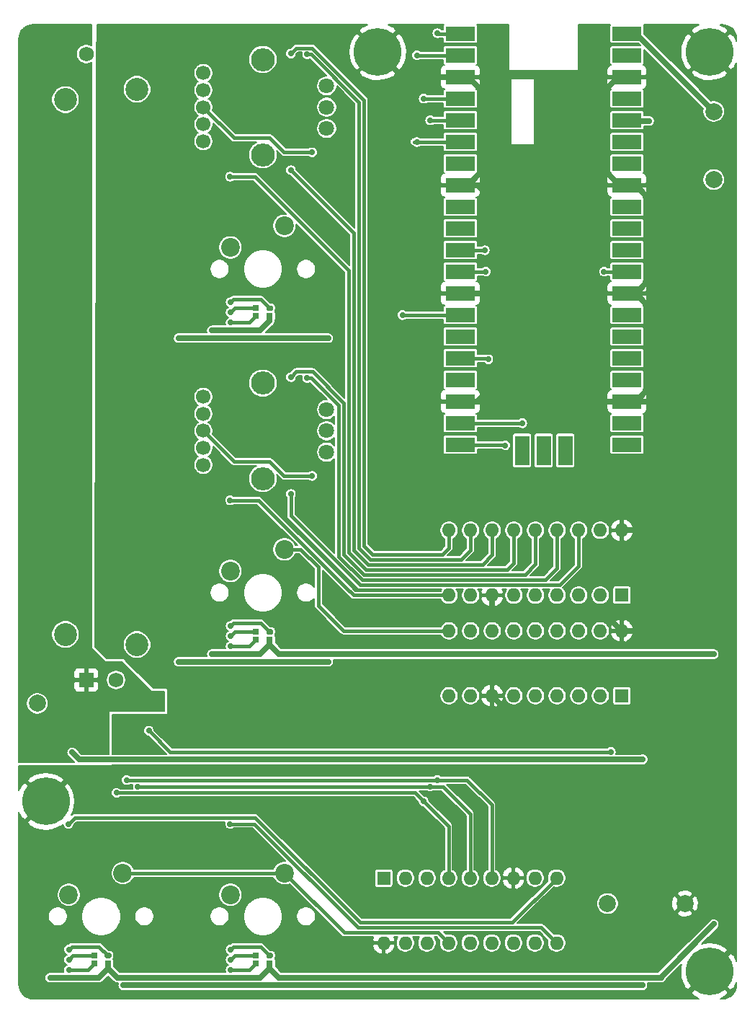
<source format=gtl>
%TF.GenerationSoftware,KiCad,Pcbnew,5.1.9-73d0e3b20d~88~ubuntu20.04.1*%
%TF.CreationDate,2021-03-17T19:49:15+01:00*%
%TF.ProjectId,TestBoard,54657374-426f-4617-9264-2e6b69636164,rev?*%
%TF.SameCoordinates,Original*%
%TF.FileFunction,Copper,L1,Top*%
%TF.FilePolarity,Positive*%
%FSLAX46Y46*%
G04 Gerber Fmt 4.6, Leading zero omitted, Abs format (unit mm)*
G04 Created by KiCad (PCBNEW 5.1.9-73d0e3b20d~88~ubuntu20.04.1) date 2021-03-17 19:49:15*
%MOMM*%
%LPD*%
G01*
G04 APERTURE LIST*
%TA.AperFunction,SMDPad,CuDef*%
%ADD10R,1.700000X3.500000*%
%TD*%
%TA.AperFunction,SMDPad,CuDef*%
%ADD11R,3.500000X1.700000*%
%TD*%
%TA.AperFunction,ComponentPad*%
%ADD12O,1.600000X1.600000*%
%TD*%
%TA.AperFunction,ComponentPad*%
%ADD13R,1.600000X1.600000*%
%TD*%
%TA.AperFunction,ComponentPad*%
%ADD14C,5.600000*%
%TD*%
%TA.AperFunction,ComponentPad*%
%ADD15C,2.000000*%
%TD*%
%TA.AperFunction,SMDPad,CuDef*%
%ADD16R,0.800000X0.650000*%
%TD*%
%TA.AperFunction,ComponentPad*%
%ADD17C,2.200000*%
%TD*%
%TA.AperFunction,WasherPad*%
%ADD18O,2.800000X2.700000*%
%TD*%
%TA.AperFunction,ComponentPad*%
%ADD19C,1.700000*%
%TD*%
%TA.AperFunction,ComponentPad*%
%ADD20C,1.800000*%
%TD*%
%TA.AperFunction,ComponentPad*%
%ADD21C,2.700000*%
%TD*%
%TA.AperFunction,ComponentPad*%
%ADD22C,1.750000*%
%TD*%
%TA.AperFunction,ComponentPad*%
%ADD23R,1.750000X1.750000*%
%TD*%
%TA.AperFunction,ViaPad*%
%ADD24C,0.700000*%
%TD*%
%TA.AperFunction,Conductor*%
%ADD25C,0.700000*%
%TD*%
%TA.AperFunction,Conductor*%
%ADD26C,0.400000*%
%TD*%
%TA.AperFunction,Conductor*%
%ADD27C,0.200000*%
%TD*%
%TA.AperFunction,Conductor*%
%ADD28C,0.100000*%
%TD*%
G04 APERTURE END LIST*
D10*
%TO.P,U6,43*%
%TO.N,N/C*%
X129540000Y-120300000D03*
%TO.P,U6,42*%
X127000000Y-120300000D03*
%TO.P,U6,41*%
X124460000Y-120300000D03*
D11*
%TO.P,U6,21*%
X136790000Y-119630000D03*
%TO.P,U6,22*%
X136790000Y-117090000D03*
%TO.P,U6,23*%
%TO.N,GND*%
X136790000Y-114550000D03*
%TO.P,U6,24*%
%TO.N,N/C*%
X136790000Y-112010000D03*
%TO.P,U6,25*%
X136790000Y-109470000D03*
%TO.P,U6,26*%
X136790000Y-106930000D03*
%TO.P,U6,27*%
X136790000Y-104390000D03*
%TO.P,U6,28*%
%TO.N,GND*%
X136790000Y-101850000D03*
%TO.P,U6,29*%
%TO.N,/~CS_ADC_C*%
X136790000Y-99310000D03*
%TO.P,U6,30*%
%TO.N,N/C*%
X136790000Y-96770000D03*
%TO.P,U6,31*%
X136790000Y-94230000D03*
%TO.P,U6,32*%
X136790000Y-91690000D03*
%TO.P,U6,33*%
%TO.N,GND*%
X136790000Y-89150000D03*
%TO.P,U6,34*%
%TO.N,N/C*%
X136790000Y-86610000D03*
%TO.P,U6,35*%
X136790000Y-84070000D03*
%TO.P,U6,36*%
%TO.N,+3V3*%
X136790000Y-81530000D03*
%TO.P,U6,37*%
%TO.N,N/C*%
X136790000Y-78990000D03*
%TO.P,U6,38*%
%TO.N,GND*%
X136790000Y-76450000D03*
%TO.P,U6,39*%
%TO.N,N/C*%
X136790000Y-73910000D03*
%TO.P,U6,40*%
%TO.N,VBUS*%
X136790000Y-71370000D03*
%TO.P,U6,20*%
%TO.N,/TOP_MOSI*%
X117210000Y-119630000D03*
%TO.P,U6,19*%
%TO.N,/TOP_SCK*%
X117210000Y-117090000D03*
%TO.P,U6,18*%
%TO.N,GND*%
X117210000Y-114550000D03*
%TO.P,U6,17*%
%TO.N,N/C*%
X117210000Y-112010000D03*
%TO.P,U6,16*%
%TO.N,/TOP_MISO*%
X117210000Y-109470000D03*
%TO.P,U6,15*%
%TO.N,N/C*%
X117210000Y-106930000D03*
%TO.P,U6,14*%
%TO.N,/TOP_C_DI*%
X117210000Y-104390000D03*
%TO.P,U6,13*%
%TO.N,GND*%
X117210000Y-101850000D03*
%TO.P,U6,12*%
%TO.N,/~CS_ROW_C*%
X117210000Y-99310000D03*
%TO.P,U6,11*%
%TO.N,/~CS_COL_C*%
X117210000Y-96770000D03*
%TO.P,U6,10*%
%TO.N,N/C*%
X117210000Y-94230000D03*
%TO.P,U6,9*%
X117210000Y-91690000D03*
%TO.P,U6,8*%
%TO.N,GND*%
X117210000Y-89150000D03*
%TO.P,U6,7*%
%TO.N,N/C*%
X117210000Y-86610000D03*
%TO.P,U6,6*%
%TO.N,/~CS_MX_C*%
X117210000Y-84070000D03*
%TO.P,U6,5*%
%TO.N,/BOT_MOSI*%
X117210000Y-81530000D03*
%TO.P,U6,4*%
%TO.N,/BOT_SCK*%
X117210000Y-78990000D03*
%TO.P,U6,3*%
%TO.N,GND*%
X117210000Y-76450000D03*
%TO.P,U6,2*%
%TO.N,/BOT_C_DI*%
X117210000Y-73910000D03*
%TO.P,U6,1*%
%TO.N,/BOT_MISO*%
X117210000Y-71370000D03*
%TD*%
D12*
%TO.P,U2,18*%
%TO.N,GND*%
X136200000Y-129680000D03*
%TO.P,U2,9*%
%TO.N,/R4*%
X115880000Y-137300000D03*
%TO.P,U2,17*%
%TO.N,N/C*%
X133660000Y-129680000D03*
%TO.P,U2,8*%
X118420000Y-137300000D03*
%TO.P,U2,16*%
%TO.N,/R3*%
X131120000Y-129680000D03*
%TO.P,U2,7*%
%TO.N,GND*%
X120960000Y-137300000D03*
%TO.P,U2,15*%
%TO.N,/QB2*%
X128580000Y-129680000D03*
%TO.P,U2,6*%
%TO.N,/TOP_MISO*%
X123500000Y-137300000D03*
%TO.P,U2,14*%
%TO.N,/QA2*%
X126040000Y-129680000D03*
%TO.P,U2,5*%
%TO.N,/TOP_MOSI*%
X126040000Y-137300000D03*
%TO.P,U2,13*%
%TO.N,/R2*%
X123500000Y-129680000D03*
%TO.P,U2,4*%
%TO.N,/TOP_SCK*%
X128580000Y-137300000D03*
%TO.P,U2,12*%
%TO.N,/R1*%
X120960000Y-129680000D03*
%TO.P,U2,3*%
%TO.N,/~CS_ROW_C*%
X131120000Y-137300000D03*
%TO.P,U2,11*%
%TO.N,/QB1*%
X118420000Y-129680000D03*
%TO.P,U2,2*%
%TO.N,N/C*%
X133660000Y-137300000D03*
%TO.P,U2,10*%
%TO.N,/QA1*%
X115880000Y-129680000D03*
D13*
%TO.P,U2,1*%
%TO.N,+3V3*%
X136200000Y-137300000D03*
%TD*%
D14*
%TO.P,REF\u002A\u002A,1*%
%TO.N,GND*%
X68500000Y-161500000D03*
%TD*%
%TO.P,REF\u002A\u002A,1*%
%TO.N,GND*%
X107500000Y-73500000D03*
%TD*%
%TO.P,REF\u002A\u002A,1*%
%TO.N,GND*%
X146500000Y-181500000D03*
%TD*%
%TO.P,REF\u002A\u002A,1*%
%TO.N,GND*%
X146500000Y-73500000D03*
%TD*%
D12*
%TO.P,U5,18*%
%TO.N,GND*%
X136200000Y-141480000D03*
%TO.P,U5,9*%
%TO.N,N/C*%
X115880000Y-149100000D03*
%TO.P,U5,17*%
X133660000Y-141480000D03*
%TO.P,U5,8*%
X118420000Y-149100000D03*
%TO.P,U5,16*%
X131120000Y-141480000D03*
%TO.P,U5,7*%
%TO.N,GND*%
X120960000Y-149100000D03*
%TO.P,U5,15*%
%TO.N,N/C*%
X128580000Y-141480000D03*
%TO.P,U5,6*%
%TO.N,/TOP_MISO*%
X123500000Y-149100000D03*
%TO.P,U5,14*%
%TO.N,N/C*%
X126040000Y-141480000D03*
%TO.P,U5,5*%
%TO.N,/TOP_MOSI*%
X126040000Y-149100000D03*
%TO.P,U5,13*%
%TO.N,N/C*%
X123500000Y-141480000D03*
%TO.P,U5,4*%
%TO.N,/TOP_SCK*%
X128580000Y-149100000D03*
%TO.P,U5,12*%
%TO.N,N/C*%
X120960000Y-141480000D03*
%TO.P,U5,3*%
%TO.N,/~CS_COL_C*%
X131120000Y-149100000D03*
%TO.P,U5,11*%
%TO.N,N/C*%
X118420000Y-141480000D03*
%TO.P,U5,2*%
X133660000Y-149100000D03*
%TO.P,U5,10*%
%TO.N,/CTOP*%
X115880000Y-141480000D03*
D13*
%TO.P,U5,1*%
%TO.N,+3V3*%
X136200000Y-149100000D03*
%TD*%
D12*
%TO.P,U3,18*%
%TO.N,GND*%
X108200000Y-178120000D03*
%TO.P,U3,9*%
%TO.N,/R5*%
X128520000Y-170500000D03*
%TO.P,U3,17*%
%TO.N,N/C*%
X110740000Y-178120000D03*
%TO.P,U3,8*%
X125980000Y-170500000D03*
%TO.P,U3,16*%
X113280000Y-178120000D03*
%TO.P,U3,7*%
%TO.N,GND*%
X123440000Y-170500000D03*
%TO.P,U3,15*%
%TO.N,/CBOT*%
X115820000Y-178120000D03*
%TO.P,U3,6*%
%TO.N,/BOT_MISO*%
X120900000Y-170500000D03*
%TO.P,U3,14*%
%TO.N,N/C*%
X118360000Y-178120000D03*
%TO.P,U3,5*%
%TO.N,/BOT_MOSI*%
X118360000Y-170500000D03*
%TO.P,U3,13*%
%TO.N,N/C*%
X120900000Y-178120000D03*
%TO.P,U3,4*%
%TO.N,/BOT_SCK*%
X115820000Y-170500000D03*
%TO.P,U3,12*%
%TO.N,N/C*%
X123440000Y-178120000D03*
%TO.P,U3,3*%
%TO.N,/~CS_MX_C*%
X113280000Y-170500000D03*
%TO.P,U3,11*%
%TO.N,N/C*%
X125980000Y-178120000D03*
%TO.P,U3,2*%
X110740000Y-170500000D03*
%TO.P,U3,10*%
%TO.N,/R6*%
X128520000Y-178120000D03*
D13*
%TO.P,U3,1*%
%TO.N,+3V3*%
X108200000Y-170500000D03*
%TD*%
D15*
%TO.P,TP5,1*%
%TO.N,GND*%
X143600000Y-173500000D03*
%TD*%
%TO.P,TP4,1*%
%TO.N,VLED*%
X147000000Y-88500000D03*
%TD*%
%TO.P,TP3,1*%
%TO.N,VDDA*%
X67500000Y-150000000D03*
%TD*%
%TO.P,TP2,1*%
%TO.N,VBUS*%
X147000000Y-80500000D03*
%TD*%
%TO.P,TP1,1*%
%TO.N,+3V3*%
X134500000Y-173500000D03*
%TD*%
D16*
%TO.P,SW6,4*%
%TO.N,Net-(SW6-Pad4)*%
X93200000Y-180500000D03*
%TO.P,SW6,3*%
%TO.N,VLED*%
X94800000Y-180500000D03*
%TO.P,SW6,2*%
%TO.N,Net-(SW6-Pad2)*%
X93200000Y-179600000D03*
%TO.P,SW6,1*%
%TO.N,Net-(SW6-Pad1)*%
%TA.AperFunction,SMDPad,CuDef*%
G36*
G01*
X94400000Y-179762500D02*
X94400000Y-179437500D01*
G75*
G02*
X94562500Y-179275000I162500J0D01*
G01*
X95037500Y-179275000D01*
G75*
G02*
X95200000Y-179437500I0J-162500D01*
G01*
X95200000Y-179762500D01*
G75*
G02*
X95037500Y-179925000I-162500J0D01*
G01*
X94562500Y-179925000D01*
G75*
G02*
X94400000Y-179762500I0J162500D01*
G01*
G37*
%TD.AperFunction*%
D17*
%TO.P,SW6,6*%
%TO.N,Net-(D10-Pad2)*%
X90190000Y-172460000D03*
%TO.P,SW6,5*%
%TO.N,/CBOT*%
X96540000Y-169920000D03*
%TD*%
D16*
%TO.P,SW5,4*%
%TO.N,Net-(SW5-Pad4)*%
X74200000Y-180500000D03*
%TO.P,SW5,3*%
%TO.N,VLED*%
X75800000Y-180500000D03*
%TO.P,SW5,2*%
%TO.N,Net-(SW5-Pad2)*%
X74200000Y-179600000D03*
%TO.P,SW5,1*%
%TO.N,Net-(SW5-Pad1)*%
%TA.AperFunction,SMDPad,CuDef*%
G36*
G01*
X75400000Y-179762500D02*
X75400000Y-179437500D01*
G75*
G02*
X75562500Y-179275000I162500J0D01*
G01*
X76037500Y-179275000D01*
G75*
G02*
X76200000Y-179437500I0J-162500D01*
G01*
X76200000Y-179762500D01*
G75*
G02*
X76037500Y-179925000I-162500J0D01*
G01*
X75562500Y-179925000D01*
G75*
G02*
X75400000Y-179762500I0J162500D01*
G01*
G37*
%TD.AperFunction*%
D17*
%TO.P,SW5,6*%
%TO.N,Net-(D9-Pad2)*%
X71190000Y-172460000D03*
%TO.P,SW5,5*%
%TO.N,/CBOT*%
X77540000Y-169920000D03*
%TD*%
D18*
%TO.P,SW4,*%
%TO.N,*%
X94000000Y-74400000D03*
D19*
%TO.P,SW4,5*%
%TO.N,VLED*%
X87000000Y-76000000D03*
%TO.P,SW4,4*%
%TO.N,Net-(SW4-Pad4)*%
X87000000Y-78000000D03*
%TO.P,SW4,3*%
%TO.N,Net-(Q2-Pad1)*%
X87000000Y-80000000D03*
%TO.P,SW4,2*%
%TO.N,Net-(SW4-Pad2)*%
X87000000Y-82000000D03*
D18*
%TO.P,SW4,*%
%TO.N,*%
X94000000Y-85600000D03*
D20*
%TO.P,SW4,B*%
%TO.N,Net-(D7-Pad2)*%
X101500000Y-77500000D03*
%TO.P,SW4,C*%
%TO.N,/CTOP*%
X101500000Y-80000000D03*
%TO.P,SW4,A*%
%TO.N,Net-(D6-Pad2)*%
X101500000Y-82500000D03*
D19*
%TO.P,SW4,1*%
%TO.N,Net-(SW4-Pad1)*%
X87000000Y-84000000D03*
%TD*%
D16*
%TO.P,SW3,4*%
%TO.N,Net-(SW3-Pad4)*%
X93200000Y-104500000D03*
%TO.P,SW3,3*%
%TO.N,VLED*%
X94800000Y-104500000D03*
%TO.P,SW3,2*%
%TO.N,Net-(SW3-Pad2)*%
X93200000Y-103600000D03*
%TO.P,SW3,1*%
%TO.N,Net-(SW3-Pad1)*%
%TA.AperFunction,SMDPad,CuDef*%
G36*
G01*
X94400000Y-103762500D02*
X94400000Y-103437500D01*
G75*
G02*
X94562500Y-103275000I162500J0D01*
G01*
X95037500Y-103275000D01*
G75*
G02*
X95200000Y-103437500I0J-162500D01*
G01*
X95200000Y-103762500D01*
G75*
G02*
X95037500Y-103925000I-162500J0D01*
G01*
X94562500Y-103925000D01*
G75*
G02*
X94400000Y-103762500I0J162500D01*
G01*
G37*
%TD.AperFunction*%
D17*
%TO.P,SW3,6*%
%TO.N,Net-(D5-Pad2)*%
X90190000Y-96460000D03*
%TO.P,SW3,5*%
%TO.N,/CTOP*%
X96540000Y-93920000D03*
%TD*%
D18*
%TO.P,SW2,*%
%TO.N,*%
X94000000Y-112400000D03*
D19*
%TO.P,SW2,5*%
%TO.N,VLED*%
X87000000Y-114000000D03*
%TO.P,SW2,4*%
%TO.N,Net-(SW2-Pad4)*%
X87000000Y-116000000D03*
%TO.P,SW2,3*%
%TO.N,Net-(Q1-Pad1)*%
X87000000Y-118000000D03*
%TO.P,SW2,2*%
%TO.N,Net-(SW2-Pad2)*%
X87000000Y-120000000D03*
D18*
%TO.P,SW2,*%
%TO.N,*%
X94000000Y-123600000D03*
D20*
%TO.P,SW2,B*%
%TO.N,Net-(D3-Pad2)*%
X101500000Y-115500000D03*
%TO.P,SW2,C*%
%TO.N,/CTOP*%
X101500000Y-118000000D03*
%TO.P,SW2,A*%
%TO.N,Net-(D2-Pad2)*%
X101500000Y-120500000D03*
D19*
%TO.P,SW2,1*%
%TO.N,Net-(SW2-Pad1)*%
X87000000Y-122000000D03*
%TD*%
D16*
%TO.P,SW1,4*%
%TO.N,Net-(SW1-Pad4)*%
X93200000Y-142500000D03*
%TO.P,SW1,3*%
%TO.N,VLED*%
X94800000Y-142500000D03*
%TO.P,SW1,2*%
%TO.N,Net-(SW1-Pad2)*%
X93200000Y-141600000D03*
%TO.P,SW1,1*%
%TO.N,Net-(SW1-Pad1)*%
%TA.AperFunction,SMDPad,CuDef*%
G36*
G01*
X94400000Y-141762500D02*
X94400000Y-141437500D01*
G75*
G02*
X94562500Y-141275000I162500J0D01*
G01*
X95037500Y-141275000D01*
G75*
G02*
X95200000Y-141437500I0J-162500D01*
G01*
X95200000Y-141762500D01*
G75*
G02*
X95037500Y-141925000I-162500J0D01*
G01*
X94562500Y-141925000D01*
G75*
G02*
X94400000Y-141762500I0J162500D01*
G01*
G37*
%TD.AperFunction*%
D17*
%TO.P,SW1,6*%
%TO.N,Net-(D1-Pad2)*%
X90190000Y-134460000D03*
%TO.P,SW1,5*%
%TO.N,/CTOP*%
X96540000Y-131920000D03*
%TD*%
D21*
%TO.P,RV1,MP*%
%TO.N,N/C*%
X79200000Y-77900000D03*
X79200000Y-143100000D03*
X70800000Y-79100000D03*
X70800000Y-141900000D03*
D22*
%TO.P,RV1,3*%
%TO.N,VDDA*%
X73250000Y-73750000D03*
%TO.P,RV1,2*%
%TO.N,/PT1*%
X76750000Y-147250000D03*
D23*
%TO.P,RV1,1*%
%TO.N,GND1*%
X73250000Y-147250000D03*
%TD*%
D24*
%TO.N,GND*%
X100200000Y-108000000D03*
X83199980Y-108000000D03*
X100200000Y-146000000D03*
X81200000Y-184000000D03*
X100200000Y-184000000D03*
X83199980Y-146000000D03*
X89300000Y-146000000D03*
X89300000Y-108000000D03*
X98900000Y-79300000D03*
X91650010Y-79250010D03*
X98900000Y-117200000D03*
X91650010Y-117150010D03*
X70300000Y-184000000D03*
X89100000Y-184000000D03*
X81900000Y-157600000D03*
X108200000Y-184000000D03*
X140362500Y-141437500D03*
X140450000Y-114550000D03*
X140362500Y-129662500D03*
X140362500Y-150462500D03*
X103800000Y-157600000D03*
%TO.N,+3V3*%
X101700000Y-107100000D03*
X84100000Y-107100000D03*
X101700000Y-145100000D03*
X84100000Y-145100000D03*
X96500000Y-107100000D03*
X96500000Y-145100000D03*
X77600000Y-183100000D03*
X96500000Y-183100000D03*
X71586397Y-155750000D03*
X84400000Y-156600000D03*
X105600000Y-183100000D03*
X138600000Y-183100000D03*
X139400000Y-81600000D03*
X138637500Y-156537500D03*
X105500000Y-156600000D03*
%TO.N,VLED*%
X88000000Y-106200000D03*
X88000000Y-144200000D03*
X69000000Y-182200000D03*
X88000000Y-182200000D03*
X102600000Y-144200000D03*
X147000000Y-144200000D03*
X147000000Y-175900000D03*
%TO.N,/R4*%
X90150001Y-126150001D03*
%TO.N,/QA2*%
X97300000Y-111700000D03*
%TO.N,/QB2*%
X99200000Y-111800000D03*
%TO.N,/R2*%
X90150001Y-88150001D03*
%TO.N,/QA1*%
X97300000Y-73700000D03*
%TO.N,/QB1*%
X99200000Y-73800000D03*
%TO.N,/R5*%
X71150001Y-164150001D03*
%TO.N,/R6*%
X90150001Y-164150001D03*
%TO.N,/R3*%
X97300000Y-125400000D03*
%TO.N,Net-(Q1-Pad1)*%
X99800000Y-123300000D03*
%TO.N,/R1*%
X97300000Y-87400000D03*
%TO.N,Net-(Q2-Pad1)*%
X99800000Y-85300000D03*
%TO.N,Net-(SW1-Pad4)*%
X90200000Y-143300000D03*
%TO.N,Net-(SW1-Pad2)*%
X90200000Y-142100000D03*
%TO.N,Net-(SW1-Pad1)*%
X90200000Y-140900000D03*
%TO.N,Net-(SW3-Pad4)*%
X90200000Y-105300000D03*
%TO.N,Net-(SW3-Pad2)*%
X90200000Y-104100000D03*
%TO.N,Net-(SW3-Pad1)*%
X90200000Y-102900000D03*
%TO.N,Net-(SW5-Pad4)*%
X71200000Y-181300000D03*
%TO.N,Net-(SW5-Pad2)*%
X71200000Y-180100000D03*
%TO.N,Net-(SW5-Pad1)*%
X71200000Y-178900000D03*
%TO.N,Net-(SW6-Pad4)*%
X90200000Y-181300000D03*
%TO.N,Net-(SW6-Pad2)*%
X90200000Y-180100000D03*
%TO.N,Net-(SW6-Pad1)*%
X90200000Y-178900000D03*
%TO.N,/TOP_MISO*%
X120500000Y-109600000D03*
%TO.N,/TOP_MOSI*%
X122500000Y-119700000D03*
%TO.N,/TOP_SCK*%
X124500000Y-117100000D03*
%TO.N,/~CS_ROW_C*%
X120200000Y-99300000D03*
%TO.N,/BOT_MISO*%
X78000000Y-159000000D03*
X114500000Y-71300000D03*
X114500019Y-158999981D03*
%TO.N,/BOT_MOSI*%
X79300000Y-159749981D03*
X113670000Y-81530000D03*
X113649981Y-159749981D03*
%TO.N,/BOT_SCK*%
X76800000Y-160500001D03*
X112900000Y-161500000D03*
X112890000Y-78990000D03*
%TO.N,/~CS_MX_C*%
X112100000Y-84100000D03*
%TO.N,/~CS_COL_C*%
X120100000Y-96800000D03*
%TO.N,/TOP_C_DI*%
X110400000Y-104400000D03*
%TO.N,/BOT_C_DI*%
X112100000Y-73900000D03*
%TO.N,/~CS_ADC_C*%
X134100000Y-99300000D03*
X134900000Y-155700000D03*
X80600000Y-153200000D03*
%TD*%
D25*
%TO.N,GND*%
X86800000Y-108000000D02*
X83199980Y-108000000D01*
X86800000Y-146000000D02*
X83199980Y-146000000D01*
X89300000Y-146000000D02*
X86800000Y-146000000D01*
X100200000Y-146000000D02*
X89300000Y-146000000D01*
X89300000Y-108000000D02*
X86800000Y-108000000D01*
X100200000Y-108000000D02*
X89300000Y-108000000D01*
X91700000Y-79300000D02*
X91650010Y-79250010D01*
X98900000Y-79300000D02*
X91700000Y-79300000D01*
X91700000Y-117200000D02*
X91650010Y-117150010D01*
X98900000Y-117200000D02*
X91700000Y-117200000D01*
X81200000Y-184000000D02*
X70300000Y-184000000D01*
X81200000Y-184000000D02*
X86800000Y-184000000D01*
X89100000Y-184000000D02*
X100200000Y-184000000D01*
X86800000Y-184000000D02*
X89100000Y-184000000D01*
X72400000Y-157600000D02*
X68500000Y-161500000D01*
X81900000Y-157600000D02*
X72400000Y-157600000D01*
X100200000Y-184000000D02*
X108200000Y-184000000D01*
X144000000Y-184000000D02*
X146500000Y-181500000D01*
X108200000Y-184000000D02*
X144000000Y-184000000D01*
X149299999Y-178700001D02*
X146500000Y-181500000D01*
X146500000Y-73500000D02*
X149299999Y-76299999D01*
X140320000Y-141480000D02*
X140362500Y-141437500D01*
X136200000Y-141480000D02*
X140320000Y-141480000D01*
X149262498Y-141437500D02*
X149299999Y-141399999D01*
X140362500Y-141437500D02*
X149262498Y-141437500D01*
X149119998Y-130680000D02*
X149299999Y-130499999D01*
X149299999Y-130499999D02*
X149299999Y-141399999D01*
X149299999Y-76299999D02*
X149299999Y-130499999D01*
X149299999Y-150299999D02*
X149299999Y-178700001D01*
X149299999Y-141399999D02*
X149299999Y-150299999D01*
X139090001Y-100600001D02*
X137840002Y-101850000D01*
X139090001Y-90399999D02*
X139090001Y-100600001D01*
X137840002Y-89150000D02*
X139090001Y-90399999D01*
X137840002Y-114550000D02*
X135890000Y-114550000D01*
X139090001Y-103099999D02*
X139090001Y-113300001D01*
X139090001Y-113300001D02*
X137840002Y-114550000D01*
X137840002Y-101850000D02*
X139090001Y-103099999D01*
X135890000Y-101850000D02*
X137840002Y-101850000D01*
X134849999Y-140129999D02*
X121929999Y-140129999D01*
X136200000Y-141480000D02*
X134849999Y-140129999D01*
X120960000Y-139160000D02*
X120960000Y-137300000D01*
X121929999Y-140129999D02*
X120960000Y-139160000D01*
X137840002Y-89150000D02*
X135890000Y-89150000D01*
X140450000Y-114550000D02*
X149424990Y-114550000D01*
X135890000Y-114550000D02*
X140450000Y-114550000D01*
X140345000Y-129680000D02*
X140362500Y-129662500D01*
X136200000Y-129680000D02*
X140345000Y-129680000D01*
X122322500Y-150462500D02*
X140362500Y-150462500D01*
X120960000Y-149100000D02*
X122322500Y-150462500D01*
X149200000Y-157600000D02*
X149424990Y-157824990D01*
X149424990Y-114550000D02*
X149424990Y-157824990D01*
X103800000Y-157600000D02*
X149200000Y-157600000D01*
X81900000Y-157600000D02*
X103800000Y-157600000D01*
X110450000Y-76450000D02*
X107500000Y-73500000D01*
X118110000Y-76450000D02*
X110450000Y-76450000D01*
X119510001Y-87749999D02*
X118110000Y-89150000D01*
X119510001Y-77850001D02*
X119510001Y-87749999D01*
X118110000Y-76450000D02*
X119510001Y-77850001D01*
X118110000Y-89150000D02*
X119250000Y-89150000D01*
X119250000Y-89150000D02*
X121300000Y-91200000D01*
X121150000Y-101850000D02*
X118110000Y-101850000D01*
X121300000Y-101700000D02*
X121150000Y-101850000D01*
X121300000Y-91200000D02*
X121300000Y-101700000D01*
X118110000Y-114550000D02*
X119150000Y-114550000D01*
X121400001Y-102100001D02*
X121150000Y-101850000D01*
X121400001Y-112299999D02*
X121400001Y-102100001D01*
X119150000Y-114550000D02*
X121400001Y-112299999D01*
X118110000Y-114550000D02*
X135890000Y-114550000D01*
X134489999Y-87749999D02*
X135890000Y-89150000D01*
X135739998Y-76450000D02*
X134489999Y-77699999D01*
X134489999Y-77699999D02*
X134489999Y-87749999D01*
X135890000Y-76450000D02*
X135739998Y-76450000D01*
%TO.N,+3V3*%
X95300000Y-107100000D02*
X84100000Y-107100000D01*
X95300000Y-145100000D02*
X84100000Y-145100000D01*
X95300000Y-183100000D02*
X84100000Y-183100000D01*
X96500000Y-107100000D02*
X101700000Y-107100000D01*
X95300000Y-107100000D02*
X96500000Y-107100000D01*
X96500000Y-145100000D02*
X101700000Y-145100000D01*
X95300000Y-145100000D02*
X96500000Y-145100000D01*
X77600000Y-183100000D02*
X82700000Y-183100000D01*
X95300000Y-183100000D02*
X96500000Y-183100000D01*
X82700000Y-183100000D02*
X84100000Y-183100000D01*
X71586397Y-155750000D02*
X72436397Y-156600000D01*
X72436397Y-156600000D02*
X84400000Y-156600000D01*
X105600000Y-183100000D02*
X134500000Y-183100000D01*
X96500000Y-183100000D02*
X105600000Y-183100000D01*
X134500000Y-183100000D02*
X138600000Y-183100000D01*
X135960000Y-81600000D02*
X135890000Y-81530000D01*
X139400000Y-81600000D02*
X135960000Y-81600000D01*
X138575000Y-156600000D02*
X138637500Y-156537500D01*
X105500000Y-156600000D02*
X138575000Y-156600000D01*
X84400000Y-156600000D02*
X105500000Y-156600000D01*
%TO.N,VLED*%
X94800000Y-104500000D02*
X94800000Y-105100000D01*
X93700000Y-106200000D02*
X88000000Y-106200000D01*
X94800000Y-105100000D02*
X93700000Y-106200000D01*
X93700000Y-144200000D02*
X88000000Y-144200000D01*
X94800000Y-143100000D02*
X93700000Y-144200000D01*
X75800000Y-180500000D02*
X75800000Y-181100000D01*
X74700000Y-182200000D02*
X69000000Y-182200000D01*
X75800000Y-181100000D02*
X74700000Y-182200000D01*
X94800000Y-180500000D02*
X94800000Y-181100000D01*
X93700000Y-182200000D02*
X88000000Y-182200000D01*
X94800000Y-181100000D02*
X93700000Y-182200000D01*
X76900000Y-182200000D02*
X75800000Y-181100000D01*
X88000000Y-182200000D02*
X76900000Y-182200000D01*
X95899990Y-144199990D02*
X94800000Y-143100000D01*
X100000000Y-144199990D02*
X95899990Y-144199990D01*
X94800000Y-143100000D02*
X94800000Y-142500000D01*
X102599990Y-144199990D02*
X102600000Y-144200000D01*
X100000000Y-144199990D02*
X102599990Y-144199990D01*
X102600000Y-144200000D02*
X147000000Y-144200000D01*
X94800000Y-181100000D02*
X95900000Y-182200000D01*
X95900000Y-182200000D02*
X140800000Y-182200000D01*
X140800000Y-182100000D02*
X147000000Y-175900000D01*
X140800000Y-182200000D02*
X140800000Y-182100000D01*
D26*
%TO.N,/R4*%
X93498543Y-126150001D02*
X90150001Y-126150001D01*
X104648542Y-137300000D02*
X103774271Y-136425729D01*
X115880000Y-137300000D02*
X104648542Y-137300000D01*
X103774271Y-136425729D02*
X93498543Y-126150001D01*
%TO.N,/QA2*%
X97950001Y-111049999D02*
X99822543Y-111049999D01*
X97300000Y-111700000D02*
X97950001Y-111049999D01*
X99822543Y-111049999D02*
X103500000Y-114727456D01*
X126040000Y-133660000D02*
X126040000Y-129680000D01*
X124800020Y-134899980D02*
X126040000Y-133660000D01*
X105905811Y-134899979D02*
X103499990Y-132494158D01*
X124800020Y-134899980D02*
X105905811Y-134899979D01*
X103500000Y-132494148D02*
X103499990Y-132494158D01*
X103500000Y-114727456D02*
X103500000Y-132494148D01*
%TO.N,/QB2*%
X128580000Y-129680000D02*
X128580000Y-134120000D01*
X128580000Y-134120000D02*
X127200010Y-135499990D01*
X99724002Y-111800000D02*
X99200000Y-111800000D01*
X102900000Y-114975998D02*
X99724002Y-111800000D01*
X105657278Y-135499988D02*
X102899990Y-132742700D01*
X127200010Y-135499990D02*
X105657278Y-135499988D01*
X102899990Y-114976008D02*
X102900000Y-114975998D01*
X102899990Y-132742700D02*
X102899990Y-114976008D01*
%TO.N,/CTOP*%
X115880000Y-141480000D02*
X103480000Y-141480000D01*
X103480000Y-141480000D02*
X100500000Y-138500000D01*
X100500000Y-138500000D02*
X100500000Y-134000000D01*
X98420000Y-131920000D02*
X96540000Y-131920000D01*
X100500000Y-134000000D02*
X98420000Y-131920000D01*
%TO.N,/R2*%
X123500000Y-129680000D02*
X123500000Y-133499970D01*
X123500000Y-133499970D02*
X122700000Y-134299970D01*
X93050001Y-88150001D02*
X90150001Y-88150001D01*
X104100010Y-99200010D02*
X93050001Y-88150001D01*
X106154344Y-134299970D02*
X104100000Y-132245626D01*
X122700000Y-134299970D02*
X106154344Y-134299970D01*
X104100000Y-99200020D02*
X104100010Y-99200010D01*
X104100000Y-132245626D02*
X104100000Y-99200020D01*
%TO.N,/QA1*%
X97950001Y-73049999D02*
X99793515Y-73049999D01*
X97300000Y-73700000D02*
X97950001Y-73049999D01*
X99793515Y-73049999D02*
X105900040Y-79156524D01*
X105900040Y-131500040D02*
X106899940Y-132499940D01*
X105900040Y-79156524D02*
X105900040Y-131500040D01*
X106899940Y-132499940D02*
X115100060Y-132499940D01*
X115880000Y-131720000D02*
X115880000Y-129680000D01*
X115100060Y-132499940D02*
X115880000Y-131720000D01*
%TO.N,/QB1*%
X118420000Y-129680000D02*
X118420000Y-131979950D01*
X118420000Y-131979950D02*
X117300000Y-133099950D01*
X99694974Y-73800000D02*
X99200000Y-73800000D01*
X105300030Y-79405056D02*
X99694974Y-73800000D01*
X105300030Y-131748572D02*
X105300030Y-79405056D01*
X106651407Y-133099949D02*
X105300030Y-131748572D01*
X117300000Y-133099950D02*
X106651407Y-133099949D01*
%TO.N,/R5*%
X128520000Y-170500000D02*
X123300021Y-175719979D01*
X123300021Y-175719979D02*
X105408523Y-175719979D01*
X71900002Y-163400000D02*
X71150001Y-164150001D01*
X93088544Y-163400000D02*
X71900002Y-163400000D01*
X105408523Y-175719979D02*
X93088544Y-163400000D01*
%TO.N,/R6*%
X126719989Y-176319989D02*
X128520000Y-178120000D01*
X105159991Y-176319989D02*
X126719989Y-176319989D01*
X92990003Y-164150001D02*
X105159991Y-176319989D01*
X90150001Y-164150001D02*
X92990003Y-164150001D01*
%TO.N,/R3*%
X131120000Y-133880000D02*
X131120000Y-129680000D01*
X128900000Y-136100000D02*
X131120000Y-133880000D01*
X128900000Y-136100000D02*
X105408748Y-136100000D01*
X97300000Y-127991252D02*
X97300000Y-125400000D01*
X105408748Y-136100000D02*
X97300000Y-127991252D01*
%TO.N,Net-(Q1-Pad1)*%
X99800000Y-123300000D02*
X96500000Y-123300000D01*
X96500000Y-123300000D02*
X94800000Y-121600000D01*
X90600000Y-121600000D02*
X87000000Y-118000000D01*
X94800000Y-121600000D02*
X90600000Y-121600000D01*
%TO.N,/R1*%
X104700020Y-94800020D02*
X97300000Y-87400000D01*
X120960000Y-132539960D02*
X119800000Y-133699960D01*
X120960000Y-129680000D02*
X120960000Y-132539960D01*
X106402874Y-133699958D02*
X104700020Y-131997104D01*
X119800000Y-133699960D02*
X106402874Y-133699958D01*
X104700020Y-94800020D02*
X104700020Y-131997104D01*
%TO.N,Net-(Q2-Pad1)*%
X99800000Y-85300000D02*
X96500000Y-85300000D01*
X96500000Y-85300000D02*
X94800000Y-83600000D01*
X90600000Y-83600000D02*
X87000000Y-80000000D01*
X94800000Y-83600000D02*
X90600000Y-83600000D01*
D25*
%TO.N,VBUS*%
X137870000Y-71370000D02*
X147000000Y-80500000D01*
X135890000Y-71370000D02*
X137870000Y-71370000D01*
D26*
%TO.N,Net-(SW1-Pad4)*%
X92400000Y-143300000D02*
X93200000Y-142500000D01*
X90200000Y-143300000D02*
X92400000Y-143300000D01*
%TO.N,Net-(SW1-Pad2)*%
X90700000Y-141600000D02*
X93200000Y-141600000D01*
X90200000Y-142100000D02*
X90700000Y-141600000D01*
%TO.N,Net-(SW1-Pad1)*%
X93750001Y-140550001D02*
X94800000Y-141600000D01*
X90549999Y-140550001D02*
X93750001Y-140550001D01*
X90200000Y-140900000D02*
X90549999Y-140550001D01*
%TO.N,Net-(SW3-Pad4)*%
X92400000Y-105300000D02*
X93200000Y-104500000D01*
X90200000Y-105300000D02*
X92400000Y-105300000D01*
%TO.N,Net-(SW3-Pad2)*%
X90700000Y-103600000D02*
X93200000Y-103600000D01*
X90200000Y-104100000D02*
X90700000Y-103600000D01*
%TO.N,Net-(SW3-Pad1)*%
X93750001Y-102550001D02*
X94800000Y-103600000D01*
X90549999Y-102550001D02*
X93750001Y-102550001D01*
X90200000Y-102900000D02*
X90549999Y-102550001D01*
%TO.N,Net-(SW5-Pad4)*%
X73400000Y-181300000D02*
X74200000Y-180500000D01*
X71200000Y-181300000D02*
X73400000Y-181300000D01*
%TO.N,Net-(SW5-Pad2)*%
X71700000Y-179600000D02*
X74200000Y-179600000D01*
X71200000Y-180100000D02*
X71700000Y-179600000D01*
%TO.N,Net-(SW5-Pad1)*%
X74750001Y-178550001D02*
X75800000Y-179600000D01*
X71549999Y-178550001D02*
X74750001Y-178550001D01*
X71200000Y-178900000D02*
X71549999Y-178550001D01*
%TO.N,/CBOT*%
X77540000Y-169920000D02*
X96540000Y-169920000D01*
X103539999Y-176919999D02*
X96540000Y-169920000D01*
X114619999Y-176919999D02*
X103539999Y-176919999D01*
X115820000Y-178120000D02*
X114619999Y-176919999D01*
%TO.N,Net-(SW6-Pad4)*%
X92400000Y-181300000D02*
X93200000Y-180500000D01*
X90200000Y-181300000D02*
X92400000Y-181300000D01*
%TO.N,Net-(SW6-Pad2)*%
X90700000Y-179600000D02*
X93200000Y-179600000D01*
X90200000Y-180100000D02*
X90700000Y-179600000D01*
%TO.N,Net-(SW6-Pad1)*%
X93750001Y-178550001D02*
X94800000Y-179600000D01*
X90549999Y-178550001D02*
X93750001Y-178550001D01*
X90200000Y-178900000D02*
X90549999Y-178550001D01*
%TO.N,/TOP_MISO*%
X120370000Y-109470000D02*
X120500000Y-109600000D01*
X118110000Y-109470000D02*
X120370000Y-109470000D01*
%TO.N,/TOP_MOSI*%
X122430000Y-119630000D02*
X122500000Y-119700000D01*
X118110000Y-119630000D02*
X122430000Y-119630000D01*
%TO.N,/TOP_SCK*%
X118120000Y-117100000D02*
X118110000Y-117090000D01*
X124500000Y-117100000D02*
X118120000Y-117100000D01*
%TO.N,/~CS_ROW_C*%
X118120000Y-99300000D02*
X118110000Y-99310000D01*
X120200000Y-99300000D02*
X118120000Y-99300000D01*
%TO.N,/BOT_MISO*%
X78000019Y-158999981D02*
X78000000Y-159000000D01*
X120900000Y-161900000D02*
X117999981Y-158999981D01*
X120900000Y-170500000D02*
X120900000Y-161900000D01*
X114570000Y-71370000D02*
X114500000Y-71300000D01*
X118110000Y-71370000D02*
X114570000Y-71370000D01*
X117999981Y-158999981D02*
X116500019Y-158999981D01*
X114500019Y-158999981D02*
X78000019Y-158999981D01*
X116500019Y-158999981D02*
X114500019Y-158999981D01*
%TO.N,/BOT_MOSI*%
X118360000Y-162960000D02*
X118360000Y-170500000D01*
X115149981Y-159749981D02*
X118360000Y-162960000D01*
X79300000Y-159749981D02*
X79299980Y-159750001D01*
X118110000Y-81530000D02*
X113670000Y-81530000D01*
X113649981Y-159749981D02*
X115149981Y-159749981D01*
X79300000Y-159749981D02*
X113649981Y-159749981D01*
%TO.N,/BOT_SCK*%
X76800000Y-160500001D02*
X111900001Y-160500001D01*
X115820000Y-164420000D02*
X115820000Y-170500000D01*
X112900000Y-161500000D02*
X115820000Y-164420000D01*
X111900001Y-160500001D02*
X112900000Y-161500000D01*
X118110000Y-78990000D02*
X112890000Y-78990000D01*
%TO.N,/~CS_MX_C*%
X112070000Y-84070000D02*
X112100000Y-84100000D01*
X111770000Y-84070000D02*
X112070000Y-84070000D01*
X118110000Y-84070000D02*
X111770000Y-84070000D01*
%TO.N,/~CS_COL_C*%
X120070000Y-96770000D02*
X120100000Y-96800000D01*
X118110000Y-96770000D02*
X120070000Y-96770000D01*
%TO.N,/TOP_C_DI*%
X118100000Y-104400000D02*
X118110000Y-104390000D01*
X110400000Y-104400000D02*
X118100000Y-104400000D01*
%TO.N,/BOT_C_DI*%
X112110000Y-73910000D02*
X112100000Y-73900000D01*
X118110000Y-73910000D02*
X112110000Y-73910000D01*
%TO.N,/~CS_ADC_C*%
X134110000Y-99310000D02*
X134100000Y-99300000D01*
X135890000Y-99310000D02*
X134110000Y-99310000D01*
X83100000Y-155700000D02*
X80600000Y-153200000D01*
X134900000Y-155700000D02*
X83100000Y-155700000D01*
%TD*%
D27*
%TO.N,GND1*%
X73900000Y-72771156D02*
X73806571Y-72708729D01*
X73592735Y-72620155D01*
X73365727Y-72575000D01*
X73134273Y-72575000D01*
X72907265Y-72620155D01*
X72693429Y-72708729D01*
X72500981Y-72837318D01*
X72337318Y-73000981D01*
X72208729Y-73193429D01*
X72120155Y-73407265D01*
X72075000Y-73634273D01*
X72075000Y-73865727D01*
X72120155Y-74092735D01*
X72208729Y-74306571D01*
X72337318Y-74499019D01*
X72500981Y-74662682D01*
X72693429Y-74791271D01*
X72907265Y-74879845D01*
X73134273Y-74925000D01*
X73365727Y-74925000D01*
X73592735Y-74879845D01*
X73806571Y-74791271D01*
X73900000Y-74728844D01*
X73900000Y-143500000D01*
X73901921Y-143519509D01*
X73907612Y-143538268D01*
X73916853Y-143555557D01*
X73929289Y-143570711D01*
X75429289Y-145070711D01*
X75444443Y-145083147D01*
X75461732Y-145092388D01*
X75480491Y-145098079D01*
X75500000Y-145100000D01*
X77458578Y-145100000D01*
X80929289Y-148570711D01*
X80944443Y-148583147D01*
X80961732Y-148592388D01*
X80980491Y-148598079D01*
X81000000Y-148600000D01*
X82400000Y-148600000D01*
X82400000Y-150900000D01*
X76000000Y-150900000D01*
X75980491Y-150901921D01*
X75961732Y-150907612D01*
X75944443Y-150916853D01*
X75929289Y-150929289D01*
X75916853Y-150944443D01*
X75907612Y-150961732D01*
X75901921Y-150980491D01*
X75900000Y-151000000D01*
X75900000Y-155950000D01*
X72705636Y-155950000D01*
X72091287Y-155335652D01*
X72091285Y-155335649D01*
X72000748Y-155245112D01*
X71974066Y-155227284D01*
X71949265Y-155206930D01*
X71920965Y-155191804D01*
X71894287Y-155173978D01*
X71864642Y-155161698D01*
X71836344Y-155146573D01*
X71805645Y-155137261D01*
X71775995Y-155124979D01*
X71744514Y-155118717D01*
X71713819Y-155109406D01*
X71681897Y-155106262D01*
X71650416Y-155100000D01*
X71618318Y-155100000D01*
X71586397Y-155096856D01*
X71554476Y-155100000D01*
X71522378Y-155100000D01*
X71490897Y-155106262D01*
X71458975Y-155109406D01*
X71428280Y-155118717D01*
X71396799Y-155124979D01*
X71367149Y-155137261D01*
X71336450Y-155146573D01*
X71308152Y-155161698D01*
X71278507Y-155173978D01*
X71251829Y-155191804D01*
X71223529Y-155206930D01*
X71198727Y-155227285D01*
X71172046Y-155245112D01*
X71149354Y-155267804D01*
X71124554Y-155288157D01*
X71104201Y-155312957D01*
X71081509Y-155335649D01*
X71063682Y-155362330D01*
X71043327Y-155387132D01*
X71028201Y-155415432D01*
X71010375Y-155442110D01*
X70998095Y-155471755D01*
X70982970Y-155500053D01*
X70973658Y-155530752D01*
X70961376Y-155560402D01*
X70955114Y-155591883D01*
X70945803Y-155622578D01*
X70942659Y-155654500D01*
X70936397Y-155685981D01*
X70936397Y-155718079D01*
X70933253Y-155750000D01*
X70936397Y-155781921D01*
X70936397Y-155814019D01*
X70942659Y-155845500D01*
X70945803Y-155877422D01*
X70955114Y-155908117D01*
X70961376Y-155939598D01*
X70973658Y-155969248D01*
X70982970Y-155999947D01*
X70998095Y-156028245D01*
X71010375Y-156057890D01*
X71028201Y-156084568D01*
X71043327Y-156112868D01*
X71063681Y-156137669D01*
X71081509Y-156164351D01*
X71172046Y-156254888D01*
X71172049Y-156254890D01*
X71817158Y-156900000D01*
X65325000Y-156900000D01*
X65325000Y-149871961D01*
X66200000Y-149871961D01*
X66200000Y-150128039D01*
X66249958Y-150379196D01*
X66347955Y-150615781D01*
X66490224Y-150828702D01*
X66671298Y-151009776D01*
X66884219Y-151152045D01*
X67120804Y-151250042D01*
X67371961Y-151300000D01*
X67628039Y-151300000D01*
X67879196Y-151250042D01*
X68115781Y-151152045D01*
X68328702Y-151009776D01*
X68509776Y-150828702D01*
X68652045Y-150615781D01*
X68750042Y-150379196D01*
X68800000Y-150128039D01*
X68800000Y-149871961D01*
X68750042Y-149620804D01*
X68652045Y-149384219D01*
X68509776Y-149171298D01*
X68328702Y-148990224D01*
X68115781Y-148847955D01*
X67879196Y-148749958D01*
X67628039Y-148700000D01*
X67371961Y-148700000D01*
X67120804Y-148749958D01*
X66884219Y-148847955D01*
X66671298Y-148990224D01*
X66490224Y-149171298D01*
X66347955Y-149384219D01*
X66249958Y-149620804D01*
X66200000Y-149871961D01*
X65325000Y-149871961D01*
X65325000Y-148125000D01*
X71772097Y-148125000D01*
X71783682Y-148242621D01*
X71817990Y-148355721D01*
X71873704Y-148459955D01*
X71948683Y-148551317D01*
X72040045Y-148626296D01*
X72144279Y-148682010D01*
X72257379Y-148716318D01*
X72375000Y-148727903D01*
X72950000Y-148725000D01*
X73100000Y-148575000D01*
X73100000Y-147400000D01*
X73400000Y-147400000D01*
X73400000Y-148575000D01*
X73550000Y-148725000D01*
X74125000Y-148727903D01*
X74242621Y-148716318D01*
X74355721Y-148682010D01*
X74459955Y-148626296D01*
X74551317Y-148551317D01*
X74626296Y-148459955D01*
X74682010Y-148355721D01*
X74716318Y-148242621D01*
X74727903Y-148125000D01*
X74725000Y-147550000D01*
X74575000Y-147400000D01*
X73400000Y-147400000D01*
X73100000Y-147400000D01*
X71925000Y-147400000D01*
X71775000Y-147550000D01*
X71772097Y-148125000D01*
X65325000Y-148125000D01*
X65325000Y-147134273D01*
X75575000Y-147134273D01*
X75575000Y-147365727D01*
X75620155Y-147592735D01*
X75708729Y-147806571D01*
X75837318Y-147999019D01*
X76000981Y-148162682D01*
X76193429Y-148291271D01*
X76407265Y-148379845D01*
X76634273Y-148425000D01*
X76865727Y-148425000D01*
X77092735Y-148379845D01*
X77306571Y-148291271D01*
X77499019Y-148162682D01*
X77662682Y-147999019D01*
X77791271Y-147806571D01*
X77879845Y-147592735D01*
X77925000Y-147365727D01*
X77925000Y-147134273D01*
X77879845Y-146907265D01*
X77791271Y-146693429D01*
X77662682Y-146500981D01*
X77499019Y-146337318D01*
X77306571Y-146208729D01*
X77092735Y-146120155D01*
X76865727Y-146075000D01*
X76634273Y-146075000D01*
X76407265Y-146120155D01*
X76193429Y-146208729D01*
X76000981Y-146337318D01*
X75837318Y-146500981D01*
X75708729Y-146693429D01*
X75620155Y-146907265D01*
X75575000Y-147134273D01*
X65325000Y-147134273D01*
X65325000Y-146375000D01*
X71772097Y-146375000D01*
X71775000Y-146950000D01*
X71925000Y-147100000D01*
X73100000Y-147100000D01*
X73100000Y-145925000D01*
X73400000Y-145925000D01*
X73400000Y-147100000D01*
X74575000Y-147100000D01*
X74725000Y-146950000D01*
X74727903Y-146375000D01*
X74716318Y-146257379D01*
X74682010Y-146144279D01*
X74626296Y-146040045D01*
X74551317Y-145948683D01*
X74459955Y-145873704D01*
X74355721Y-145817990D01*
X74242621Y-145783682D01*
X74125000Y-145772097D01*
X73550000Y-145775000D01*
X73400000Y-145925000D01*
X73100000Y-145925000D01*
X72950000Y-145775000D01*
X72375000Y-145772097D01*
X72257379Y-145783682D01*
X72144279Y-145817990D01*
X72040045Y-145873704D01*
X71948683Y-145948683D01*
X71873704Y-146040045D01*
X71817990Y-146144279D01*
X71783682Y-146257379D01*
X71772097Y-146375000D01*
X65325000Y-146375000D01*
X65325000Y-141737489D01*
X69150000Y-141737489D01*
X69150000Y-142062511D01*
X69213408Y-142381287D01*
X69337789Y-142681568D01*
X69518361Y-142951814D01*
X69748186Y-143181639D01*
X70018432Y-143362211D01*
X70318713Y-143486592D01*
X70637489Y-143550000D01*
X70962511Y-143550000D01*
X71281287Y-143486592D01*
X71581568Y-143362211D01*
X71851814Y-143181639D01*
X72081639Y-142951814D01*
X72262211Y-142681568D01*
X72386592Y-142381287D01*
X72450000Y-142062511D01*
X72450000Y-141737489D01*
X72386592Y-141418713D01*
X72262211Y-141118432D01*
X72081639Y-140848186D01*
X71851814Y-140618361D01*
X71581568Y-140437789D01*
X71281287Y-140313408D01*
X70962511Y-140250000D01*
X70637489Y-140250000D01*
X70318713Y-140313408D01*
X70018432Y-140437789D01*
X69748186Y-140618361D01*
X69518361Y-140848186D01*
X69337789Y-141118432D01*
X69213408Y-141418713D01*
X69150000Y-141737489D01*
X65325000Y-141737489D01*
X65325000Y-78937489D01*
X69150000Y-78937489D01*
X69150000Y-79262511D01*
X69213408Y-79581287D01*
X69337789Y-79881568D01*
X69518361Y-80151814D01*
X69748186Y-80381639D01*
X70018432Y-80562211D01*
X70318713Y-80686592D01*
X70637489Y-80750000D01*
X70962511Y-80750000D01*
X71281287Y-80686592D01*
X71581568Y-80562211D01*
X71851814Y-80381639D01*
X72081639Y-80151814D01*
X72262211Y-79881568D01*
X72386592Y-79581287D01*
X72450000Y-79262511D01*
X72450000Y-78937489D01*
X72386592Y-78618713D01*
X72262211Y-78318432D01*
X72081639Y-78048186D01*
X71851814Y-77818361D01*
X71581568Y-77637789D01*
X71281287Y-77513408D01*
X70962511Y-77450000D01*
X70637489Y-77450000D01*
X70318713Y-77513408D01*
X70018432Y-77637789D01*
X69748186Y-77818361D01*
X69518361Y-78048186D01*
X69337789Y-78318432D01*
X69213408Y-78618713D01*
X69150000Y-78937489D01*
X65325000Y-78937489D01*
X65325000Y-72015897D01*
X65358429Y-71674960D01*
X65452827Y-71362301D01*
X65606156Y-71073932D01*
X65812578Y-70820833D01*
X66064223Y-70612655D01*
X66351518Y-70457315D01*
X66663508Y-70360739D01*
X67003540Y-70325000D01*
X73900000Y-70325000D01*
X73900000Y-72771156D01*
%TA.AperFunction,Conductor*%
D28*
G36*
X73900000Y-72771156D02*
G01*
X73806571Y-72708729D01*
X73592735Y-72620155D01*
X73365727Y-72575000D01*
X73134273Y-72575000D01*
X72907265Y-72620155D01*
X72693429Y-72708729D01*
X72500981Y-72837318D01*
X72337318Y-73000981D01*
X72208729Y-73193429D01*
X72120155Y-73407265D01*
X72075000Y-73634273D01*
X72075000Y-73865727D01*
X72120155Y-74092735D01*
X72208729Y-74306571D01*
X72337318Y-74499019D01*
X72500981Y-74662682D01*
X72693429Y-74791271D01*
X72907265Y-74879845D01*
X73134273Y-74925000D01*
X73365727Y-74925000D01*
X73592735Y-74879845D01*
X73806571Y-74791271D01*
X73900000Y-74728844D01*
X73900000Y-143500000D01*
X73901921Y-143519509D01*
X73907612Y-143538268D01*
X73916853Y-143555557D01*
X73929289Y-143570711D01*
X75429289Y-145070711D01*
X75444443Y-145083147D01*
X75461732Y-145092388D01*
X75480491Y-145098079D01*
X75500000Y-145100000D01*
X77458578Y-145100000D01*
X80929289Y-148570711D01*
X80944443Y-148583147D01*
X80961732Y-148592388D01*
X80980491Y-148598079D01*
X81000000Y-148600000D01*
X82400000Y-148600000D01*
X82400000Y-150900000D01*
X76000000Y-150900000D01*
X75980491Y-150901921D01*
X75961732Y-150907612D01*
X75944443Y-150916853D01*
X75929289Y-150929289D01*
X75916853Y-150944443D01*
X75907612Y-150961732D01*
X75901921Y-150980491D01*
X75900000Y-151000000D01*
X75900000Y-155950000D01*
X72705636Y-155950000D01*
X72091287Y-155335652D01*
X72091285Y-155335649D01*
X72000748Y-155245112D01*
X71974066Y-155227284D01*
X71949265Y-155206930D01*
X71920965Y-155191804D01*
X71894287Y-155173978D01*
X71864642Y-155161698D01*
X71836344Y-155146573D01*
X71805645Y-155137261D01*
X71775995Y-155124979D01*
X71744514Y-155118717D01*
X71713819Y-155109406D01*
X71681897Y-155106262D01*
X71650416Y-155100000D01*
X71618318Y-155100000D01*
X71586397Y-155096856D01*
X71554476Y-155100000D01*
X71522378Y-155100000D01*
X71490897Y-155106262D01*
X71458975Y-155109406D01*
X71428280Y-155118717D01*
X71396799Y-155124979D01*
X71367149Y-155137261D01*
X71336450Y-155146573D01*
X71308152Y-155161698D01*
X71278507Y-155173978D01*
X71251829Y-155191804D01*
X71223529Y-155206930D01*
X71198727Y-155227285D01*
X71172046Y-155245112D01*
X71149354Y-155267804D01*
X71124554Y-155288157D01*
X71104201Y-155312957D01*
X71081509Y-155335649D01*
X71063682Y-155362330D01*
X71043327Y-155387132D01*
X71028201Y-155415432D01*
X71010375Y-155442110D01*
X70998095Y-155471755D01*
X70982970Y-155500053D01*
X70973658Y-155530752D01*
X70961376Y-155560402D01*
X70955114Y-155591883D01*
X70945803Y-155622578D01*
X70942659Y-155654500D01*
X70936397Y-155685981D01*
X70936397Y-155718079D01*
X70933253Y-155750000D01*
X70936397Y-155781921D01*
X70936397Y-155814019D01*
X70942659Y-155845500D01*
X70945803Y-155877422D01*
X70955114Y-155908117D01*
X70961376Y-155939598D01*
X70973658Y-155969248D01*
X70982970Y-155999947D01*
X70998095Y-156028245D01*
X71010375Y-156057890D01*
X71028201Y-156084568D01*
X71043327Y-156112868D01*
X71063681Y-156137669D01*
X71081509Y-156164351D01*
X71172046Y-156254888D01*
X71172049Y-156254890D01*
X71817158Y-156900000D01*
X65325000Y-156900000D01*
X65325000Y-149871961D01*
X66200000Y-149871961D01*
X66200000Y-150128039D01*
X66249958Y-150379196D01*
X66347955Y-150615781D01*
X66490224Y-150828702D01*
X66671298Y-151009776D01*
X66884219Y-151152045D01*
X67120804Y-151250042D01*
X67371961Y-151300000D01*
X67628039Y-151300000D01*
X67879196Y-151250042D01*
X68115781Y-151152045D01*
X68328702Y-151009776D01*
X68509776Y-150828702D01*
X68652045Y-150615781D01*
X68750042Y-150379196D01*
X68800000Y-150128039D01*
X68800000Y-149871961D01*
X68750042Y-149620804D01*
X68652045Y-149384219D01*
X68509776Y-149171298D01*
X68328702Y-148990224D01*
X68115781Y-148847955D01*
X67879196Y-148749958D01*
X67628039Y-148700000D01*
X67371961Y-148700000D01*
X67120804Y-148749958D01*
X66884219Y-148847955D01*
X66671298Y-148990224D01*
X66490224Y-149171298D01*
X66347955Y-149384219D01*
X66249958Y-149620804D01*
X66200000Y-149871961D01*
X65325000Y-149871961D01*
X65325000Y-148125000D01*
X71772097Y-148125000D01*
X71783682Y-148242621D01*
X71817990Y-148355721D01*
X71873704Y-148459955D01*
X71948683Y-148551317D01*
X72040045Y-148626296D01*
X72144279Y-148682010D01*
X72257379Y-148716318D01*
X72375000Y-148727903D01*
X72950000Y-148725000D01*
X73100000Y-148575000D01*
X73100000Y-147400000D01*
X73400000Y-147400000D01*
X73400000Y-148575000D01*
X73550000Y-148725000D01*
X74125000Y-148727903D01*
X74242621Y-148716318D01*
X74355721Y-148682010D01*
X74459955Y-148626296D01*
X74551317Y-148551317D01*
X74626296Y-148459955D01*
X74682010Y-148355721D01*
X74716318Y-148242621D01*
X74727903Y-148125000D01*
X74725000Y-147550000D01*
X74575000Y-147400000D01*
X73400000Y-147400000D01*
X73100000Y-147400000D01*
X71925000Y-147400000D01*
X71775000Y-147550000D01*
X71772097Y-148125000D01*
X65325000Y-148125000D01*
X65325000Y-147134273D01*
X75575000Y-147134273D01*
X75575000Y-147365727D01*
X75620155Y-147592735D01*
X75708729Y-147806571D01*
X75837318Y-147999019D01*
X76000981Y-148162682D01*
X76193429Y-148291271D01*
X76407265Y-148379845D01*
X76634273Y-148425000D01*
X76865727Y-148425000D01*
X77092735Y-148379845D01*
X77306571Y-148291271D01*
X77499019Y-148162682D01*
X77662682Y-147999019D01*
X77791271Y-147806571D01*
X77879845Y-147592735D01*
X77925000Y-147365727D01*
X77925000Y-147134273D01*
X77879845Y-146907265D01*
X77791271Y-146693429D01*
X77662682Y-146500981D01*
X77499019Y-146337318D01*
X77306571Y-146208729D01*
X77092735Y-146120155D01*
X76865727Y-146075000D01*
X76634273Y-146075000D01*
X76407265Y-146120155D01*
X76193429Y-146208729D01*
X76000981Y-146337318D01*
X75837318Y-146500981D01*
X75708729Y-146693429D01*
X75620155Y-146907265D01*
X75575000Y-147134273D01*
X65325000Y-147134273D01*
X65325000Y-146375000D01*
X71772097Y-146375000D01*
X71775000Y-146950000D01*
X71925000Y-147100000D01*
X73100000Y-147100000D01*
X73100000Y-145925000D01*
X73400000Y-145925000D01*
X73400000Y-147100000D01*
X74575000Y-147100000D01*
X74725000Y-146950000D01*
X74727903Y-146375000D01*
X74716318Y-146257379D01*
X74682010Y-146144279D01*
X74626296Y-146040045D01*
X74551317Y-145948683D01*
X74459955Y-145873704D01*
X74355721Y-145817990D01*
X74242621Y-145783682D01*
X74125000Y-145772097D01*
X73550000Y-145775000D01*
X73400000Y-145925000D01*
X73100000Y-145925000D01*
X72950000Y-145775000D01*
X72375000Y-145772097D01*
X72257379Y-145783682D01*
X72144279Y-145817990D01*
X72040045Y-145873704D01*
X71948683Y-145948683D01*
X71873704Y-146040045D01*
X71817990Y-146144279D01*
X71783682Y-146257379D01*
X71772097Y-146375000D01*
X65325000Y-146375000D01*
X65325000Y-141737489D01*
X69150000Y-141737489D01*
X69150000Y-142062511D01*
X69213408Y-142381287D01*
X69337789Y-142681568D01*
X69518361Y-142951814D01*
X69748186Y-143181639D01*
X70018432Y-143362211D01*
X70318713Y-143486592D01*
X70637489Y-143550000D01*
X70962511Y-143550000D01*
X71281287Y-143486592D01*
X71581568Y-143362211D01*
X71851814Y-143181639D01*
X72081639Y-142951814D01*
X72262211Y-142681568D01*
X72386592Y-142381287D01*
X72450000Y-142062511D01*
X72450000Y-141737489D01*
X72386592Y-141418713D01*
X72262211Y-141118432D01*
X72081639Y-140848186D01*
X71851814Y-140618361D01*
X71581568Y-140437789D01*
X71281287Y-140313408D01*
X70962511Y-140250000D01*
X70637489Y-140250000D01*
X70318713Y-140313408D01*
X70018432Y-140437789D01*
X69748186Y-140618361D01*
X69518361Y-140848186D01*
X69337789Y-141118432D01*
X69213408Y-141418713D01*
X69150000Y-141737489D01*
X65325000Y-141737489D01*
X65325000Y-78937489D01*
X69150000Y-78937489D01*
X69150000Y-79262511D01*
X69213408Y-79581287D01*
X69337789Y-79881568D01*
X69518361Y-80151814D01*
X69748186Y-80381639D01*
X70018432Y-80562211D01*
X70318713Y-80686592D01*
X70637489Y-80750000D01*
X70962511Y-80750000D01*
X71281287Y-80686592D01*
X71581568Y-80562211D01*
X71851814Y-80381639D01*
X72081639Y-80151814D01*
X72262211Y-79881568D01*
X72386592Y-79581287D01*
X72450000Y-79262511D01*
X72450000Y-78937489D01*
X72386592Y-78618713D01*
X72262211Y-78318432D01*
X72081639Y-78048186D01*
X71851814Y-77818361D01*
X71581568Y-77637789D01*
X71281287Y-77513408D01*
X70962511Y-77450000D01*
X70637489Y-77450000D01*
X70318713Y-77513408D01*
X70018432Y-77637789D01*
X69748186Y-77818361D01*
X69518361Y-78048186D01*
X69337789Y-78318432D01*
X69213408Y-78618713D01*
X69150000Y-78937489D01*
X65325000Y-78937489D01*
X65325000Y-72015897D01*
X65358429Y-71674960D01*
X65452827Y-71362301D01*
X65606156Y-71073932D01*
X65812578Y-70820833D01*
X66064223Y-70612655D01*
X66351518Y-70457315D01*
X66663508Y-70360739D01*
X67003540Y-70325000D01*
X73900000Y-70325000D01*
X73900000Y-72771156D01*
G37*
%TD.AperFunction*%
%TD*%
D27*
%TO.N,GND*%
X106177919Y-70349724D02*
X105615150Y-70650530D01*
X105298773Y-71086641D01*
X107500000Y-73287868D01*
X109701227Y-71086641D01*
X109384850Y-70650530D01*
X108792729Y-70337566D01*
X108750600Y-70325000D01*
X115231940Y-70325000D01*
X115209353Y-70352523D01*
X115181496Y-70404640D01*
X115164341Y-70461190D01*
X115158549Y-70520000D01*
X115158549Y-70870000D01*
X114989239Y-70870000D01*
X114914351Y-70795112D01*
X114807890Y-70723978D01*
X114689598Y-70674979D01*
X114564019Y-70650000D01*
X114435981Y-70650000D01*
X114310402Y-70674979D01*
X114192110Y-70723978D01*
X114085649Y-70795112D01*
X113995112Y-70885649D01*
X113923978Y-70992110D01*
X113874979Y-71110402D01*
X113850000Y-71235981D01*
X113850000Y-71364019D01*
X113874979Y-71489598D01*
X113923978Y-71607890D01*
X113995112Y-71714351D01*
X114085649Y-71804888D01*
X114192110Y-71876022D01*
X114310402Y-71925021D01*
X114435981Y-71950000D01*
X114564019Y-71950000D01*
X114689598Y-71925021D01*
X114807890Y-71876022D01*
X114816903Y-71870000D01*
X115158549Y-71870000D01*
X115158549Y-72220000D01*
X115164341Y-72278810D01*
X115181496Y-72335360D01*
X115209353Y-72387477D01*
X115246842Y-72433158D01*
X115292523Y-72470647D01*
X115344640Y-72498504D01*
X115401190Y-72515659D01*
X115460000Y-72521451D01*
X118960000Y-72521451D01*
X119018810Y-72515659D01*
X119075360Y-72498504D01*
X119127477Y-72470647D01*
X119173158Y-72433158D01*
X119210647Y-72387477D01*
X119238504Y-72335360D01*
X119255659Y-72278810D01*
X119261451Y-72220000D01*
X119261451Y-70520000D01*
X119255659Y-70461190D01*
X119238504Y-70404640D01*
X119210647Y-70352523D01*
X119188060Y-70325000D01*
X122900000Y-70325000D01*
X122900000Y-75600000D01*
X122901921Y-75619509D01*
X122907612Y-75638268D01*
X122916853Y-75655557D01*
X122929289Y-75670711D01*
X122944443Y-75683147D01*
X122961732Y-75692388D01*
X122980491Y-75698079D01*
X123000000Y-75700000D01*
X131000000Y-75700000D01*
X131019509Y-75698079D01*
X131038268Y-75692388D01*
X131055557Y-75683147D01*
X131070711Y-75670711D01*
X131083147Y-75655557D01*
X131092388Y-75638268D01*
X131098079Y-75619509D01*
X131100000Y-75600000D01*
X131100000Y-70325000D01*
X134811940Y-70325000D01*
X134789353Y-70352523D01*
X134761496Y-70404640D01*
X134744341Y-70461190D01*
X134738549Y-70520000D01*
X134738549Y-72220000D01*
X134744341Y-72278810D01*
X134761496Y-72335360D01*
X134789353Y-72387477D01*
X134826842Y-72433158D01*
X134872523Y-72470647D01*
X134924640Y-72498504D01*
X134981190Y-72515659D01*
X135040000Y-72521451D01*
X138102213Y-72521451D01*
X138339311Y-72758549D01*
X135040000Y-72758549D01*
X134981190Y-72764341D01*
X134924640Y-72781496D01*
X134872523Y-72809353D01*
X134826842Y-72846842D01*
X134789353Y-72892523D01*
X134761496Y-72944640D01*
X134744341Y-73001190D01*
X134738549Y-73060000D01*
X134738549Y-74760000D01*
X134744341Y-74818810D01*
X134761496Y-74875360D01*
X134789353Y-74927477D01*
X134826842Y-74973158D01*
X134872523Y-75010647D01*
X134888228Y-75019041D01*
X134809279Y-75042990D01*
X134705045Y-75098704D01*
X134613683Y-75173683D01*
X134538704Y-75265045D01*
X134482990Y-75369279D01*
X134448682Y-75482379D01*
X134437097Y-75600000D01*
X134440000Y-76150000D01*
X134590000Y-76300000D01*
X136640000Y-76300000D01*
X136640000Y-76280000D01*
X136940000Y-76280000D01*
X136940000Y-76300000D01*
X138990000Y-76300000D01*
X139140000Y-76150000D01*
X139142903Y-75600000D01*
X139131318Y-75482379D01*
X139097010Y-75369279D01*
X139041296Y-75265045D01*
X138966317Y-75173683D01*
X138874955Y-75098704D01*
X138770721Y-75042990D01*
X138691772Y-75019041D01*
X138707477Y-75010647D01*
X138753158Y-74973158D01*
X138790647Y-74927477D01*
X138818504Y-74875360D01*
X138835659Y-74818810D01*
X138841451Y-74760000D01*
X138841451Y-73260689D01*
X145741929Y-80161167D01*
X145700000Y-80371961D01*
X145700000Y-80628039D01*
X145749958Y-80879196D01*
X145847955Y-81115781D01*
X145990224Y-81328702D01*
X146171298Y-81509776D01*
X146384219Y-81652045D01*
X146620804Y-81750042D01*
X146871961Y-81800000D01*
X147128039Y-81800000D01*
X147379196Y-81750042D01*
X147615781Y-81652045D01*
X147828702Y-81509776D01*
X148009776Y-81328702D01*
X148152045Y-81115781D01*
X148250042Y-80879196D01*
X148300000Y-80628039D01*
X148300000Y-80371961D01*
X148250042Y-80120804D01*
X148152045Y-79884219D01*
X148009776Y-79671298D01*
X147828702Y-79490224D01*
X147615781Y-79347955D01*
X147379196Y-79249958D01*
X147128039Y-79200000D01*
X146871961Y-79200000D01*
X146661167Y-79241929D01*
X143332597Y-75913359D01*
X144298773Y-75913359D01*
X144615150Y-76349470D01*
X145207271Y-76662434D01*
X145849071Y-76853868D01*
X146515885Y-76916414D01*
X147182089Y-76847670D01*
X147822081Y-76650276D01*
X148384850Y-76349470D01*
X148701227Y-75913359D01*
X146500000Y-73712132D01*
X144298773Y-75913359D01*
X143332597Y-75913359D01*
X140935123Y-73515885D01*
X143083586Y-73515885D01*
X143152330Y-74182089D01*
X143349724Y-74822081D01*
X143650530Y-75384850D01*
X144086641Y-75701227D01*
X146287868Y-73500000D01*
X144086641Y-71298773D01*
X143650530Y-71615150D01*
X143337566Y-72207271D01*
X143146132Y-72849071D01*
X143083586Y-73515885D01*
X140935123Y-73515885D01*
X138841451Y-71422213D01*
X138841451Y-70520000D01*
X138835659Y-70461190D01*
X138818504Y-70404640D01*
X138790647Y-70352523D01*
X138768060Y-70325000D01*
X145258079Y-70325000D01*
X145177919Y-70349724D01*
X144615150Y-70650530D01*
X144298773Y-71086641D01*
X146500000Y-73287868D01*
X148701227Y-71086641D01*
X148384850Y-70650530D01*
X147792729Y-70337566D01*
X147750600Y-70325000D01*
X147984103Y-70325000D01*
X148325040Y-70358429D01*
X148637699Y-70452827D01*
X148926068Y-70606156D01*
X149179167Y-70812578D01*
X149387345Y-71064223D01*
X149542685Y-71351518D01*
X149639261Y-71663508D01*
X149675001Y-72003549D01*
X149675001Y-72258083D01*
X149650276Y-72177919D01*
X149349470Y-71615150D01*
X148913359Y-71298773D01*
X146712132Y-73500000D01*
X148913359Y-75701227D01*
X149349470Y-75384850D01*
X149662434Y-74792729D01*
X149675001Y-74750597D01*
X149675000Y-180258079D01*
X149650276Y-180177919D01*
X149349470Y-179615150D01*
X148913359Y-179298773D01*
X146712132Y-181500000D01*
X148913359Y-183701227D01*
X149349470Y-183384850D01*
X149662434Y-182792729D01*
X149675000Y-182750600D01*
X149675000Y-182984103D01*
X149641571Y-183325041D01*
X149547173Y-183637700D01*
X149393843Y-183926070D01*
X149187422Y-184179167D01*
X148935780Y-184387344D01*
X148648481Y-184542685D01*
X148336497Y-184639260D01*
X147996460Y-184675000D01*
X147741921Y-184675000D01*
X147822081Y-184650276D01*
X148384850Y-184349470D01*
X148701227Y-183913359D01*
X146500000Y-181712132D01*
X144298773Y-183913359D01*
X144615150Y-184349470D01*
X145207271Y-184662434D01*
X145249400Y-184675000D01*
X67015897Y-184675000D01*
X66674959Y-184641571D01*
X66362300Y-184547173D01*
X66073930Y-184393843D01*
X65820833Y-184187422D01*
X65612656Y-183935780D01*
X65457315Y-183648481D01*
X65360740Y-183336497D01*
X65325000Y-182996460D01*
X65325000Y-182200000D01*
X68346855Y-182200000D01*
X68350000Y-182231931D01*
X68350000Y-182264019D01*
X68356260Y-182295490D01*
X68359405Y-182327422D01*
X68368719Y-182358125D01*
X68374979Y-182389598D01*
X68387259Y-182419244D01*
X68396573Y-182449948D01*
X68411700Y-182478248D01*
X68423978Y-182507890D01*
X68441803Y-182534567D01*
X68456930Y-182562868D01*
X68477285Y-182587670D01*
X68495112Y-182614351D01*
X68517804Y-182637043D01*
X68538157Y-182661843D01*
X68562957Y-182682196D01*
X68585649Y-182704888D01*
X68612330Y-182722715D01*
X68637132Y-182743070D01*
X68665433Y-182758197D01*
X68692110Y-182776022D01*
X68721752Y-182788300D01*
X68750052Y-182803427D01*
X68780756Y-182812741D01*
X68810402Y-182825021D01*
X68841875Y-182831281D01*
X68872578Y-182840595D01*
X68904510Y-182843740D01*
X68935981Y-182850000D01*
X74668079Y-182850000D01*
X74700000Y-182853144D01*
X74731921Y-182850000D01*
X74731932Y-182850000D01*
X74827422Y-182840595D01*
X74949948Y-182803427D01*
X75062868Y-182743070D01*
X75161843Y-182661843D01*
X75182200Y-182637038D01*
X75800000Y-182019239D01*
X76417804Y-182637043D01*
X76438157Y-182661843D01*
X76462957Y-182682196D01*
X76462959Y-182682198D01*
X76537131Y-182743070D01*
X76628879Y-182792110D01*
X76650052Y-182803427D01*
X76772578Y-182840595D01*
X76868068Y-182850000D01*
X76868079Y-182850000D01*
X76900000Y-182853144D01*
X76931921Y-182850000D01*
X76996601Y-182850000D01*
X76996573Y-182850052D01*
X76987259Y-182880756D01*
X76974979Y-182910402D01*
X76968719Y-182941875D01*
X76959405Y-182972578D01*
X76956260Y-183004510D01*
X76950000Y-183035981D01*
X76950000Y-183068068D01*
X76946855Y-183100000D01*
X76950000Y-183131932D01*
X76950000Y-183164019D01*
X76956260Y-183195490D01*
X76959405Y-183227422D01*
X76968719Y-183258125D01*
X76974979Y-183289598D01*
X76987259Y-183319244D01*
X76996573Y-183349948D01*
X77011700Y-183378248D01*
X77023978Y-183407890D01*
X77041803Y-183434567D01*
X77056930Y-183462868D01*
X77077285Y-183487670D01*
X77095112Y-183514351D01*
X77117804Y-183537043D01*
X77138157Y-183561843D01*
X77162957Y-183582196D01*
X77185649Y-183604888D01*
X77212330Y-183622715D01*
X77237132Y-183643070D01*
X77265433Y-183658197D01*
X77292110Y-183676022D01*
X77321752Y-183688300D01*
X77350052Y-183703427D01*
X77380756Y-183712741D01*
X77410402Y-183725021D01*
X77441875Y-183731281D01*
X77472578Y-183740595D01*
X77504510Y-183743740D01*
X77535981Y-183750000D01*
X138664019Y-183750000D01*
X138695490Y-183743740D01*
X138727422Y-183740595D01*
X138758125Y-183731281D01*
X138789598Y-183725021D01*
X138819244Y-183712741D01*
X138849948Y-183703427D01*
X138878248Y-183688300D01*
X138907890Y-183676022D01*
X138934567Y-183658197D01*
X138962868Y-183643070D01*
X138987670Y-183622715D01*
X139014351Y-183604888D01*
X139037043Y-183582196D01*
X139061843Y-183561843D01*
X139082196Y-183537043D01*
X139104888Y-183514351D01*
X139122715Y-183487670D01*
X139143070Y-183462868D01*
X139158197Y-183434567D01*
X139176022Y-183407890D01*
X139188300Y-183378248D01*
X139203427Y-183349948D01*
X139212741Y-183319244D01*
X139225021Y-183289598D01*
X139231281Y-183258125D01*
X139240595Y-183227422D01*
X139243740Y-183195490D01*
X139250000Y-183164019D01*
X139250000Y-183131932D01*
X139253145Y-183100000D01*
X139250000Y-183068068D01*
X139250000Y-183035981D01*
X139243740Y-183004510D01*
X139240595Y-182972578D01*
X139231281Y-182941875D01*
X139225021Y-182910402D01*
X139212741Y-182880756D01*
X139203427Y-182850052D01*
X139203399Y-182850000D01*
X140768068Y-182850000D01*
X140800000Y-182853145D01*
X140831931Y-182850000D01*
X140831932Y-182850000D01*
X140927422Y-182840595D01*
X141049948Y-182803427D01*
X141162868Y-182743070D01*
X141261843Y-182661843D01*
X141343070Y-182562868D01*
X141403427Y-182449948D01*
X141418291Y-182400947D01*
X143220928Y-180598310D01*
X143146132Y-180849071D01*
X143083586Y-181515885D01*
X143152330Y-182182089D01*
X143349724Y-182822081D01*
X143650530Y-183384850D01*
X144086641Y-183701227D01*
X146287868Y-181500000D01*
X146273726Y-181485858D01*
X146485858Y-181273726D01*
X146500000Y-181287868D01*
X148701227Y-179086641D01*
X148384850Y-178650530D01*
X147792729Y-178337566D01*
X147150929Y-178146132D01*
X146484115Y-178083586D01*
X145817911Y-178152330D01*
X145599563Y-178219675D01*
X147482198Y-176337041D01*
X147504888Y-176314351D01*
X147522715Y-176287670D01*
X147543069Y-176262869D01*
X147558195Y-176234570D01*
X147576022Y-176207890D01*
X147588301Y-176178247D01*
X147603427Y-176149948D01*
X147612740Y-176119246D01*
X147625021Y-176089598D01*
X147631282Y-176058120D01*
X147640594Y-176027423D01*
X147643738Y-175995499D01*
X147650000Y-175964019D01*
X147650000Y-175931922D01*
X147653144Y-175900001D01*
X147650000Y-175868080D01*
X147650000Y-175835981D01*
X147643738Y-175804499D01*
X147640594Y-175772579D01*
X147631283Y-175741885D01*
X147625021Y-175710402D01*
X147612739Y-175680751D01*
X147603427Y-175650053D01*
X147588303Y-175621757D01*
X147576022Y-175592110D01*
X147558193Y-175565426D01*
X147543069Y-175537132D01*
X147522719Y-175512335D01*
X147504888Y-175485649D01*
X147482194Y-175462955D01*
X147461843Y-175438157D01*
X147437045Y-175417806D01*
X147414351Y-175395112D01*
X147387665Y-175377281D01*
X147362868Y-175356931D01*
X147334574Y-175341807D01*
X147307890Y-175323978D01*
X147278243Y-175311697D01*
X147249947Y-175296573D01*
X147219249Y-175287261D01*
X147189598Y-175274979D01*
X147158115Y-175268717D01*
X147127421Y-175259406D01*
X147095501Y-175256262D01*
X147064019Y-175250000D01*
X147031920Y-175250000D01*
X146999999Y-175246856D01*
X146968078Y-175250000D01*
X146935981Y-175250000D01*
X146904501Y-175256262D01*
X146872577Y-175259406D01*
X146841880Y-175268718D01*
X146810402Y-175274979D01*
X146780754Y-175287260D01*
X146750052Y-175296573D01*
X146721753Y-175311699D01*
X146692110Y-175323978D01*
X146665430Y-175341805D01*
X146637131Y-175356931D01*
X146612330Y-175377285D01*
X146585649Y-175395112D01*
X146562959Y-175417802D01*
X140430762Y-181550000D01*
X96169239Y-181550000D01*
X95496321Y-180877083D01*
X95501451Y-180825000D01*
X95501451Y-180175000D01*
X95495659Y-180116190D01*
X95478504Y-180059640D01*
X95450647Y-180007523D01*
X95438185Y-179992337D01*
X95466135Y-179940046D01*
X95492536Y-179853012D01*
X95501451Y-179762500D01*
X95501451Y-179437500D01*
X95492536Y-179346988D01*
X95466135Y-179259954D01*
X95423261Y-179179743D01*
X95365563Y-179109437D01*
X95295257Y-179051739D01*
X95215046Y-179008865D01*
X95128012Y-178982464D01*
X95037500Y-178973549D01*
X94880655Y-178973549D01*
X94393008Y-178485902D01*
X106848655Y-178485902D01*
X106946005Y-178742506D01*
X107091545Y-178975187D01*
X107279682Y-179175004D01*
X107503187Y-179334278D01*
X107753470Y-179446887D01*
X107834099Y-179471339D01*
X108050000Y-179360967D01*
X108050000Y-178270000D01*
X108350000Y-178270000D01*
X108350000Y-179360967D01*
X108565901Y-179471339D01*
X108646530Y-179446887D01*
X108896813Y-179334278D01*
X109120318Y-179175004D01*
X109308455Y-178975187D01*
X109453995Y-178742506D01*
X109551345Y-178485902D01*
X109441947Y-178270000D01*
X108350000Y-178270000D01*
X108050000Y-178270000D01*
X106958053Y-178270000D01*
X106848655Y-178485902D01*
X94393008Y-178485902D01*
X94120930Y-178213825D01*
X94105265Y-178194737D01*
X94029130Y-178132255D01*
X93942268Y-178085826D01*
X93848018Y-178057236D01*
X93774561Y-178050001D01*
X93750001Y-178047582D01*
X93725441Y-178050001D01*
X90574548Y-178050001D01*
X90549998Y-178047583D01*
X90525448Y-178050001D01*
X90525439Y-178050001D01*
X90451982Y-178057236D01*
X90357732Y-178085826D01*
X90270870Y-178132255D01*
X90194735Y-178194737D01*
X90179078Y-178213815D01*
X90142893Y-178250000D01*
X90135981Y-178250000D01*
X90010402Y-178274979D01*
X89892110Y-178323978D01*
X89785649Y-178395112D01*
X89695112Y-178485649D01*
X89623978Y-178592110D01*
X89574979Y-178710402D01*
X89550000Y-178835981D01*
X89550000Y-178964019D01*
X89574979Y-179089598D01*
X89623978Y-179207890D01*
X89695112Y-179314351D01*
X89785649Y-179404888D01*
X89892110Y-179476022D01*
X89949997Y-179500000D01*
X89892110Y-179523978D01*
X89785649Y-179595112D01*
X89695112Y-179685649D01*
X89623978Y-179792110D01*
X89574979Y-179910402D01*
X89550000Y-180035981D01*
X89550000Y-180164019D01*
X89574979Y-180289598D01*
X89623978Y-180407890D01*
X89695112Y-180514351D01*
X89785649Y-180604888D01*
X89892110Y-180676022D01*
X89949997Y-180700000D01*
X89892110Y-180723978D01*
X89785649Y-180795112D01*
X89695112Y-180885649D01*
X89623978Y-180992110D01*
X89574979Y-181110402D01*
X89550000Y-181235981D01*
X89550000Y-181364019D01*
X89574979Y-181489598D01*
X89599999Y-181550000D01*
X77169239Y-181550000D01*
X76496321Y-180877083D01*
X76501451Y-180825000D01*
X76501451Y-180175000D01*
X76495659Y-180116190D01*
X76478504Y-180059640D01*
X76450647Y-180007523D01*
X76438185Y-179992337D01*
X76466135Y-179940046D01*
X76492536Y-179853012D01*
X76501451Y-179762500D01*
X76501451Y-179437500D01*
X76492536Y-179346988D01*
X76466135Y-179259954D01*
X76423261Y-179179743D01*
X76365563Y-179109437D01*
X76295257Y-179051739D01*
X76215046Y-179008865D01*
X76128012Y-178982464D01*
X76037500Y-178973549D01*
X75880655Y-178973549D01*
X75120930Y-178213825D01*
X75105265Y-178194737D01*
X75029130Y-178132255D01*
X74942268Y-178085826D01*
X74848018Y-178057236D01*
X74774561Y-178050001D01*
X74750001Y-178047582D01*
X74725441Y-178050001D01*
X71574548Y-178050001D01*
X71549998Y-178047583D01*
X71525448Y-178050001D01*
X71525439Y-178050001D01*
X71451982Y-178057236D01*
X71357732Y-178085826D01*
X71270870Y-178132255D01*
X71194735Y-178194737D01*
X71179078Y-178213815D01*
X71142893Y-178250000D01*
X71135981Y-178250000D01*
X71010402Y-178274979D01*
X70892110Y-178323978D01*
X70785649Y-178395112D01*
X70695112Y-178485649D01*
X70623978Y-178592110D01*
X70574979Y-178710402D01*
X70550000Y-178835981D01*
X70550000Y-178964019D01*
X70574979Y-179089598D01*
X70623978Y-179207890D01*
X70695112Y-179314351D01*
X70785649Y-179404888D01*
X70892110Y-179476022D01*
X70949997Y-179500000D01*
X70892110Y-179523978D01*
X70785649Y-179595112D01*
X70695112Y-179685649D01*
X70623978Y-179792110D01*
X70574979Y-179910402D01*
X70550000Y-180035981D01*
X70550000Y-180164019D01*
X70574979Y-180289598D01*
X70623978Y-180407890D01*
X70695112Y-180514351D01*
X70785649Y-180604888D01*
X70892110Y-180676022D01*
X70949997Y-180700000D01*
X70892110Y-180723978D01*
X70785649Y-180795112D01*
X70695112Y-180885649D01*
X70623978Y-180992110D01*
X70574979Y-181110402D01*
X70550000Y-181235981D01*
X70550000Y-181364019D01*
X70574979Y-181489598D01*
X70599999Y-181550000D01*
X68935981Y-181550000D01*
X68904510Y-181556260D01*
X68872578Y-181559405D01*
X68841875Y-181568719D01*
X68810402Y-181574979D01*
X68780756Y-181587259D01*
X68750052Y-181596573D01*
X68721752Y-181611700D01*
X68692110Y-181623978D01*
X68665433Y-181641803D01*
X68637132Y-181656930D01*
X68612330Y-181677285D01*
X68585649Y-181695112D01*
X68562957Y-181717804D01*
X68538157Y-181738157D01*
X68517804Y-181762957D01*
X68495112Y-181785649D01*
X68477285Y-181812330D01*
X68456930Y-181837132D01*
X68441803Y-181865433D01*
X68423978Y-181892110D01*
X68411700Y-181921752D01*
X68396573Y-181950052D01*
X68387259Y-181980756D01*
X68374979Y-182010402D01*
X68368719Y-182041875D01*
X68359405Y-182072578D01*
X68356260Y-182104510D01*
X68350000Y-182135981D01*
X68350000Y-182168068D01*
X68346855Y-182200000D01*
X65325000Y-182200000D01*
X65325000Y-174886735D01*
X68770000Y-174886735D01*
X68770000Y-175113265D01*
X68814194Y-175335443D01*
X68900884Y-175544729D01*
X69026737Y-175733082D01*
X69186918Y-175893263D01*
X69375271Y-176019116D01*
X69584557Y-176105806D01*
X69806735Y-176150000D01*
X70033265Y-176150000D01*
X70255443Y-176105806D01*
X70464729Y-176019116D01*
X70653082Y-175893263D01*
X70813263Y-175733082D01*
X70939116Y-175544729D01*
X71025806Y-175335443D01*
X71070000Y-175113265D01*
X71070000Y-174886735D01*
X71047471Y-174773470D01*
X72700000Y-174773470D01*
X72700000Y-175226530D01*
X72788387Y-175670885D01*
X72961766Y-176089459D01*
X73213473Y-176466165D01*
X73533835Y-176786527D01*
X73910541Y-177038234D01*
X74329115Y-177211613D01*
X74773470Y-177300000D01*
X75226530Y-177300000D01*
X75670885Y-177211613D01*
X76089459Y-177038234D01*
X76466165Y-176786527D01*
X76786527Y-176466165D01*
X77038234Y-176089459D01*
X77211613Y-175670885D01*
X77300000Y-175226530D01*
X77300000Y-174886735D01*
X78930000Y-174886735D01*
X78930000Y-175113265D01*
X78974194Y-175335443D01*
X79060884Y-175544729D01*
X79186737Y-175733082D01*
X79346918Y-175893263D01*
X79535271Y-176019116D01*
X79744557Y-176105806D01*
X79966735Y-176150000D01*
X80193265Y-176150000D01*
X80415443Y-176105806D01*
X80624729Y-176019116D01*
X80813082Y-175893263D01*
X80973263Y-175733082D01*
X81099116Y-175544729D01*
X81185806Y-175335443D01*
X81230000Y-175113265D01*
X81230000Y-174886735D01*
X87770000Y-174886735D01*
X87770000Y-175113265D01*
X87814194Y-175335443D01*
X87900884Y-175544729D01*
X88026737Y-175733082D01*
X88186918Y-175893263D01*
X88375271Y-176019116D01*
X88584557Y-176105806D01*
X88806735Y-176150000D01*
X89033265Y-176150000D01*
X89255443Y-176105806D01*
X89464729Y-176019116D01*
X89653082Y-175893263D01*
X89813263Y-175733082D01*
X89939116Y-175544729D01*
X90025806Y-175335443D01*
X90070000Y-175113265D01*
X90070000Y-174886735D01*
X90047471Y-174773470D01*
X91700000Y-174773470D01*
X91700000Y-175226530D01*
X91788387Y-175670885D01*
X91961766Y-176089459D01*
X92213473Y-176466165D01*
X92533835Y-176786527D01*
X92910541Y-177038234D01*
X93329115Y-177211613D01*
X93773470Y-177300000D01*
X94226530Y-177300000D01*
X94670885Y-177211613D01*
X95089459Y-177038234D01*
X95466165Y-176786527D01*
X95786527Y-176466165D01*
X96038234Y-176089459D01*
X96211613Y-175670885D01*
X96300000Y-175226530D01*
X96300000Y-174886735D01*
X97930000Y-174886735D01*
X97930000Y-175113265D01*
X97974194Y-175335443D01*
X98060884Y-175544729D01*
X98186737Y-175733082D01*
X98346918Y-175893263D01*
X98535271Y-176019116D01*
X98744557Y-176105806D01*
X98966735Y-176150000D01*
X99193265Y-176150000D01*
X99415443Y-176105806D01*
X99624729Y-176019116D01*
X99813082Y-175893263D01*
X99973263Y-175733082D01*
X100099116Y-175544729D01*
X100185806Y-175335443D01*
X100230000Y-175113265D01*
X100230000Y-174886735D01*
X100185806Y-174664557D01*
X100099116Y-174455271D01*
X99973263Y-174266918D01*
X99813082Y-174106737D01*
X99624729Y-173980884D01*
X99415443Y-173894194D01*
X99193265Y-173850000D01*
X98966735Y-173850000D01*
X98744557Y-173894194D01*
X98535271Y-173980884D01*
X98346918Y-174106737D01*
X98186737Y-174266918D01*
X98060884Y-174455271D01*
X97974194Y-174664557D01*
X97930000Y-174886735D01*
X96300000Y-174886735D01*
X96300000Y-174773470D01*
X96211613Y-174329115D01*
X96038234Y-173910541D01*
X95786527Y-173533835D01*
X95466165Y-173213473D01*
X95089459Y-172961766D01*
X94670885Y-172788387D01*
X94226530Y-172700000D01*
X93773470Y-172700000D01*
X93329115Y-172788387D01*
X92910541Y-172961766D01*
X92533835Y-173213473D01*
X92213473Y-173533835D01*
X91961766Y-173910541D01*
X91788387Y-174329115D01*
X91700000Y-174773470D01*
X90047471Y-174773470D01*
X90025806Y-174664557D01*
X89939116Y-174455271D01*
X89813263Y-174266918D01*
X89653082Y-174106737D01*
X89464729Y-173980884D01*
X89255443Y-173894194D01*
X89033265Y-173850000D01*
X88806735Y-173850000D01*
X88584557Y-173894194D01*
X88375271Y-173980884D01*
X88186918Y-174106737D01*
X88026737Y-174266918D01*
X87900884Y-174455271D01*
X87814194Y-174664557D01*
X87770000Y-174886735D01*
X81230000Y-174886735D01*
X81185806Y-174664557D01*
X81099116Y-174455271D01*
X80973263Y-174266918D01*
X80813082Y-174106737D01*
X80624729Y-173980884D01*
X80415443Y-173894194D01*
X80193265Y-173850000D01*
X79966735Y-173850000D01*
X79744557Y-173894194D01*
X79535271Y-173980884D01*
X79346918Y-174106737D01*
X79186737Y-174266918D01*
X79060884Y-174455271D01*
X78974194Y-174664557D01*
X78930000Y-174886735D01*
X77300000Y-174886735D01*
X77300000Y-174773470D01*
X77211613Y-174329115D01*
X77038234Y-173910541D01*
X76786527Y-173533835D01*
X76466165Y-173213473D01*
X76089459Y-172961766D01*
X75670885Y-172788387D01*
X75226530Y-172700000D01*
X74773470Y-172700000D01*
X74329115Y-172788387D01*
X73910541Y-172961766D01*
X73533835Y-173213473D01*
X73213473Y-173533835D01*
X72961766Y-173910541D01*
X72788387Y-174329115D01*
X72700000Y-174773470D01*
X71047471Y-174773470D01*
X71025806Y-174664557D01*
X70939116Y-174455271D01*
X70813263Y-174266918D01*
X70653082Y-174106737D01*
X70464729Y-173980884D01*
X70255443Y-173894194D01*
X70033265Y-173850000D01*
X69806735Y-173850000D01*
X69584557Y-173894194D01*
X69375271Y-173980884D01*
X69186918Y-174106737D01*
X69026737Y-174266918D01*
X68900884Y-174455271D01*
X68814194Y-174664557D01*
X68770000Y-174886735D01*
X65325000Y-174886735D01*
X65325000Y-172322112D01*
X69790000Y-172322112D01*
X69790000Y-172597888D01*
X69843801Y-172868365D01*
X69949336Y-173123149D01*
X70102549Y-173352448D01*
X70297552Y-173547451D01*
X70526851Y-173700664D01*
X70781635Y-173806199D01*
X71052112Y-173860000D01*
X71327888Y-173860000D01*
X71598365Y-173806199D01*
X71853149Y-173700664D01*
X72082448Y-173547451D01*
X72277451Y-173352448D01*
X72430664Y-173123149D01*
X72536199Y-172868365D01*
X72590000Y-172597888D01*
X72590000Y-172322112D01*
X88790000Y-172322112D01*
X88790000Y-172597888D01*
X88843801Y-172868365D01*
X88949336Y-173123149D01*
X89102549Y-173352448D01*
X89297552Y-173547451D01*
X89526851Y-173700664D01*
X89781635Y-173806199D01*
X90052112Y-173860000D01*
X90327888Y-173860000D01*
X90598365Y-173806199D01*
X90853149Y-173700664D01*
X91082448Y-173547451D01*
X91277451Y-173352448D01*
X91430664Y-173123149D01*
X91536199Y-172868365D01*
X91590000Y-172597888D01*
X91590000Y-172322112D01*
X91536199Y-172051635D01*
X91430664Y-171796851D01*
X91277451Y-171567552D01*
X91082448Y-171372549D01*
X90853149Y-171219336D01*
X90598365Y-171113801D01*
X90327888Y-171060000D01*
X90052112Y-171060000D01*
X89781635Y-171113801D01*
X89526851Y-171219336D01*
X89297552Y-171372549D01*
X89102549Y-171567552D01*
X88949336Y-171796851D01*
X88843801Y-172051635D01*
X88790000Y-172322112D01*
X72590000Y-172322112D01*
X72536199Y-172051635D01*
X72430664Y-171796851D01*
X72277451Y-171567552D01*
X72082448Y-171372549D01*
X71853149Y-171219336D01*
X71598365Y-171113801D01*
X71327888Y-171060000D01*
X71052112Y-171060000D01*
X70781635Y-171113801D01*
X70526851Y-171219336D01*
X70297552Y-171372549D01*
X70102549Y-171567552D01*
X69949336Y-171796851D01*
X69843801Y-172051635D01*
X69790000Y-172322112D01*
X65325000Y-172322112D01*
X65325000Y-163913359D01*
X66298773Y-163913359D01*
X66615150Y-164349470D01*
X67207271Y-164662434D01*
X67849071Y-164853868D01*
X68515885Y-164916414D01*
X69182089Y-164847670D01*
X69822081Y-164650276D01*
X70384850Y-164349470D01*
X70500001Y-164190740D01*
X70500001Y-164214020D01*
X70524980Y-164339599D01*
X70573979Y-164457891D01*
X70645113Y-164564352D01*
X70735650Y-164654889D01*
X70842111Y-164726023D01*
X70960403Y-164775022D01*
X71085982Y-164800001D01*
X71214020Y-164800001D01*
X71339599Y-164775022D01*
X71457891Y-164726023D01*
X71564352Y-164654889D01*
X71654889Y-164564352D01*
X71726023Y-164457891D01*
X71775022Y-164339599D01*
X71800001Y-164214020D01*
X71800001Y-164207107D01*
X72107109Y-163900000D01*
X89550000Y-163900000D01*
X89524980Y-163960403D01*
X89500001Y-164085982D01*
X89500001Y-164214020D01*
X89524980Y-164339599D01*
X89573979Y-164457891D01*
X89645113Y-164564352D01*
X89735650Y-164654889D01*
X89842111Y-164726023D01*
X89960403Y-164775022D01*
X90085982Y-164800001D01*
X90214020Y-164800001D01*
X90339599Y-164775022D01*
X90457891Y-164726023D01*
X90564352Y-164654889D01*
X90569240Y-164650001D01*
X92782898Y-164650001D01*
X96652897Y-168520000D01*
X96402112Y-168520000D01*
X96131635Y-168573801D01*
X95876851Y-168679336D01*
X95647552Y-168832549D01*
X95452549Y-169027552D01*
X95299336Y-169256851D01*
X95231757Y-169420000D01*
X78848243Y-169420000D01*
X78780664Y-169256851D01*
X78627451Y-169027552D01*
X78432448Y-168832549D01*
X78203149Y-168679336D01*
X77948365Y-168573801D01*
X77677888Y-168520000D01*
X77402112Y-168520000D01*
X77131635Y-168573801D01*
X76876851Y-168679336D01*
X76647552Y-168832549D01*
X76452549Y-169027552D01*
X76299336Y-169256851D01*
X76193801Y-169511635D01*
X76140000Y-169782112D01*
X76140000Y-170057888D01*
X76193801Y-170328365D01*
X76299336Y-170583149D01*
X76452549Y-170812448D01*
X76647552Y-171007451D01*
X76876851Y-171160664D01*
X77131635Y-171266199D01*
X77402112Y-171320000D01*
X77677888Y-171320000D01*
X77948365Y-171266199D01*
X78203149Y-171160664D01*
X78432448Y-171007451D01*
X78627451Y-170812448D01*
X78780664Y-170583149D01*
X78848243Y-170420000D01*
X95231757Y-170420000D01*
X95299336Y-170583149D01*
X95452549Y-170812448D01*
X95647552Y-171007451D01*
X95876851Y-171160664D01*
X96131635Y-171266199D01*
X96402112Y-171320000D01*
X96677888Y-171320000D01*
X96948365Y-171266199D01*
X97111515Y-171198620D01*
X103169078Y-177256185D01*
X103184735Y-177275263D01*
X103260870Y-177337745D01*
X103347732Y-177384174D01*
X103441982Y-177412764D01*
X103539999Y-177422418D01*
X103564559Y-177419999D01*
X106994477Y-177419999D01*
X106946005Y-177497494D01*
X106848655Y-177754098D01*
X106958053Y-177970000D01*
X108050000Y-177970000D01*
X108050000Y-177950000D01*
X108350000Y-177950000D01*
X108350000Y-177970000D01*
X109441947Y-177970000D01*
X109551345Y-177754098D01*
X109453995Y-177497494D01*
X109405523Y-177419999D01*
X109884768Y-177419999D01*
X109765193Y-177598955D01*
X109682273Y-177799142D01*
X109640000Y-178011659D01*
X109640000Y-178228341D01*
X109682273Y-178440858D01*
X109765193Y-178641045D01*
X109885575Y-178821209D01*
X110038791Y-178974425D01*
X110218955Y-179094807D01*
X110419142Y-179177727D01*
X110631659Y-179220000D01*
X110848341Y-179220000D01*
X111060858Y-179177727D01*
X111261045Y-179094807D01*
X111441209Y-178974425D01*
X111594425Y-178821209D01*
X111714807Y-178641045D01*
X111797727Y-178440858D01*
X111840000Y-178228341D01*
X111840000Y-178011659D01*
X111797727Y-177799142D01*
X111714807Y-177598955D01*
X111595232Y-177419999D01*
X112424768Y-177419999D01*
X112305193Y-177598955D01*
X112222273Y-177799142D01*
X112180000Y-178011659D01*
X112180000Y-178228341D01*
X112222273Y-178440858D01*
X112305193Y-178641045D01*
X112425575Y-178821209D01*
X112578791Y-178974425D01*
X112758955Y-179094807D01*
X112959142Y-179177727D01*
X113171659Y-179220000D01*
X113388341Y-179220000D01*
X113600858Y-179177727D01*
X113801045Y-179094807D01*
X113981209Y-178974425D01*
X114134425Y-178821209D01*
X114254807Y-178641045D01*
X114337727Y-178440858D01*
X114380000Y-178228341D01*
X114380000Y-178011659D01*
X114337727Y-177799142D01*
X114254807Y-177598955D01*
X114135232Y-177419999D01*
X114412894Y-177419999D01*
X114770990Y-177778096D01*
X114762273Y-177799142D01*
X114720000Y-178011659D01*
X114720000Y-178228341D01*
X114762273Y-178440858D01*
X114845193Y-178641045D01*
X114965575Y-178821209D01*
X115118791Y-178974425D01*
X115298955Y-179094807D01*
X115499142Y-179177727D01*
X115711659Y-179220000D01*
X115928341Y-179220000D01*
X116140858Y-179177727D01*
X116341045Y-179094807D01*
X116521209Y-178974425D01*
X116674425Y-178821209D01*
X116794807Y-178641045D01*
X116877727Y-178440858D01*
X116920000Y-178228341D01*
X116920000Y-178011659D01*
X117260000Y-178011659D01*
X117260000Y-178228341D01*
X117302273Y-178440858D01*
X117385193Y-178641045D01*
X117505575Y-178821209D01*
X117658791Y-178974425D01*
X117838955Y-179094807D01*
X118039142Y-179177727D01*
X118251659Y-179220000D01*
X118468341Y-179220000D01*
X118680858Y-179177727D01*
X118881045Y-179094807D01*
X119061209Y-178974425D01*
X119214425Y-178821209D01*
X119334807Y-178641045D01*
X119417727Y-178440858D01*
X119460000Y-178228341D01*
X119460000Y-178011659D01*
X119800000Y-178011659D01*
X119800000Y-178228341D01*
X119842273Y-178440858D01*
X119925193Y-178641045D01*
X120045575Y-178821209D01*
X120198791Y-178974425D01*
X120378955Y-179094807D01*
X120579142Y-179177727D01*
X120791659Y-179220000D01*
X121008341Y-179220000D01*
X121220858Y-179177727D01*
X121421045Y-179094807D01*
X121601209Y-178974425D01*
X121754425Y-178821209D01*
X121874807Y-178641045D01*
X121957727Y-178440858D01*
X122000000Y-178228341D01*
X122000000Y-178011659D01*
X122340000Y-178011659D01*
X122340000Y-178228341D01*
X122382273Y-178440858D01*
X122465193Y-178641045D01*
X122585575Y-178821209D01*
X122738791Y-178974425D01*
X122918955Y-179094807D01*
X123119142Y-179177727D01*
X123331659Y-179220000D01*
X123548341Y-179220000D01*
X123760858Y-179177727D01*
X123961045Y-179094807D01*
X124141209Y-178974425D01*
X124294425Y-178821209D01*
X124414807Y-178641045D01*
X124497727Y-178440858D01*
X124540000Y-178228341D01*
X124540000Y-178011659D01*
X124880000Y-178011659D01*
X124880000Y-178228341D01*
X124922273Y-178440858D01*
X125005193Y-178641045D01*
X125125575Y-178821209D01*
X125278791Y-178974425D01*
X125458955Y-179094807D01*
X125659142Y-179177727D01*
X125871659Y-179220000D01*
X126088341Y-179220000D01*
X126300858Y-179177727D01*
X126501045Y-179094807D01*
X126681209Y-178974425D01*
X126834425Y-178821209D01*
X126954807Y-178641045D01*
X127037727Y-178440858D01*
X127080000Y-178228341D01*
X127080000Y-178011659D01*
X127037727Y-177799142D01*
X126954807Y-177598955D01*
X126834425Y-177418791D01*
X126681209Y-177265575D01*
X126501045Y-177145193D01*
X126300858Y-177062273D01*
X126088341Y-177020000D01*
X125871659Y-177020000D01*
X125659142Y-177062273D01*
X125458955Y-177145193D01*
X125278791Y-177265575D01*
X125125575Y-177418791D01*
X125005193Y-177598955D01*
X124922273Y-177799142D01*
X124880000Y-178011659D01*
X124540000Y-178011659D01*
X124497727Y-177799142D01*
X124414807Y-177598955D01*
X124294425Y-177418791D01*
X124141209Y-177265575D01*
X123961045Y-177145193D01*
X123760858Y-177062273D01*
X123548341Y-177020000D01*
X123331659Y-177020000D01*
X123119142Y-177062273D01*
X122918955Y-177145193D01*
X122738791Y-177265575D01*
X122585575Y-177418791D01*
X122465193Y-177598955D01*
X122382273Y-177799142D01*
X122340000Y-178011659D01*
X122000000Y-178011659D01*
X121957727Y-177799142D01*
X121874807Y-177598955D01*
X121754425Y-177418791D01*
X121601209Y-177265575D01*
X121421045Y-177145193D01*
X121220858Y-177062273D01*
X121008341Y-177020000D01*
X120791659Y-177020000D01*
X120579142Y-177062273D01*
X120378955Y-177145193D01*
X120198791Y-177265575D01*
X120045575Y-177418791D01*
X119925193Y-177598955D01*
X119842273Y-177799142D01*
X119800000Y-178011659D01*
X119460000Y-178011659D01*
X119417727Y-177799142D01*
X119334807Y-177598955D01*
X119214425Y-177418791D01*
X119061209Y-177265575D01*
X118881045Y-177145193D01*
X118680858Y-177062273D01*
X118468341Y-177020000D01*
X118251659Y-177020000D01*
X118039142Y-177062273D01*
X117838955Y-177145193D01*
X117658791Y-177265575D01*
X117505575Y-177418791D01*
X117385193Y-177598955D01*
X117302273Y-177799142D01*
X117260000Y-178011659D01*
X116920000Y-178011659D01*
X116877727Y-177799142D01*
X116794807Y-177598955D01*
X116674425Y-177418791D01*
X116521209Y-177265575D01*
X116341045Y-177145193D01*
X116140858Y-177062273D01*
X115928341Y-177020000D01*
X115711659Y-177020000D01*
X115499142Y-177062273D01*
X115478096Y-177070990D01*
X115227094Y-176819989D01*
X126512884Y-176819989D01*
X127470990Y-177778096D01*
X127462273Y-177799142D01*
X127420000Y-178011659D01*
X127420000Y-178228341D01*
X127462273Y-178440858D01*
X127545193Y-178641045D01*
X127665575Y-178821209D01*
X127818791Y-178974425D01*
X127998955Y-179094807D01*
X128199142Y-179177727D01*
X128411659Y-179220000D01*
X128628341Y-179220000D01*
X128840858Y-179177727D01*
X129041045Y-179094807D01*
X129221209Y-178974425D01*
X129374425Y-178821209D01*
X129494807Y-178641045D01*
X129577727Y-178440858D01*
X129620000Y-178228341D01*
X129620000Y-178011659D01*
X129577727Y-177799142D01*
X129494807Y-177598955D01*
X129374425Y-177418791D01*
X129221209Y-177265575D01*
X129041045Y-177145193D01*
X128840858Y-177062273D01*
X128628341Y-177020000D01*
X128411659Y-177020000D01*
X128199142Y-177062273D01*
X128178096Y-177070990D01*
X127090918Y-175983813D01*
X127075253Y-175964725D01*
X126999118Y-175902243D01*
X126912256Y-175855814D01*
X126818006Y-175827224D01*
X126744549Y-175819989D01*
X126719989Y-175817570D01*
X126695429Y-175819989D01*
X123907116Y-175819989D01*
X126355144Y-173371961D01*
X133200000Y-173371961D01*
X133200000Y-173628039D01*
X133249958Y-173879196D01*
X133347955Y-174115781D01*
X133490224Y-174328702D01*
X133671298Y-174509776D01*
X133884219Y-174652045D01*
X134120804Y-174750042D01*
X134371961Y-174800000D01*
X134628039Y-174800000D01*
X134879196Y-174750042D01*
X135115781Y-174652045D01*
X135146717Y-174631374D01*
X142680758Y-174631374D01*
X142780467Y-174883184D01*
X143066061Y-175016489D01*
X143372172Y-175091517D01*
X143687040Y-175105383D01*
X143998562Y-175057555D01*
X144294768Y-174949872D01*
X144419533Y-174883184D01*
X144519242Y-174631374D01*
X143600000Y-173712132D01*
X142680758Y-174631374D01*
X135146717Y-174631374D01*
X135328702Y-174509776D01*
X135509776Y-174328702D01*
X135652045Y-174115781D01*
X135750042Y-173879196D01*
X135800000Y-173628039D01*
X135800000Y-173587040D01*
X141994617Y-173587040D01*
X142042445Y-173898562D01*
X142150128Y-174194768D01*
X142216816Y-174319533D01*
X142468626Y-174419242D01*
X143387868Y-173500000D01*
X143812132Y-173500000D01*
X144731374Y-174419242D01*
X144983184Y-174319533D01*
X145116489Y-174033939D01*
X145191517Y-173727828D01*
X145205383Y-173412960D01*
X145157555Y-173101438D01*
X145049872Y-172805232D01*
X144983184Y-172680467D01*
X144731374Y-172580758D01*
X143812132Y-173500000D01*
X143387868Y-173500000D01*
X142468626Y-172580758D01*
X142216816Y-172680467D01*
X142083511Y-172966061D01*
X142008483Y-173272172D01*
X141994617Y-173587040D01*
X135800000Y-173587040D01*
X135800000Y-173371961D01*
X135750042Y-173120804D01*
X135652045Y-172884219D01*
X135509776Y-172671298D01*
X135328702Y-172490224D01*
X135146718Y-172368626D01*
X142680758Y-172368626D01*
X143600000Y-173287868D01*
X144519242Y-172368626D01*
X144419533Y-172116816D01*
X144133939Y-171983511D01*
X143827828Y-171908483D01*
X143512960Y-171894617D01*
X143201438Y-171942445D01*
X142905232Y-172050128D01*
X142780467Y-172116816D01*
X142680758Y-172368626D01*
X135146718Y-172368626D01*
X135115781Y-172347955D01*
X134879196Y-172249958D01*
X134628039Y-172200000D01*
X134371961Y-172200000D01*
X134120804Y-172249958D01*
X133884219Y-172347955D01*
X133671298Y-172490224D01*
X133490224Y-172671298D01*
X133347955Y-172884219D01*
X133249958Y-173120804D01*
X133200000Y-173371961D01*
X126355144Y-173371961D01*
X128178096Y-171549010D01*
X128199142Y-171557727D01*
X128411659Y-171600000D01*
X128628341Y-171600000D01*
X128840858Y-171557727D01*
X129041045Y-171474807D01*
X129221209Y-171354425D01*
X129374425Y-171201209D01*
X129494807Y-171021045D01*
X129577727Y-170820858D01*
X129620000Y-170608341D01*
X129620000Y-170391659D01*
X129577727Y-170179142D01*
X129494807Y-169978955D01*
X129374425Y-169798791D01*
X129221209Y-169645575D01*
X129041045Y-169525193D01*
X128840858Y-169442273D01*
X128628341Y-169400000D01*
X128411659Y-169400000D01*
X128199142Y-169442273D01*
X127998955Y-169525193D01*
X127818791Y-169645575D01*
X127665575Y-169798791D01*
X127545193Y-169978955D01*
X127462273Y-170179142D01*
X127420000Y-170391659D01*
X127420000Y-170608341D01*
X127462273Y-170820858D01*
X127470990Y-170841904D01*
X123092916Y-175219979D01*
X105615630Y-175219979D01*
X100095651Y-169700000D01*
X107098549Y-169700000D01*
X107098549Y-171300000D01*
X107104341Y-171358810D01*
X107121496Y-171415360D01*
X107149353Y-171467477D01*
X107186842Y-171513158D01*
X107232523Y-171550647D01*
X107284640Y-171578504D01*
X107341190Y-171595659D01*
X107400000Y-171601451D01*
X109000000Y-171601451D01*
X109058810Y-171595659D01*
X109115360Y-171578504D01*
X109167477Y-171550647D01*
X109213158Y-171513158D01*
X109250647Y-171467477D01*
X109278504Y-171415360D01*
X109295659Y-171358810D01*
X109301451Y-171300000D01*
X109301451Y-170391659D01*
X109640000Y-170391659D01*
X109640000Y-170608341D01*
X109682273Y-170820858D01*
X109765193Y-171021045D01*
X109885575Y-171201209D01*
X110038791Y-171354425D01*
X110218955Y-171474807D01*
X110419142Y-171557727D01*
X110631659Y-171600000D01*
X110848341Y-171600000D01*
X111060858Y-171557727D01*
X111261045Y-171474807D01*
X111441209Y-171354425D01*
X111594425Y-171201209D01*
X111714807Y-171021045D01*
X111797727Y-170820858D01*
X111840000Y-170608341D01*
X111840000Y-170391659D01*
X112180000Y-170391659D01*
X112180000Y-170608341D01*
X112222273Y-170820858D01*
X112305193Y-171021045D01*
X112425575Y-171201209D01*
X112578791Y-171354425D01*
X112758955Y-171474807D01*
X112959142Y-171557727D01*
X113171659Y-171600000D01*
X113388341Y-171600000D01*
X113600858Y-171557727D01*
X113801045Y-171474807D01*
X113981209Y-171354425D01*
X114134425Y-171201209D01*
X114254807Y-171021045D01*
X114337727Y-170820858D01*
X114380000Y-170608341D01*
X114380000Y-170391659D01*
X114337727Y-170179142D01*
X114254807Y-169978955D01*
X114134425Y-169798791D01*
X113981209Y-169645575D01*
X113801045Y-169525193D01*
X113600858Y-169442273D01*
X113388341Y-169400000D01*
X113171659Y-169400000D01*
X112959142Y-169442273D01*
X112758955Y-169525193D01*
X112578791Y-169645575D01*
X112425575Y-169798791D01*
X112305193Y-169978955D01*
X112222273Y-170179142D01*
X112180000Y-170391659D01*
X111840000Y-170391659D01*
X111797727Y-170179142D01*
X111714807Y-169978955D01*
X111594425Y-169798791D01*
X111441209Y-169645575D01*
X111261045Y-169525193D01*
X111060858Y-169442273D01*
X110848341Y-169400000D01*
X110631659Y-169400000D01*
X110419142Y-169442273D01*
X110218955Y-169525193D01*
X110038791Y-169645575D01*
X109885575Y-169798791D01*
X109765193Y-169978955D01*
X109682273Y-170179142D01*
X109640000Y-170391659D01*
X109301451Y-170391659D01*
X109301451Y-169700000D01*
X109295659Y-169641190D01*
X109278504Y-169584640D01*
X109250647Y-169532523D01*
X109213158Y-169486842D01*
X109167477Y-169449353D01*
X109115360Y-169421496D01*
X109058810Y-169404341D01*
X109000000Y-169398549D01*
X107400000Y-169398549D01*
X107341190Y-169404341D01*
X107284640Y-169421496D01*
X107232523Y-169449353D01*
X107186842Y-169486842D01*
X107149353Y-169532523D01*
X107121496Y-169584640D01*
X107104341Y-169641190D01*
X107098549Y-169700000D01*
X100095651Y-169700000D01*
X93459473Y-163063824D01*
X93443808Y-163044736D01*
X93367673Y-162982254D01*
X93280811Y-162935825D01*
X93186561Y-162907235D01*
X93113104Y-162900000D01*
X93088544Y-162897581D01*
X93063984Y-162900000D01*
X71924562Y-162900000D01*
X71900002Y-162897581D01*
X71875442Y-162900000D01*
X71801985Y-162907235D01*
X71707735Y-162935825D01*
X71620873Y-162982254D01*
X71544738Y-163044736D01*
X71529082Y-163063813D01*
X71508022Y-163084873D01*
X71662434Y-162792729D01*
X71853868Y-162150929D01*
X71916414Y-161484115D01*
X71847670Y-160817911D01*
X71729871Y-160435982D01*
X76150000Y-160435982D01*
X76150000Y-160564020D01*
X76174979Y-160689599D01*
X76223978Y-160807891D01*
X76295112Y-160914352D01*
X76385649Y-161004889D01*
X76492110Y-161076023D01*
X76610402Y-161125022D01*
X76735981Y-161150001D01*
X76864019Y-161150001D01*
X76989598Y-161125022D01*
X77107890Y-161076023D01*
X77214351Y-161004889D01*
X77219239Y-161000001D01*
X111692896Y-161000001D01*
X112250000Y-161557106D01*
X112250000Y-161564019D01*
X112274979Y-161689598D01*
X112323978Y-161807890D01*
X112395112Y-161914351D01*
X112485649Y-162004888D01*
X112592110Y-162076022D01*
X112710402Y-162125021D01*
X112835981Y-162150000D01*
X112842895Y-162150000D01*
X115320000Y-164627107D01*
X115320001Y-169516476D01*
X115298955Y-169525193D01*
X115118791Y-169645575D01*
X114965575Y-169798791D01*
X114845193Y-169978955D01*
X114762273Y-170179142D01*
X114720000Y-170391659D01*
X114720000Y-170608341D01*
X114762273Y-170820858D01*
X114845193Y-171021045D01*
X114965575Y-171201209D01*
X115118791Y-171354425D01*
X115298955Y-171474807D01*
X115499142Y-171557727D01*
X115711659Y-171600000D01*
X115928341Y-171600000D01*
X116140858Y-171557727D01*
X116341045Y-171474807D01*
X116521209Y-171354425D01*
X116674425Y-171201209D01*
X116794807Y-171021045D01*
X116877727Y-170820858D01*
X116920000Y-170608341D01*
X116920000Y-170391659D01*
X116877727Y-170179142D01*
X116794807Y-169978955D01*
X116674425Y-169798791D01*
X116521209Y-169645575D01*
X116341045Y-169525193D01*
X116320000Y-169516476D01*
X116320000Y-164444560D01*
X116322419Y-164420000D01*
X116312765Y-164321983D01*
X116284175Y-164227734D01*
X116284175Y-164227733D01*
X116237746Y-164140871D01*
X116175264Y-164064736D01*
X116156187Y-164049080D01*
X113550000Y-161442895D01*
X113550000Y-161435981D01*
X113525021Y-161310402D01*
X113476022Y-161192110D01*
X113404888Y-161085649D01*
X113314351Y-160995112D01*
X113207890Y-160923978D01*
X113089598Y-160874979D01*
X112964019Y-160850000D01*
X112957106Y-160850000D01*
X112357086Y-160249981D01*
X113230742Y-160249981D01*
X113235630Y-160254869D01*
X113342091Y-160326003D01*
X113460383Y-160375002D01*
X113585962Y-160399981D01*
X113714000Y-160399981D01*
X113839579Y-160375002D01*
X113957871Y-160326003D01*
X114064332Y-160254869D01*
X114069220Y-160249981D01*
X114942876Y-160249981D01*
X117860000Y-163167107D01*
X117860001Y-169516476D01*
X117838955Y-169525193D01*
X117658791Y-169645575D01*
X117505575Y-169798791D01*
X117385193Y-169978955D01*
X117302273Y-170179142D01*
X117260000Y-170391659D01*
X117260000Y-170608341D01*
X117302273Y-170820858D01*
X117385193Y-171021045D01*
X117505575Y-171201209D01*
X117658791Y-171354425D01*
X117838955Y-171474807D01*
X118039142Y-171557727D01*
X118251659Y-171600000D01*
X118468341Y-171600000D01*
X118680858Y-171557727D01*
X118881045Y-171474807D01*
X119061209Y-171354425D01*
X119214425Y-171201209D01*
X119334807Y-171021045D01*
X119417727Y-170820858D01*
X119460000Y-170608341D01*
X119460000Y-170391659D01*
X119417727Y-170179142D01*
X119334807Y-169978955D01*
X119214425Y-169798791D01*
X119061209Y-169645575D01*
X118881045Y-169525193D01*
X118860000Y-169516476D01*
X118860000Y-162984549D01*
X118862418Y-162959999D01*
X118860000Y-162935449D01*
X118860000Y-162935440D01*
X118852765Y-162861983D01*
X118824175Y-162767733D01*
X118777746Y-162680871D01*
X118715264Y-162604736D01*
X118696187Y-162589080D01*
X115607086Y-159499981D01*
X117792876Y-159499981D01*
X120400001Y-162107107D01*
X120400000Y-169516476D01*
X120378955Y-169525193D01*
X120198791Y-169645575D01*
X120045575Y-169798791D01*
X119925193Y-169978955D01*
X119842273Y-170179142D01*
X119800000Y-170391659D01*
X119800000Y-170608341D01*
X119842273Y-170820858D01*
X119925193Y-171021045D01*
X120045575Y-171201209D01*
X120198791Y-171354425D01*
X120378955Y-171474807D01*
X120579142Y-171557727D01*
X120791659Y-171600000D01*
X121008341Y-171600000D01*
X121220858Y-171557727D01*
X121421045Y-171474807D01*
X121601209Y-171354425D01*
X121754425Y-171201209D01*
X121874807Y-171021045D01*
X121939069Y-170865902D01*
X122088655Y-170865902D01*
X122186005Y-171122506D01*
X122331545Y-171355187D01*
X122519682Y-171555004D01*
X122743187Y-171714278D01*
X122993470Y-171826887D01*
X123074099Y-171851339D01*
X123290000Y-171740967D01*
X123290000Y-170650000D01*
X123590000Y-170650000D01*
X123590000Y-171740967D01*
X123805901Y-171851339D01*
X123886530Y-171826887D01*
X124136813Y-171714278D01*
X124360318Y-171555004D01*
X124548455Y-171355187D01*
X124693995Y-171122506D01*
X124791345Y-170865902D01*
X124681947Y-170650000D01*
X123590000Y-170650000D01*
X123290000Y-170650000D01*
X122198053Y-170650000D01*
X122088655Y-170865902D01*
X121939069Y-170865902D01*
X121957727Y-170820858D01*
X122000000Y-170608341D01*
X122000000Y-170391659D01*
X124880000Y-170391659D01*
X124880000Y-170608341D01*
X124922273Y-170820858D01*
X125005193Y-171021045D01*
X125125575Y-171201209D01*
X125278791Y-171354425D01*
X125458955Y-171474807D01*
X125659142Y-171557727D01*
X125871659Y-171600000D01*
X126088341Y-171600000D01*
X126300858Y-171557727D01*
X126501045Y-171474807D01*
X126681209Y-171354425D01*
X126834425Y-171201209D01*
X126954807Y-171021045D01*
X127037727Y-170820858D01*
X127080000Y-170608341D01*
X127080000Y-170391659D01*
X127037727Y-170179142D01*
X126954807Y-169978955D01*
X126834425Y-169798791D01*
X126681209Y-169645575D01*
X126501045Y-169525193D01*
X126300858Y-169442273D01*
X126088341Y-169400000D01*
X125871659Y-169400000D01*
X125659142Y-169442273D01*
X125458955Y-169525193D01*
X125278791Y-169645575D01*
X125125575Y-169798791D01*
X125005193Y-169978955D01*
X124922273Y-170179142D01*
X124880000Y-170391659D01*
X122000000Y-170391659D01*
X121957727Y-170179142D01*
X121939070Y-170134098D01*
X122088655Y-170134098D01*
X122198053Y-170350000D01*
X123290000Y-170350000D01*
X123290000Y-169259033D01*
X123590000Y-169259033D01*
X123590000Y-170350000D01*
X124681947Y-170350000D01*
X124791345Y-170134098D01*
X124693995Y-169877494D01*
X124548455Y-169644813D01*
X124360318Y-169444996D01*
X124136813Y-169285722D01*
X123886530Y-169173113D01*
X123805901Y-169148661D01*
X123590000Y-169259033D01*
X123290000Y-169259033D01*
X123074099Y-169148661D01*
X122993470Y-169173113D01*
X122743187Y-169285722D01*
X122519682Y-169444996D01*
X122331545Y-169644813D01*
X122186005Y-169877494D01*
X122088655Y-170134098D01*
X121939070Y-170134098D01*
X121874807Y-169978955D01*
X121754425Y-169798791D01*
X121601209Y-169645575D01*
X121421045Y-169525193D01*
X121400000Y-169516476D01*
X121400000Y-161924557D01*
X121402419Y-161899999D01*
X121399555Y-161870919D01*
X121392765Y-161801983D01*
X121364175Y-161707733D01*
X121317746Y-161620871D01*
X121255264Y-161544736D01*
X121236181Y-161529075D01*
X118370910Y-158663805D01*
X118355245Y-158644717D01*
X118279110Y-158582235D01*
X118192248Y-158535806D01*
X118097998Y-158507216D01*
X118024541Y-158499981D01*
X117999981Y-158497562D01*
X117975421Y-158499981D01*
X114919258Y-158499981D01*
X114914370Y-158495093D01*
X114807909Y-158423959D01*
X114689617Y-158374960D01*
X114564038Y-158349981D01*
X114436000Y-158349981D01*
X114310421Y-158374960D01*
X114192129Y-158423959D01*
X114085668Y-158495093D01*
X114080780Y-158499981D01*
X78419220Y-158499981D01*
X78414351Y-158495112D01*
X78307890Y-158423978D01*
X78189598Y-158374979D01*
X78064019Y-158350000D01*
X77935981Y-158350000D01*
X77810402Y-158374979D01*
X77692110Y-158423978D01*
X77585649Y-158495112D01*
X77495112Y-158585649D01*
X77423978Y-158692110D01*
X77374979Y-158810402D01*
X77350000Y-158935981D01*
X77350000Y-159064019D01*
X77374979Y-159189598D01*
X77423978Y-159307890D01*
X77495112Y-159414351D01*
X77585649Y-159504888D01*
X77692110Y-159576022D01*
X77810402Y-159625021D01*
X77935981Y-159650000D01*
X78064019Y-159650000D01*
X78189598Y-159625021D01*
X78307890Y-159576022D01*
X78414351Y-159504888D01*
X78419258Y-159499981D01*
X78699999Y-159499981D01*
X78674979Y-159560383D01*
X78650000Y-159685962D01*
X78650000Y-159814000D01*
X78674979Y-159939579D01*
X78700007Y-160000001D01*
X77219239Y-160000001D01*
X77214351Y-159995113D01*
X77107890Y-159923979D01*
X76989598Y-159874980D01*
X76864019Y-159850001D01*
X76735981Y-159850001D01*
X76610402Y-159874980D01*
X76492110Y-159923979D01*
X76385649Y-159995113D01*
X76295112Y-160085650D01*
X76223978Y-160192111D01*
X76174979Y-160310403D01*
X76150000Y-160435982D01*
X71729871Y-160435982D01*
X71650276Y-160177919D01*
X71349470Y-159615150D01*
X70913359Y-159298773D01*
X68712132Y-161500000D01*
X68726275Y-161514143D01*
X68514143Y-161726275D01*
X68500000Y-161712132D01*
X66298773Y-163913359D01*
X65325000Y-163913359D01*
X65325000Y-162741921D01*
X65349724Y-162822081D01*
X65650530Y-163384850D01*
X66086641Y-163701227D01*
X68287868Y-161500000D01*
X66086641Y-159298773D01*
X65650530Y-159615150D01*
X65337566Y-160207271D01*
X65325000Y-160249400D01*
X65325000Y-159086641D01*
X66298773Y-159086641D01*
X68500000Y-161287868D01*
X70701227Y-159086641D01*
X70384850Y-158650530D01*
X69792729Y-158337566D01*
X69150929Y-158146132D01*
X68484115Y-158083586D01*
X67817911Y-158152330D01*
X67177919Y-158349724D01*
X66615150Y-158650530D01*
X66298773Y-159086641D01*
X65325000Y-159086641D01*
X65325000Y-157300000D01*
X76200000Y-157300000D01*
X76219509Y-157298079D01*
X76238268Y-157292388D01*
X76255557Y-157283147D01*
X76270711Y-157270711D01*
X76283147Y-157255557D01*
X76286117Y-157250000D01*
X138543079Y-157250000D01*
X138575000Y-157253144D01*
X138606921Y-157250000D01*
X138606932Y-157250000D01*
X138702422Y-157240595D01*
X138824948Y-157203427D01*
X138937868Y-157143070D01*
X139036843Y-157061843D01*
X139057196Y-157037043D01*
X139142388Y-156951851D01*
X139160219Y-156925165D01*
X139180569Y-156900368D01*
X139195693Y-156872074D01*
X139213522Y-156845390D01*
X139225803Y-156815743D01*
X139240927Y-156787447D01*
X139250239Y-156756748D01*
X139262521Y-156727098D01*
X139268783Y-156695617D01*
X139278094Y-156664922D01*
X139281238Y-156633000D01*
X139287500Y-156601519D01*
X139287500Y-156569422D01*
X139290644Y-156537501D01*
X139287500Y-156505580D01*
X139287500Y-156473481D01*
X139281238Y-156441999D01*
X139278094Y-156410079D01*
X139268783Y-156379385D01*
X139262521Y-156347902D01*
X139250239Y-156318251D01*
X139240927Y-156287553D01*
X139225803Y-156259259D01*
X139213522Y-156229610D01*
X139195691Y-156202923D01*
X139180569Y-156174633D01*
X139160221Y-156149839D01*
X139142388Y-156123149D01*
X139119693Y-156100454D01*
X139099343Y-156075657D01*
X139074546Y-156055307D01*
X139051851Y-156032612D01*
X139025161Y-156014779D01*
X139000367Y-155994431D01*
X138972077Y-155979309D01*
X138945390Y-155961478D01*
X138915741Y-155949197D01*
X138887447Y-155934073D01*
X138856749Y-155924761D01*
X138827098Y-155912479D01*
X138795615Y-155906217D01*
X138764921Y-155896906D01*
X138733001Y-155893762D01*
X138701519Y-155887500D01*
X138669420Y-155887500D01*
X138637499Y-155884356D01*
X138605578Y-155887500D01*
X138573481Y-155887500D01*
X138542000Y-155893762D01*
X138510078Y-155896906D01*
X138479383Y-155906217D01*
X138447902Y-155912479D01*
X138418252Y-155924761D01*
X138387553Y-155934073D01*
X138359257Y-155949197D01*
X138357320Y-155950000D01*
X135500001Y-155950000D01*
X135525021Y-155889598D01*
X135550000Y-155764019D01*
X135550000Y-155635981D01*
X135525021Y-155510402D01*
X135476022Y-155392110D01*
X135404888Y-155285649D01*
X135314351Y-155195112D01*
X135207890Y-155123978D01*
X135089598Y-155074979D01*
X134964019Y-155050000D01*
X134835981Y-155050000D01*
X134710402Y-155074979D01*
X134592110Y-155123978D01*
X134485649Y-155195112D01*
X134480761Y-155200000D01*
X83307106Y-155200000D01*
X81250000Y-153142895D01*
X81250000Y-153135981D01*
X81225021Y-153010402D01*
X81176022Y-152892110D01*
X81104888Y-152785649D01*
X81014351Y-152695112D01*
X80907890Y-152623978D01*
X80789598Y-152574979D01*
X80664019Y-152550000D01*
X80535981Y-152550000D01*
X80410402Y-152574979D01*
X80292110Y-152623978D01*
X80185649Y-152695112D01*
X80095112Y-152785649D01*
X80023978Y-152892110D01*
X79974979Y-153010402D01*
X79950000Y-153135981D01*
X79950000Y-153264019D01*
X79974979Y-153389598D01*
X80023978Y-153507890D01*
X80095112Y-153614351D01*
X80185649Y-153704888D01*
X80292110Y-153776022D01*
X80410402Y-153825021D01*
X80535981Y-153850000D01*
X80542895Y-153850000D01*
X82642894Y-155950000D01*
X76300000Y-155950000D01*
X76300000Y-151300000D01*
X82700000Y-151300000D01*
X82719509Y-151298079D01*
X82738268Y-151292388D01*
X82755557Y-151283147D01*
X82770711Y-151270711D01*
X82783147Y-151255557D01*
X82792388Y-151238268D01*
X82798079Y-151219509D01*
X82800000Y-151200000D01*
X82800000Y-148991659D01*
X114780000Y-148991659D01*
X114780000Y-149208341D01*
X114822273Y-149420858D01*
X114905193Y-149621045D01*
X115025575Y-149801209D01*
X115178791Y-149954425D01*
X115358955Y-150074807D01*
X115559142Y-150157727D01*
X115771659Y-150200000D01*
X115988341Y-150200000D01*
X116200858Y-150157727D01*
X116401045Y-150074807D01*
X116581209Y-149954425D01*
X116734425Y-149801209D01*
X116854807Y-149621045D01*
X116937727Y-149420858D01*
X116980000Y-149208341D01*
X116980000Y-148991659D01*
X117320000Y-148991659D01*
X117320000Y-149208341D01*
X117362273Y-149420858D01*
X117445193Y-149621045D01*
X117565575Y-149801209D01*
X117718791Y-149954425D01*
X117898955Y-150074807D01*
X118099142Y-150157727D01*
X118311659Y-150200000D01*
X118528341Y-150200000D01*
X118740858Y-150157727D01*
X118941045Y-150074807D01*
X119121209Y-149954425D01*
X119274425Y-149801209D01*
X119394807Y-149621045D01*
X119459069Y-149465902D01*
X119608655Y-149465902D01*
X119706005Y-149722506D01*
X119851545Y-149955187D01*
X120039682Y-150155004D01*
X120263187Y-150314278D01*
X120513470Y-150426887D01*
X120594099Y-150451339D01*
X120810000Y-150340967D01*
X120810000Y-149250000D01*
X121110000Y-149250000D01*
X121110000Y-150340967D01*
X121325901Y-150451339D01*
X121406530Y-150426887D01*
X121656813Y-150314278D01*
X121880318Y-150155004D01*
X122068455Y-149955187D01*
X122213995Y-149722506D01*
X122311345Y-149465902D01*
X122201947Y-149250000D01*
X121110000Y-149250000D01*
X120810000Y-149250000D01*
X119718053Y-149250000D01*
X119608655Y-149465902D01*
X119459069Y-149465902D01*
X119477727Y-149420858D01*
X119520000Y-149208341D01*
X119520000Y-148991659D01*
X122400000Y-148991659D01*
X122400000Y-149208341D01*
X122442273Y-149420858D01*
X122525193Y-149621045D01*
X122645575Y-149801209D01*
X122798791Y-149954425D01*
X122978955Y-150074807D01*
X123179142Y-150157727D01*
X123391659Y-150200000D01*
X123608341Y-150200000D01*
X123820858Y-150157727D01*
X124021045Y-150074807D01*
X124201209Y-149954425D01*
X124354425Y-149801209D01*
X124474807Y-149621045D01*
X124557727Y-149420858D01*
X124600000Y-149208341D01*
X124600000Y-148991659D01*
X124940000Y-148991659D01*
X124940000Y-149208341D01*
X124982273Y-149420858D01*
X125065193Y-149621045D01*
X125185575Y-149801209D01*
X125338791Y-149954425D01*
X125518955Y-150074807D01*
X125719142Y-150157727D01*
X125931659Y-150200000D01*
X126148341Y-150200000D01*
X126360858Y-150157727D01*
X126561045Y-150074807D01*
X126741209Y-149954425D01*
X126894425Y-149801209D01*
X127014807Y-149621045D01*
X127097727Y-149420858D01*
X127140000Y-149208341D01*
X127140000Y-148991659D01*
X127480000Y-148991659D01*
X127480000Y-149208341D01*
X127522273Y-149420858D01*
X127605193Y-149621045D01*
X127725575Y-149801209D01*
X127878791Y-149954425D01*
X128058955Y-150074807D01*
X128259142Y-150157727D01*
X128471659Y-150200000D01*
X128688341Y-150200000D01*
X128900858Y-150157727D01*
X129101045Y-150074807D01*
X129281209Y-149954425D01*
X129434425Y-149801209D01*
X129554807Y-149621045D01*
X129637727Y-149420858D01*
X129680000Y-149208341D01*
X129680000Y-148991659D01*
X130020000Y-148991659D01*
X130020000Y-149208341D01*
X130062273Y-149420858D01*
X130145193Y-149621045D01*
X130265575Y-149801209D01*
X130418791Y-149954425D01*
X130598955Y-150074807D01*
X130799142Y-150157727D01*
X131011659Y-150200000D01*
X131228341Y-150200000D01*
X131440858Y-150157727D01*
X131641045Y-150074807D01*
X131821209Y-149954425D01*
X131974425Y-149801209D01*
X132094807Y-149621045D01*
X132177727Y-149420858D01*
X132220000Y-149208341D01*
X132220000Y-148991659D01*
X132560000Y-148991659D01*
X132560000Y-149208341D01*
X132602273Y-149420858D01*
X132685193Y-149621045D01*
X132805575Y-149801209D01*
X132958791Y-149954425D01*
X133138955Y-150074807D01*
X133339142Y-150157727D01*
X133551659Y-150200000D01*
X133768341Y-150200000D01*
X133980858Y-150157727D01*
X134181045Y-150074807D01*
X134361209Y-149954425D01*
X134514425Y-149801209D01*
X134634807Y-149621045D01*
X134717727Y-149420858D01*
X134760000Y-149208341D01*
X134760000Y-148991659D01*
X134717727Y-148779142D01*
X134634807Y-148578955D01*
X134514425Y-148398791D01*
X134415634Y-148300000D01*
X135098549Y-148300000D01*
X135098549Y-149900000D01*
X135104341Y-149958810D01*
X135121496Y-150015360D01*
X135149353Y-150067477D01*
X135186842Y-150113158D01*
X135232523Y-150150647D01*
X135284640Y-150178504D01*
X135341190Y-150195659D01*
X135400000Y-150201451D01*
X137000000Y-150201451D01*
X137058810Y-150195659D01*
X137115360Y-150178504D01*
X137167477Y-150150647D01*
X137213158Y-150113158D01*
X137250647Y-150067477D01*
X137278504Y-150015360D01*
X137295659Y-149958810D01*
X137301451Y-149900000D01*
X137301451Y-148300000D01*
X137295659Y-148241190D01*
X137278504Y-148184640D01*
X137250647Y-148132523D01*
X137213158Y-148086842D01*
X137167477Y-148049353D01*
X137115360Y-148021496D01*
X137058810Y-148004341D01*
X137000000Y-147998549D01*
X135400000Y-147998549D01*
X135341190Y-148004341D01*
X135284640Y-148021496D01*
X135232523Y-148049353D01*
X135186842Y-148086842D01*
X135149353Y-148132523D01*
X135121496Y-148184640D01*
X135104341Y-148241190D01*
X135098549Y-148300000D01*
X134415634Y-148300000D01*
X134361209Y-148245575D01*
X134181045Y-148125193D01*
X133980858Y-148042273D01*
X133768341Y-148000000D01*
X133551659Y-148000000D01*
X133339142Y-148042273D01*
X133138955Y-148125193D01*
X132958791Y-148245575D01*
X132805575Y-148398791D01*
X132685193Y-148578955D01*
X132602273Y-148779142D01*
X132560000Y-148991659D01*
X132220000Y-148991659D01*
X132177727Y-148779142D01*
X132094807Y-148578955D01*
X131974425Y-148398791D01*
X131821209Y-148245575D01*
X131641045Y-148125193D01*
X131440858Y-148042273D01*
X131228341Y-148000000D01*
X131011659Y-148000000D01*
X130799142Y-148042273D01*
X130598955Y-148125193D01*
X130418791Y-148245575D01*
X130265575Y-148398791D01*
X130145193Y-148578955D01*
X130062273Y-148779142D01*
X130020000Y-148991659D01*
X129680000Y-148991659D01*
X129637727Y-148779142D01*
X129554807Y-148578955D01*
X129434425Y-148398791D01*
X129281209Y-148245575D01*
X129101045Y-148125193D01*
X128900858Y-148042273D01*
X128688341Y-148000000D01*
X128471659Y-148000000D01*
X128259142Y-148042273D01*
X128058955Y-148125193D01*
X127878791Y-148245575D01*
X127725575Y-148398791D01*
X127605193Y-148578955D01*
X127522273Y-148779142D01*
X127480000Y-148991659D01*
X127140000Y-148991659D01*
X127097727Y-148779142D01*
X127014807Y-148578955D01*
X126894425Y-148398791D01*
X126741209Y-148245575D01*
X126561045Y-148125193D01*
X126360858Y-148042273D01*
X126148341Y-148000000D01*
X125931659Y-148000000D01*
X125719142Y-148042273D01*
X125518955Y-148125193D01*
X125338791Y-148245575D01*
X125185575Y-148398791D01*
X125065193Y-148578955D01*
X124982273Y-148779142D01*
X124940000Y-148991659D01*
X124600000Y-148991659D01*
X124557727Y-148779142D01*
X124474807Y-148578955D01*
X124354425Y-148398791D01*
X124201209Y-148245575D01*
X124021045Y-148125193D01*
X123820858Y-148042273D01*
X123608341Y-148000000D01*
X123391659Y-148000000D01*
X123179142Y-148042273D01*
X122978955Y-148125193D01*
X122798791Y-148245575D01*
X122645575Y-148398791D01*
X122525193Y-148578955D01*
X122442273Y-148779142D01*
X122400000Y-148991659D01*
X119520000Y-148991659D01*
X119477727Y-148779142D01*
X119459070Y-148734098D01*
X119608655Y-148734098D01*
X119718053Y-148950000D01*
X120810000Y-148950000D01*
X120810000Y-147859033D01*
X121110000Y-147859033D01*
X121110000Y-148950000D01*
X122201947Y-148950000D01*
X122311345Y-148734098D01*
X122213995Y-148477494D01*
X122068455Y-148244813D01*
X121880318Y-148044996D01*
X121656813Y-147885722D01*
X121406530Y-147773113D01*
X121325901Y-147748661D01*
X121110000Y-147859033D01*
X120810000Y-147859033D01*
X120594099Y-147748661D01*
X120513470Y-147773113D01*
X120263187Y-147885722D01*
X120039682Y-148044996D01*
X119851545Y-148244813D01*
X119706005Y-148477494D01*
X119608655Y-148734098D01*
X119459070Y-148734098D01*
X119394807Y-148578955D01*
X119274425Y-148398791D01*
X119121209Y-148245575D01*
X118941045Y-148125193D01*
X118740858Y-148042273D01*
X118528341Y-148000000D01*
X118311659Y-148000000D01*
X118099142Y-148042273D01*
X117898955Y-148125193D01*
X117718791Y-148245575D01*
X117565575Y-148398791D01*
X117445193Y-148578955D01*
X117362273Y-148779142D01*
X117320000Y-148991659D01*
X116980000Y-148991659D01*
X116937727Y-148779142D01*
X116854807Y-148578955D01*
X116734425Y-148398791D01*
X116581209Y-148245575D01*
X116401045Y-148125193D01*
X116200858Y-148042273D01*
X115988341Y-148000000D01*
X115771659Y-148000000D01*
X115559142Y-148042273D01*
X115358955Y-148125193D01*
X115178791Y-148245575D01*
X115025575Y-148398791D01*
X114905193Y-148578955D01*
X114822273Y-148779142D01*
X114780000Y-148991659D01*
X82800000Y-148991659D01*
X82800000Y-148300000D01*
X82798079Y-148280491D01*
X82792388Y-148261732D01*
X82783147Y-148244443D01*
X82770711Y-148229289D01*
X82755557Y-148216853D01*
X82738268Y-148207612D01*
X82719509Y-148201921D01*
X82700000Y-148200000D01*
X81141422Y-148200000D01*
X78041422Y-145100000D01*
X83446855Y-145100000D01*
X83450000Y-145131932D01*
X83450000Y-145164019D01*
X83456260Y-145195490D01*
X83459405Y-145227422D01*
X83468719Y-145258125D01*
X83474979Y-145289598D01*
X83487259Y-145319244D01*
X83496573Y-145349948D01*
X83511700Y-145378248D01*
X83523978Y-145407890D01*
X83541803Y-145434567D01*
X83556930Y-145462868D01*
X83577285Y-145487670D01*
X83595112Y-145514351D01*
X83617804Y-145537043D01*
X83638157Y-145561843D01*
X83662957Y-145582196D01*
X83685649Y-145604888D01*
X83712330Y-145622715D01*
X83737132Y-145643070D01*
X83765433Y-145658197D01*
X83792110Y-145676022D01*
X83821752Y-145688300D01*
X83850052Y-145703427D01*
X83880756Y-145712741D01*
X83910402Y-145725021D01*
X83941875Y-145731281D01*
X83972578Y-145740595D01*
X84004510Y-145743740D01*
X84035981Y-145750000D01*
X101764019Y-145750000D01*
X101795490Y-145743740D01*
X101827422Y-145740595D01*
X101858125Y-145731281D01*
X101889598Y-145725021D01*
X101919244Y-145712741D01*
X101949948Y-145703427D01*
X101978248Y-145688300D01*
X102007890Y-145676022D01*
X102034567Y-145658197D01*
X102062868Y-145643070D01*
X102087670Y-145622715D01*
X102114351Y-145604888D01*
X102137043Y-145582196D01*
X102161843Y-145561843D01*
X102182196Y-145537043D01*
X102204888Y-145514351D01*
X102222715Y-145487670D01*
X102243070Y-145462868D01*
X102258197Y-145434567D01*
X102276022Y-145407890D01*
X102288300Y-145378248D01*
X102303427Y-145349948D01*
X102312741Y-145319244D01*
X102325021Y-145289598D01*
X102331281Y-145258125D01*
X102340595Y-145227422D01*
X102343740Y-145195490D01*
X102350000Y-145164019D01*
X102350000Y-145131932D01*
X102353145Y-145100000D01*
X102350000Y-145068068D01*
X102350000Y-145035981D01*
X102343740Y-145004510D01*
X102340595Y-144972578D01*
X102331281Y-144941875D01*
X102325021Y-144910402D01*
X102312741Y-144880756D01*
X102303427Y-144850052D01*
X102303394Y-144849990D01*
X102535931Y-144849990D01*
X102535981Y-144850000D01*
X102568078Y-144850000D01*
X102599999Y-144853144D01*
X102631920Y-144850000D01*
X147064019Y-144850000D01*
X147095490Y-144843740D01*
X147127422Y-144840595D01*
X147158125Y-144831281D01*
X147189598Y-144825021D01*
X147219244Y-144812741D01*
X147249948Y-144803427D01*
X147278248Y-144788300D01*
X147307890Y-144776022D01*
X147334567Y-144758197D01*
X147362868Y-144743070D01*
X147387670Y-144722715D01*
X147414351Y-144704888D01*
X147437043Y-144682196D01*
X147461843Y-144661843D01*
X147482196Y-144637043D01*
X147504888Y-144614351D01*
X147522715Y-144587670D01*
X147543070Y-144562868D01*
X147558197Y-144534567D01*
X147576022Y-144507890D01*
X147588300Y-144478248D01*
X147603427Y-144449948D01*
X147612741Y-144419244D01*
X147625021Y-144389598D01*
X147631281Y-144358125D01*
X147640595Y-144327422D01*
X147643740Y-144295490D01*
X147650000Y-144264019D01*
X147650000Y-144231932D01*
X147653145Y-144200000D01*
X147650000Y-144168068D01*
X147650000Y-144135981D01*
X147643740Y-144104510D01*
X147640595Y-144072578D01*
X147631281Y-144041875D01*
X147625021Y-144010402D01*
X147612741Y-143980756D01*
X147603427Y-143950052D01*
X147588300Y-143921752D01*
X147576022Y-143892110D01*
X147558197Y-143865433D01*
X147543070Y-143837132D01*
X147522715Y-143812330D01*
X147504888Y-143785649D01*
X147482196Y-143762957D01*
X147461843Y-143738157D01*
X147437043Y-143717804D01*
X147414351Y-143695112D01*
X147387670Y-143677285D01*
X147362868Y-143656930D01*
X147334567Y-143641803D01*
X147307890Y-143623978D01*
X147278248Y-143611700D01*
X147249948Y-143596573D01*
X147219244Y-143587259D01*
X147189598Y-143574979D01*
X147158125Y-143568719D01*
X147127422Y-143559405D01*
X147095490Y-143556260D01*
X147064019Y-143550000D01*
X102632024Y-143550000D01*
X102631922Y-143549990D01*
X102631911Y-143549990D01*
X102599990Y-143546846D01*
X102568069Y-143549990D01*
X96169228Y-143549990D01*
X95496321Y-142877083D01*
X95501451Y-142825000D01*
X95501451Y-142175000D01*
X95495659Y-142116190D01*
X95478504Y-142059640D01*
X95450647Y-142007523D01*
X95438185Y-141992337D01*
X95466135Y-141940046D01*
X95492536Y-141853012D01*
X95501451Y-141762500D01*
X95501451Y-141437500D01*
X95492536Y-141346988D01*
X95466135Y-141259954D01*
X95423261Y-141179743D01*
X95365563Y-141109437D01*
X95295257Y-141051739D01*
X95215046Y-141008865D01*
X95128012Y-140982464D01*
X95037500Y-140973549D01*
X94880655Y-140973549D01*
X94120930Y-140213825D01*
X94105265Y-140194737D01*
X94029130Y-140132255D01*
X93942268Y-140085826D01*
X93848018Y-140057236D01*
X93774561Y-140050001D01*
X93750001Y-140047582D01*
X93725441Y-140050001D01*
X90574548Y-140050001D01*
X90549998Y-140047583D01*
X90525448Y-140050001D01*
X90525439Y-140050001D01*
X90451982Y-140057236D01*
X90357732Y-140085826D01*
X90270870Y-140132255D01*
X90194735Y-140194737D01*
X90179078Y-140213815D01*
X90142893Y-140250000D01*
X90135981Y-140250000D01*
X90010402Y-140274979D01*
X89892110Y-140323978D01*
X89785649Y-140395112D01*
X89695112Y-140485649D01*
X89623978Y-140592110D01*
X89574979Y-140710402D01*
X89550000Y-140835981D01*
X89550000Y-140964019D01*
X89574979Y-141089598D01*
X89623978Y-141207890D01*
X89695112Y-141314351D01*
X89785649Y-141404888D01*
X89892110Y-141476022D01*
X89949997Y-141500000D01*
X89892110Y-141523978D01*
X89785649Y-141595112D01*
X89695112Y-141685649D01*
X89623978Y-141792110D01*
X89574979Y-141910402D01*
X89550000Y-142035981D01*
X89550000Y-142164019D01*
X89574979Y-142289598D01*
X89623978Y-142407890D01*
X89695112Y-142514351D01*
X89785649Y-142604888D01*
X89892110Y-142676022D01*
X89949997Y-142700000D01*
X89892110Y-142723978D01*
X89785649Y-142795112D01*
X89695112Y-142885649D01*
X89623978Y-142992110D01*
X89574979Y-143110402D01*
X89550000Y-143235981D01*
X89550000Y-143364019D01*
X89574979Y-143489598D01*
X89599999Y-143550000D01*
X87935981Y-143550000D01*
X87904510Y-143556260D01*
X87872578Y-143559405D01*
X87841875Y-143568719D01*
X87810402Y-143574979D01*
X87780756Y-143587259D01*
X87750052Y-143596573D01*
X87721752Y-143611700D01*
X87692110Y-143623978D01*
X87665433Y-143641803D01*
X87637132Y-143656930D01*
X87612330Y-143677285D01*
X87585649Y-143695112D01*
X87562957Y-143717804D01*
X87538157Y-143738157D01*
X87517804Y-143762957D01*
X87495112Y-143785649D01*
X87477285Y-143812330D01*
X87456930Y-143837132D01*
X87441803Y-143865433D01*
X87423978Y-143892110D01*
X87411700Y-143921752D01*
X87396573Y-143950052D01*
X87387259Y-143980756D01*
X87374979Y-144010402D01*
X87368719Y-144041875D01*
X87359405Y-144072578D01*
X87356260Y-144104510D01*
X87350000Y-144135981D01*
X87350000Y-144168068D01*
X87346855Y-144200000D01*
X87350000Y-144231932D01*
X87350000Y-144264019D01*
X87356260Y-144295490D01*
X87359405Y-144327422D01*
X87368719Y-144358125D01*
X87374979Y-144389598D01*
X87387259Y-144419244D01*
X87396573Y-144449948D01*
X87396601Y-144450000D01*
X84035981Y-144450000D01*
X84004510Y-144456260D01*
X83972578Y-144459405D01*
X83941875Y-144468719D01*
X83910402Y-144474979D01*
X83880756Y-144487259D01*
X83850052Y-144496573D01*
X83821752Y-144511700D01*
X83792110Y-144523978D01*
X83765433Y-144541803D01*
X83737132Y-144556930D01*
X83712330Y-144577285D01*
X83685649Y-144595112D01*
X83662957Y-144617804D01*
X83638157Y-144638157D01*
X83617804Y-144662957D01*
X83595112Y-144685649D01*
X83577285Y-144712330D01*
X83556930Y-144737132D01*
X83541803Y-144765433D01*
X83523978Y-144792110D01*
X83511700Y-144821752D01*
X83496573Y-144850052D01*
X83487259Y-144880756D01*
X83474979Y-144910402D01*
X83468719Y-144941875D01*
X83459405Y-144972578D01*
X83456260Y-145004510D01*
X83450000Y-145035981D01*
X83450000Y-145068068D01*
X83446855Y-145100000D01*
X78041422Y-145100000D01*
X77670711Y-144729289D01*
X77655557Y-144716853D01*
X77638268Y-144707612D01*
X77619509Y-144701921D01*
X77600000Y-144700000D01*
X75641422Y-144700000D01*
X74300113Y-143358691D01*
X74301260Y-142937489D01*
X77550000Y-142937489D01*
X77550000Y-143262511D01*
X77613408Y-143581287D01*
X77737789Y-143881568D01*
X77918361Y-144151814D01*
X78148186Y-144381639D01*
X78418432Y-144562211D01*
X78718713Y-144686592D01*
X79037489Y-144750000D01*
X79362511Y-144750000D01*
X79681287Y-144686592D01*
X79981568Y-144562211D01*
X80251814Y-144381639D01*
X80481639Y-144151814D01*
X80662211Y-143881568D01*
X80786592Y-143581287D01*
X80850000Y-143262511D01*
X80850000Y-142937489D01*
X80786592Y-142618713D01*
X80662211Y-142318432D01*
X80481639Y-142048186D01*
X80251814Y-141818361D01*
X79981568Y-141637789D01*
X79681287Y-141513408D01*
X79362511Y-141450000D01*
X79037489Y-141450000D01*
X78718713Y-141513408D01*
X78418432Y-141637789D01*
X78148186Y-141818361D01*
X77918361Y-142048186D01*
X77737789Y-142318432D01*
X77613408Y-142618713D01*
X77550000Y-142937489D01*
X74301260Y-142937489D01*
X74317746Y-136886735D01*
X87770000Y-136886735D01*
X87770000Y-137113265D01*
X87814194Y-137335443D01*
X87900884Y-137544729D01*
X88026737Y-137733082D01*
X88186918Y-137893263D01*
X88375271Y-138019116D01*
X88584557Y-138105806D01*
X88806735Y-138150000D01*
X89033265Y-138150000D01*
X89255443Y-138105806D01*
X89464729Y-138019116D01*
X89653082Y-137893263D01*
X89813263Y-137733082D01*
X89939116Y-137544729D01*
X90025806Y-137335443D01*
X90070000Y-137113265D01*
X90070000Y-136886735D01*
X90047471Y-136773470D01*
X91700000Y-136773470D01*
X91700000Y-137226530D01*
X91788387Y-137670885D01*
X91961766Y-138089459D01*
X92213473Y-138466165D01*
X92533835Y-138786527D01*
X92910541Y-139038234D01*
X93329115Y-139211613D01*
X93773470Y-139300000D01*
X94226530Y-139300000D01*
X94670885Y-139211613D01*
X95089459Y-139038234D01*
X95466165Y-138786527D01*
X95786527Y-138466165D01*
X96038234Y-138089459D01*
X96211613Y-137670885D01*
X96300000Y-137226530D01*
X96300000Y-136773470D01*
X96211613Y-136329115D01*
X96038234Y-135910541D01*
X95786527Y-135533835D01*
X95466165Y-135213473D01*
X95089459Y-134961766D01*
X94670885Y-134788387D01*
X94226530Y-134700000D01*
X93773470Y-134700000D01*
X93329115Y-134788387D01*
X92910541Y-134961766D01*
X92533835Y-135213473D01*
X92213473Y-135533835D01*
X91961766Y-135910541D01*
X91788387Y-136329115D01*
X91700000Y-136773470D01*
X90047471Y-136773470D01*
X90025806Y-136664557D01*
X89939116Y-136455271D01*
X89813263Y-136266918D01*
X89653082Y-136106737D01*
X89464729Y-135980884D01*
X89255443Y-135894194D01*
X89033265Y-135850000D01*
X88806735Y-135850000D01*
X88584557Y-135894194D01*
X88375271Y-135980884D01*
X88186918Y-136106737D01*
X88026737Y-136266918D01*
X87900884Y-136455271D01*
X87814194Y-136664557D01*
X87770000Y-136886735D01*
X74317746Y-136886735D01*
X74324734Y-134322112D01*
X88790000Y-134322112D01*
X88790000Y-134597888D01*
X88843801Y-134868365D01*
X88949336Y-135123149D01*
X89102549Y-135352448D01*
X89297552Y-135547451D01*
X89526851Y-135700664D01*
X89781635Y-135806199D01*
X90052112Y-135860000D01*
X90327888Y-135860000D01*
X90598365Y-135806199D01*
X90853149Y-135700664D01*
X91082448Y-135547451D01*
X91277451Y-135352448D01*
X91430664Y-135123149D01*
X91536199Y-134868365D01*
X91590000Y-134597888D01*
X91590000Y-134322112D01*
X91536199Y-134051635D01*
X91430664Y-133796851D01*
X91277451Y-133567552D01*
X91082448Y-133372549D01*
X90853149Y-133219336D01*
X90598365Y-133113801D01*
X90327888Y-133060000D01*
X90052112Y-133060000D01*
X89781635Y-133113801D01*
X89526851Y-133219336D01*
X89297552Y-133372549D01*
X89102549Y-133567552D01*
X88949336Y-133796851D01*
X88843801Y-134051635D01*
X88790000Y-134322112D01*
X74324734Y-134322112D01*
X74380417Y-113886735D01*
X85850000Y-113886735D01*
X85850000Y-114113265D01*
X85894194Y-114335443D01*
X85980884Y-114544729D01*
X86106737Y-114733082D01*
X86266918Y-114893263D01*
X86426662Y-115000000D01*
X86266918Y-115106737D01*
X86106737Y-115266918D01*
X85980884Y-115455271D01*
X85894194Y-115664557D01*
X85850000Y-115886735D01*
X85850000Y-116113265D01*
X85894194Y-116335443D01*
X85980884Y-116544729D01*
X86106737Y-116733082D01*
X86266918Y-116893263D01*
X86426662Y-117000000D01*
X86266918Y-117106737D01*
X86106737Y-117266918D01*
X85980884Y-117455271D01*
X85894194Y-117664557D01*
X85850000Y-117886735D01*
X85850000Y-118113265D01*
X85894194Y-118335443D01*
X85980884Y-118544729D01*
X86106737Y-118733082D01*
X86266918Y-118893263D01*
X86426662Y-119000000D01*
X86266918Y-119106737D01*
X86106737Y-119266918D01*
X85980884Y-119455271D01*
X85894194Y-119664557D01*
X85850000Y-119886735D01*
X85850000Y-120113265D01*
X85894194Y-120335443D01*
X85980884Y-120544729D01*
X86106737Y-120733082D01*
X86266918Y-120893263D01*
X86426662Y-121000000D01*
X86266918Y-121106737D01*
X86106737Y-121266918D01*
X85980884Y-121455271D01*
X85894194Y-121664557D01*
X85850000Y-121886735D01*
X85850000Y-122113265D01*
X85894194Y-122335443D01*
X85980884Y-122544729D01*
X86106737Y-122733082D01*
X86266918Y-122893263D01*
X86455271Y-123019116D01*
X86664557Y-123105806D01*
X86886735Y-123150000D01*
X87113265Y-123150000D01*
X87335443Y-123105806D01*
X87544729Y-123019116D01*
X87733082Y-122893263D01*
X87893263Y-122733082D01*
X88019116Y-122544729D01*
X88105806Y-122335443D01*
X88150000Y-122113265D01*
X88150000Y-121886735D01*
X88105806Y-121664557D01*
X88019116Y-121455271D01*
X87893263Y-121266918D01*
X87733082Y-121106737D01*
X87573338Y-121000000D01*
X87733082Y-120893263D01*
X87893263Y-120733082D01*
X88019116Y-120544729D01*
X88105806Y-120335443D01*
X88150000Y-120113265D01*
X88150000Y-119886735D01*
X88142643Y-119849749D01*
X90229079Y-121936186D01*
X90244736Y-121955264D01*
X90320871Y-122017746D01*
X90407733Y-122064175D01*
X90501983Y-122092765D01*
X90600000Y-122102419D01*
X90624560Y-122100000D01*
X93256067Y-122100000D01*
X93028874Y-122221438D01*
X92777629Y-122427629D01*
X92571438Y-122678874D01*
X92418223Y-122965517D01*
X92323875Y-123276544D01*
X92292017Y-123600000D01*
X92323875Y-123923456D01*
X92418223Y-124234483D01*
X92571438Y-124521126D01*
X92777629Y-124772371D01*
X93028874Y-124978562D01*
X93315517Y-125131777D01*
X93626544Y-125226125D01*
X93868948Y-125250000D01*
X94131052Y-125250000D01*
X94373456Y-125226125D01*
X94684483Y-125131777D01*
X94971126Y-124978562D01*
X95222371Y-124772371D01*
X95428562Y-124521126D01*
X95581777Y-124234483D01*
X95676125Y-123923456D01*
X95707983Y-123600000D01*
X95676125Y-123276544D01*
X95635494Y-123142600D01*
X96129075Y-123636181D01*
X96144736Y-123655264D01*
X96220871Y-123717746D01*
X96307733Y-123764175D01*
X96401983Y-123792765D01*
X96475440Y-123800000D01*
X96475441Y-123800000D01*
X96499999Y-123802419D01*
X96524557Y-123800000D01*
X99380761Y-123800000D01*
X99385649Y-123804888D01*
X99492110Y-123876022D01*
X99610402Y-123925021D01*
X99735981Y-123950000D01*
X99864019Y-123950000D01*
X99989598Y-123925021D01*
X100107890Y-123876022D01*
X100214351Y-123804888D01*
X100304888Y-123714351D01*
X100376022Y-123607890D01*
X100425021Y-123489598D01*
X100450000Y-123364019D01*
X100450000Y-123235981D01*
X100425021Y-123110402D01*
X100376022Y-122992110D01*
X100304888Y-122885649D01*
X100214351Y-122795112D01*
X100107890Y-122723978D01*
X99989598Y-122674979D01*
X99864019Y-122650000D01*
X99735981Y-122650000D01*
X99610402Y-122674979D01*
X99492110Y-122723978D01*
X99385649Y-122795112D01*
X99380761Y-122800000D01*
X96707106Y-122800000D01*
X95170929Y-121263824D01*
X95155264Y-121244736D01*
X95079129Y-121182254D01*
X94992267Y-121135825D01*
X94898017Y-121107235D01*
X94824560Y-121100000D01*
X94800000Y-121097581D01*
X94775440Y-121100000D01*
X90807107Y-121100000D01*
X88087278Y-118380173D01*
X88105806Y-118335443D01*
X88150000Y-118113265D01*
X88150000Y-117886735D01*
X88105806Y-117664557D01*
X88019116Y-117455271D01*
X87893263Y-117266918D01*
X87733082Y-117106737D01*
X87573338Y-117000000D01*
X87733082Y-116893263D01*
X87893263Y-116733082D01*
X88019116Y-116544729D01*
X88105806Y-116335443D01*
X88150000Y-116113265D01*
X88150000Y-115886735D01*
X88105806Y-115664557D01*
X88019116Y-115455271D01*
X87893263Y-115266918D01*
X87733082Y-115106737D01*
X87573338Y-115000000D01*
X87733082Y-114893263D01*
X87893263Y-114733082D01*
X88019116Y-114544729D01*
X88105806Y-114335443D01*
X88150000Y-114113265D01*
X88150000Y-113886735D01*
X88105806Y-113664557D01*
X88019116Y-113455271D01*
X87893263Y-113266918D01*
X87733082Y-113106737D01*
X87544729Y-112980884D01*
X87335443Y-112894194D01*
X87113265Y-112850000D01*
X86886735Y-112850000D01*
X86664557Y-112894194D01*
X86455271Y-112980884D01*
X86266918Y-113106737D01*
X86106737Y-113266918D01*
X85980884Y-113455271D01*
X85894194Y-113664557D01*
X85850000Y-113886735D01*
X74380417Y-113886735D01*
X74384468Y-112400000D01*
X92292017Y-112400000D01*
X92323875Y-112723456D01*
X92418223Y-113034483D01*
X92571438Y-113321126D01*
X92777629Y-113572371D01*
X93028874Y-113778562D01*
X93315517Y-113931777D01*
X93626544Y-114026125D01*
X93868948Y-114050000D01*
X94131052Y-114050000D01*
X94373456Y-114026125D01*
X94684483Y-113931777D01*
X94971126Y-113778562D01*
X95222371Y-113572371D01*
X95428562Y-113321126D01*
X95581777Y-113034483D01*
X95676125Y-112723456D01*
X95707983Y-112400000D01*
X95676125Y-112076544D01*
X95581777Y-111765517D01*
X95428562Y-111478874D01*
X95222371Y-111227629D01*
X94971126Y-111021438D01*
X94684483Y-110868223D01*
X94373456Y-110773875D01*
X94131052Y-110750000D01*
X93868948Y-110750000D01*
X93626544Y-110773875D01*
X93315517Y-110868223D01*
X93028874Y-111021438D01*
X92777629Y-111227629D01*
X92571438Y-111478874D01*
X92418223Y-111765517D01*
X92323875Y-112076544D01*
X92292017Y-112400000D01*
X74384468Y-112400000D01*
X74398910Y-107100000D01*
X83446855Y-107100000D01*
X83450000Y-107131932D01*
X83450000Y-107164019D01*
X83456260Y-107195490D01*
X83459405Y-107227422D01*
X83468719Y-107258125D01*
X83474979Y-107289598D01*
X83487259Y-107319244D01*
X83496573Y-107349948D01*
X83511700Y-107378248D01*
X83523978Y-107407890D01*
X83541803Y-107434567D01*
X83556930Y-107462868D01*
X83577285Y-107487670D01*
X83595112Y-107514351D01*
X83617804Y-107537043D01*
X83638157Y-107561843D01*
X83662957Y-107582196D01*
X83685649Y-107604888D01*
X83712330Y-107622715D01*
X83737132Y-107643070D01*
X83765433Y-107658197D01*
X83792110Y-107676022D01*
X83821752Y-107688300D01*
X83850052Y-107703427D01*
X83880756Y-107712741D01*
X83910402Y-107725021D01*
X83941875Y-107731281D01*
X83972578Y-107740595D01*
X84004510Y-107743740D01*
X84035981Y-107750000D01*
X101764019Y-107750000D01*
X101795490Y-107743740D01*
X101827422Y-107740595D01*
X101858125Y-107731281D01*
X101889598Y-107725021D01*
X101919244Y-107712741D01*
X101949948Y-107703427D01*
X101978248Y-107688300D01*
X102007890Y-107676022D01*
X102034567Y-107658197D01*
X102062868Y-107643070D01*
X102087670Y-107622715D01*
X102114351Y-107604888D01*
X102137043Y-107582196D01*
X102161843Y-107561843D01*
X102182196Y-107537043D01*
X102204888Y-107514351D01*
X102222715Y-107487670D01*
X102243070Y-107462868D01*
X102258197Y-107434567D01*
X102276022Y-107407890D01*
X102288300Y-107378248D01*
X102303427Y-107349948D01*
X102312741Y-107319244D01*
X102325021Y-107289598D01*
X102331281Y-107258125D01*
X102340595Y-107227422D01*
X102343740Y-107195490D01*
X102350000Y-107164019D01*
X102350000Y-107131932D01*
X102353145Y-107100000D01*
X102350000Y-107068068D01*
X102350000Y-107035981D01*
X102343740Y-107004510D01*
X102340595Y-106972578D01*
X102331281Y-106941875D01*
X102325021Y-106910402D01*
X102312741Y-106880756D01*
X102303427Y-106850052D01*
X102288300Y-106821752D01*
X102276022Y-106792110D01*
X102258197Y-106765433D01*
X102243070Y-106737132D01*
X102222715Y-106712330D01*
X102204888Y-106685649D01*
X102182196Y-106662957D01*
X102161843Y-106638157D01*
X102137043Y-106617804D01*
X102114351Y-106595112D01*
X102087670Y-106577285D01*
X102062868Y-106556930D01*
X102034567Y-106541803D01*
X102007890Y-106523978D01*
X101978248Y-106511700D01*
X101949948Y-106496573D01*
X101919244Y-106487259D01*
X101889598Y-106474979D01*
X101858125Y-106468719D01*
X101827422Y-106459405D01*
X101795490Y-106456260D01*
X101764019Y-106450000D01*
X94369238Y-106450000D01*
X95237043Y-105582196D01*
X95261843Y-105561843D01*
X95318943Y-105492267D01*
X95343070Y-105462869D01*
X95403427Y-105349948D01*
X95440595Y-105227422D01*
X95450000Y-105131932D01*
X95450000Y-105131921D01*
X95453144Y-105100000D01*
X95450000Y-105068079D01*
X95450000Y-104993265D01*
X95450647Y-104992477D01*
X95478504Y-104940360D01*
X95495659Y-104883810D01*
X95501451Y-104825000D01*
X95501451Y-104175000D01*
X95495659Y-104116190D01*
X95478504Y-104059640D01*
X95450647Y-104007523D01*
X95438185Y-103992337D01*
X95466135Y-103940046D01*
X95492536Y-103853012D01*
X95501451Y-103762500D01*
X95501451Y-103437500D01*
X95492536Y-103346988D01*
X95466135Y-103259954D01*
X95423261Y-103179743D01*
X95365563Y-103109437D01*
X95295257Y-103051739D01*
X95215046Y-103008865D01*
X95128012Y-102982464D01*
X95037500Y-102973549D01*
X94880655Y-102973549D01*
X94120930Y-102213825D01*
X94105265Y-102194737D01*
X94029130Y-102132255D01*
X93942268Y-102085826D01*
X93848018Y-102057236D01*
X93774561Y-102050001D01*
X93750001Y-102047582D01*
X93725441Y-102050001D01*
X90574548Y-102050001D01*
X90549998Y-102047583D01*
X90525448Y-102050001D01*
X90525439Y-102050001D01*
X90451982Y-102057236D01*
X90357732Y-102085826D01*
X90270870Y-102132255D01*
X90194735Y-102194737D01*
X90179078Y-102213815D01*
X90142893Y-102250000D01*
X90135981Y-102250000D01*
X90010402Y-102274979D01*
X89892110Y-102323978D01*
X89785649Y-102395112D01*
X89695112Y-102485649D01*
X89623978Y-102592110D01*
X89574979Y-102710402D01*
X89550000Y-102835981D01*
X89550000Y-102964019D01*
X89574979Y-103089598D01*
X89623978Y-103207890D01*
X89695112Y-103314351D01*
X89785649Y-103404888D01*
X89892110Y-103476022D01*
X89949997Y-103500000D01*
X89892110Y-103523978D01*
X89785649Y-103595112D01*
X89695112Y-103685649D01*
X89623978Y-103792110D01*
X89574979Y-103910402D01*
X89550000Y-104035981D01*
X89550000Y-104164019D01*
X89574979Y-104289598D01*
X89623978Y-104407890D01*
X89695112Y-104514351D01*
X89785649Y-104604888D01*
X89892110Y-104676022D01*
X89949997Y-104700000D01*
X89892110Y-104723978D01*
X89785649Y-104795112D01*
X89695112Y-104885649D01*
X89623978Y-104992110D01*
X89574979Y-105110402D01*
X89550000Y-105235981D01*
X89550000Y-105364019D01*
X89574979Y-105489598D01*
X89599999Y-105550000D01*
X87935981Y-105550000D01*
X87904510Y-105556260D01*
X87872578Y-105559405D01*
X87841875Y-105568719D01*
X87810402Y-105574979D01*
X87780756Y-105587259D01*
X87750052Y-105596573D01*
X87721752Y-105611700D01*
X87692110Y-105623978D01*
X87665433Y-105641803D01*
X87637132Y-105656930D01*
X87612330Y-105677285D01*
X87585649Y-105695112D01*
X87562957Y-105717804D01*
X87538157Y-105738157D01*
X87517804Y-105762957D01*
X87495112Y-105785649D01*
X87477285Y-105812330D01*
X87456930Y-105837132D01*
X87441803Y-105865433D01*
X87423978Y-105892110D01*
X87411700Y-105921752D01*
X87396573Y-105950052D01*
X87387259Y-105980756D01*
X87374979Y-106010402D01*
X87368719Y-106041875D01*
X87359405Y-106072578D01*
X87356260Y-106104510D01*
X87350000Y-106135981D01*
X87350000Y-106168068D01*
X87346855Y-106200000D01*
X87350000Y-106231932D01*
X87350000Y-106264019D01*
X87356260Y-106295490D01*
X87359405Y-106327422D01*
X87368719Y-106358125D01*
X87374979Y-106389598D01*
X87387259Y-106419244D01*
X87396573Y-106449948D01*
X87396601Y-106450000D01*
X84035981Y-106450000D01*
X84004510Y-106456260D01*
X83972578Y-106459405D01*
X83941875Y-106468719D01*
X83910402Y-106474979D01*
X83880756Y-106487259D01*
X83850052Y-106496573D01*
X83821752Y-106511700D01*
X83792110Y-106523978D01*
X83765433Y-106541803D01*
X83737132Y-106556930D01*
X83712330Y-106577285D01*
X83685649Y-106595112D01*
X83662957Y-106617804D01*
X83638157Y-106638157D01*
X83617804Y-106662957D01*
X83595112Y-106685649D01*
X83577285Y-106712330D01*
X83556930Y-106737132D01*
X83541803Y-106765433D01*
X83523978Y-106792110D01*
X83511700Y-106821752D01*
X83496573Y-106850052D01*
X83487259Y-106880756D01*
X83474979Y-106910402D01*
X83468719Y-106941875D01*
X83459405Y-106972578D01*
X83456260Y-107004510D01*
X83450000Y-107035981D01*
X83450000Y-107068068D01*
X83446855Y-107100000D01*
X74398910Y-107100000D01*
X74421289Y-98886735D01*
X87770000Y-98886735D01*
X87770000Y-99113265D01*
X87814194Y-99335443D01*
X87900884Y-99544729D01*
X88026737Y-99733082D01*
X88186918Y-99893263D01*
X88375271Y-100019116D01*
X88584557Y-100105806D01*
X88806735Y-100150000D01*
X89033265Y-100150000D01*
X89255443Y-100105806D01*
X89464729Y-100019116D01*
X89653082Y-99893263D01*
X89813263Y-99733082D01*
X89939116Y-99544729D01*
X90025806Y-99335443D01*
X90070000Y-99113265D01*
X90070000Y-98886735D01*
X90047471Y-98773470D01*
X91700000Y-98773470D01*
X91700000Y-99226530D01*
X91788387Y-99670885D01*
X91961766Y-100089459D01*
X92213473Y-100466165D01*
X92533835Y-100786527D01*
X92910541Y-101038234D01*
X93329115Y-101211613D01*
X93773470Y-101300000D01*
X94226530Y-101300000D01*
X94670885Y-101211613D01*
X95089459Y-101038234D01*
X95466165Y-100786527D01*
X95786527Y-100466165D01*
X96038234Y-100089459D01*
X96211613Y-99670885D01*
X96300000Y-99226530D01*
X96300000Y-98886735D01*
X97930000Y-98886735D01*
X97930000Y-99113265D01*
X97974194Y-99335443D01*
X98060884Y-99544729D01*
X98186737Y-99733082D01*
X98346918Y-99893263D01*
X98535271Y-100019116D01*
X98744557Y-100105806D01*
X98966735Y-100150000D01*
X99193265Y-100150000D01*
X99415443Y-100105806D01*
X99624729Y-100019116D01*
X99813082Y-99893263D01*
X99973263Y-99733082D01*
X100099116Y-99544729D01*
X100185806Y-99335443D01*
X100230000Y-99113265D01*
X100230000Y-98886735D01*
X100185806Y-98664557D01*
X100099116Y-98455271D01*
X99973263Y-98266918D01*
X99813082Y-98106737D01*
X99624729Y-97980884D01*
X99415443Y-97894194D01*
X99193265Y-97850000D01*
X98966735Y-97850000D01*
X98744557Y-97894194D01*
X98535271Y-97980884D01*
X98346918Y-98106737D01*
X98186737Y-98266918D01*
X98060884Y-98455271D01*
X97974194Y-98664557D01*
X97930000Y-98886735D01*
X96300000Y-98886735D01*
X96300000Y-98773470D01*
X96211613Y-98329115D01*
X96038234Y-97910541D01*
X95786527Y-97533835D01*
X95466165Y-97213473D01*
X95089459Y-96961766D01*
X94670885Y-96788387D01*
X94226530Y-96700000D01*
X93773470Y-96700000D01*
X93329115Y-96788387D01*
X92910541Y-96961766D01*
X92533835Y-97213473D01*
X92213473Y-97533835D01*
X91961766Y-97910541D01*
X91788387Y-98329115D01*
X91700000Y-98773470D01*
X90047471Y-98773470D01*
X90025806Y-98664557D01*
X89939116Y-98455271D01*
X89813263Y-98266918D01*
X89653082Y-98106737D01*
X89464729Y-97980884D01*
X89255443Y-97894194D01*
X89033265Y-97850000D01*
X88806735Y-97850000D01*
X88584557Y-97894194D01*
X88375271Y-97980884D01*
X88186918Y-98106737D01*
X88026737Y-98266918D01*
X87900884Y-98455271D01*
X87814194Y-98664557D01*
X87770000Y-98886735D01*
X74421289Y-98886735D01*
X74428277Y-96322112D01*
X88790000Y-96322112D01*
X88790000Y-96597888D01*
X88843801Y-96868365D01*
X88949336Y-97123149D01*
X89102549Y-97352448D01*
X89297552Y-97547451D01*
X89526851Y-97700664D01*
X89781635Y-97806199D01*
X90052112Y-97860000D01*
X90327888Y-97860000D01*
X90598365Y-97806199D01*
X90853149Y-97700664D01*
X91082448Y-97547451D01*
X91277451Y-97352448D01*
X91430664Y-97123149D01*
X91536199Y-96868365D01*
X91590000Y-96597888D01*
X91590000Y-96322112D01*
X91536199Y-96051635D01*
X91430664Y-95796851D01*
X91277451Y-95567552D01*
X91082448Y-95372549D01*
X90853149Y-95219336D01*
X90598365Y-95113801D01*
X90327888Y-95060000D01*
X90052112Y-95060000D01*
X89781635Y-95113801D01*
X89526851Y-95219336D01*
X89297552Y-95372549D01*
X89102549Y-95567552D01*
X88949336Y-95796851D01*
X88843801Y-96051635D01*
X88790000Y-96322112D01*
X74428277Y-96322112D01*
X74450719Y-88085982D01*
X89500001Y-88085982D01*
X89500001Y-88214020D01*
X89524980Y-88339599D01*
X89573979Y-88457891D01*
X89645113Y-88564352D01*
X89735650Y-88654889D01*
X89842111Y-88726023D01*
X89960403Y-88775022D01*
X90085982Y-88800001D01*
X90214020Y-88800001D01*
X90339599Y-88775022D01*
X90457891Y-88726023D01*
X90564352Y-88654889D01*
X90569240Y-88650001D01*
X92842896Y-88650001D01*
X96721586Y-92528692D01*
X96677888Y-92520000D01*
X96402112Y-92520000D01*
X96131635Y-92573801D01*
X95876851Y-92679336D01*
X95647552Y-92832549D01*
X95452549Y-93027552D01*
X95299336Y-93256851D01*
X95193801Y-93511635D01*
X95140000Y-93782112D01*
X95140000Y-94057888D01*
X95193801Y-94328365D01*
X95299336Y-94583149D01*
X95452549Y-94812448D01*
X95647552Y-95007451D01*
X95876851Y-95160664D01*
X96131635Y-95266199D01*
X96402112Y-95320000D01*
X96677888Y-95320000D01*
X96948365Y-95266199D01*
X97203149Y-95160664D01*
X97432448Y-95007451D01*
X97627451Y-94812448D01*
X97780664Y-94583149D01*
X97886199Y-94328365D01*
X97940000Y-94057888D01*
X97940000Y-93782112D01*
X97931308Y-93738414D01*
X103600001Y-99407108D01*
X103600001Y-114120350D01*
X100193472Y-110713823D01*
X100177807Y-110694735D01*
X100101672Y-110632253D01*
X100014810Y-110585824D01*
X99920560Y-110557234D01*
X99847103Y-110549999D01*
X99822543Y-110547580D01*
X99797983Y-110549999D01*
X97974558Y-110549999D01*
X97950000Y-110547580D01*
X97925442Y-110549999D01*
X97925441Y-110549999D01*
X97851984Y-110557234D01*
X97757734Y-110585824D01*
X97670872Y-110632253D01*
X97594737Y-110694735D01*
X97579081Y-110713813D01*
X97242894Y-111050000D01*
X97235981Y-111050000D01*
X97110402Y-111074979D01*
X96992110Y-111123978D01*
X96885649Y-111195112D01*
X96795112Y-111285649D01*
X96723978Y-111392110D01*
X96674979Y-111510402D01*
X96650000Y-111635981D01*
X96650000Y-111764019D01*
X96674979Y-111889598D01*
X96723978Y-112007890D01*
X96795112Y-112114351D01*
X96885649Y-112204888D01*
X96992110Y-112276022D01*
X97110402Y-112325021D01*
X97235981Y-112350000D01*
X97364019Y-112350000D01*
X97489598Y-112325021D01*
X97607890Y-112276022D01*
X97714351Y-112204888D01*
X97804888Y-112114351D01*
X97876022Y-112007890D01*
X97925021Y-111889598D01*
X97950000Y-111764019D01*
X97950000Y-111757106D01*
X98157108Y-111549999D01*
X98599999Y-111549999D01*
X98574979Y-111610402D01*
X98550000Y-111735981D01*
X98550000Y-111864019D01*
X98574979Y-111989598D01*
X98623978Y-112107890D01*
X98695112Y-112214351D01*
X98785649Y-112304888D01*
X98892110Y-112376022D01*
X99010402Y-112425021D01*
X99135981Y-112450000D01*
X99264019Y-112450000D01*
X99389598Y-112425021D01*
X99507890Y-112376022D01*
X99558861Y-112341964D01*
X101516896Y-114300000D01*
X101381810Y-114300000D01*
X101149973Y-114346116D01*
X100931587Y-114436574D01*
X100735045Y-114567899D01*
X100567899Y-114735045D01*
X100436574Y-114931587D01*
X100346116Y-115149973D01*
X100300000Y-115381810D01*
X100300000Y-115618190D01*
X100346116Y-115850027D01*
X100436574Y-116068413D01*
X100567899Y-116264955D01*
X100735045Y-116432101D01*
X100931587Y-116563426D01*
X101149973Y-116653884D01*
X101381810Y-116700000D01*
X101618190Y-116700000D01*
X101850027Y-116653884D01*
X102068413Y-116563426D01*
X102264955Y-116432101D01*
X102399991Y-116297065D01*
X102399991Y-117202935D01*
X102264955Y-117067899D01*
X102068413Y-116936574D01*
X101850027Y-116846116D01*
X101618190Y-116800000D01*
X101381810Y-116800000D01*
X101149973Y-116846116D01*
X100931587Y-116936574D01*
X100735045Y-117067899D01*
X100567899Y-117235045D01*
X100436574Y-117431587D01*
X100346116Y-117649973D01*
X100300000Y-117881810D01*
X100300000Y-118118190D01*
X100346116Y-118350027D01*
X100436574Y-118568413D01*
X100567899Y-118764955D01*
X100735045Y-118932101D01*
X100931587Y-119063426D01*
X101149973Y-119153884D01*
X101381810Y-119200000D01*
X101618190Y-119200000D01*
X101850027Y-119153884D01*
X102068413Y-119063426D01*
X102264955Y-118932101D01*
X102399991Y-118797065D01*
X102399991Y-119702935D01*
X102264955Y-119567899D01*
X102068413Y-119436574D01*
X101850027Y-119346116D01*
X101618190Y-119300000D01*
X101381810Y-119300000D01*
X101149973Y-119346116D01*
X100931587Y-119436574D01*
X100735045Y-119567899D01*
X100567899Y-119735045D01*
X100436574Y-119931587D01*
X100346116Y-120149973D01*
X100300000Y-120381810D01*
X100300000Y-120618190D01*
X100346116Y-120850027D01*
X100436574Y-121068413D01*
X100567899Y-121264955D01*
X100735045Y-121432101D01*
X100931587Y-121563426D01*
X101149973Y-121653884D01*
X101381810Y-121700000D01*
X101618190Y-121700000D01*
X101850027Y-121653884D01*
X102068413Y-121563426D01*
X102264955Y-121432101D01*
X102399991Y-121297065D01*
X102399990Y-132384136D01*
X97800000Y-127784147D01*
X97800000Y-125819239D01*
X97804888Y-125814351D01*
X97876022Y-125707890D01*
X97925021Y-125589598D01*
X97950000Y-125464019D01*
X97950000Y-125335981D01*
X97925021Y-125210402D01*
X97876022Y-125092110D01*
X97804888Y-124985649D01*
X97714351Y-124895112D01*
X97607890Y-124823978D01*
X97489598Y-124774979D01*
X97364019Y-124750000D01*
X97235981Y-124750000D01*
X97110402Y-124774979D01*
X96992110Y-124823978D01*
X96885649Y-124895112D01*
X96795112Y-124985649D01*
X96723978Y-125092110D01*
X96674979Y-125210402D01*
X96650000Y-125335981D01*
X96650000Y-125464019D01*
X96674979Y-125589598D01*
X96723978Y-125707890D01*
X96795112Y-125814351D01*
X96800001Y-125819240D01*
X96800000Y-127966692D01*
X96797581Y-127991252D01*
X96800000Y-128015811D01*
X96807235Y-128089268D01*
X96835825Y-128183518D01*
X96882254Y-128270381D01*
X96944736Y-128346516D01*
X96963824Y-128362181D01*
X105037828Y-136436187D01*
X105053484Y-136455264D01*
X105129619Y-136517746D01*
X105216481Y-136564175D01*
X105310731Y-136592765D01*
X105384188Y-136600000D01*
X105384197Y-136600000D01*
X105408747Y-136602418D01*
X105433297Y-136600000D01*
X115024767Y-136600000D01*
X114905193Y-136778955D01*
X114896476Y-136800000D01*
X104855649Y-136800000D01*
X104145200Y-136089553D01*
X104145191Y-136089542D01*
X93869472Y-125813825D01*
X93853807Y-125794737D01*
X93777672Y-125732255D01*
X93690810Y-125685826D01*
X93596560Y-125657236D01*
X93523103Y-125650001D01*
X93498543Y-125647582D01*
X93473983Y-125650001D01*
X90569240Y-125650001D01*
X90564352Y-125645113D01*
X90457891Y-125573979D01*
X90339599Y-125524980D01*
X90214020Y-125500001D01*
X90085982Y-125500001D01*
X89960403Y-125524980D01*
X89842111Y-125573979D01*
X89735650Y-125645113D01*
X89645113Y-125735650D01*
X89573979Y-125842111D01*
X89524980Y-125960403D01*
X89500001Y-126085982D01*
X89500001Y-126214020D01*
X89524980Y-126339599D01*
X89573979Y-126457891D01*
X89645113Y-126564352D01*
X89735650Y-126654889D01*
X89842111Y-126726023D01*
X89960403Y-126775022D01*
X90085982Y-126800001D01*
X90214020Y-126800001D01*
X90339599Y-126775022D01*
X90457891Y-126726023D01*
X90564352Y-126654889D01*
X90569240Y-126650001D01*
X93291438Y-126650001D01*
X98061436Y-131420000D01*
X97848243Y-131420000D01*
X97780664Y-131256851D01*
X97627451Y-131027552D01*
X97432448Y-130832549D01*
X97203149Y-130679336D01*
X96948365Y-130573801D01*
X96677888Y-130520000D01*
X96402112Y-130520000D01*
X96131635Y-130573801D01*
X95876851Y-130679336D01*
X95647552Y-130832549D01*
X95452549Y-131027552D01*
X95299336Y-131256851D01*
X95193801Y-131511635D01*
X95140000Y-131782112D01*
X95140000Y-132057888D01*
X95193801Y-132328365D01*
X95299336Y-132583149D01*
X95452549Y-132812448D01*
X95647552Y-133007451D01*
X95876851Y-133160664D01*
X96131635Y-133266199D01*
X96402112Y-133320000D01*
X96677888Y-133320000D01*
X96948365Y-133266199D01*
X97203149Y-133160664D01*
X97432448Y-133007451D01*
X97627451Y-132812448D01*
X97780664Y-132583149D01*
X97848243Y-132420000D01*
X98212895Y-132420000D01*
X100000001Y-134207107D01*
X100000000Y-136306934D01*
X99973263Y-136266918D01*
X99813082Y-136106737D01*
X99624729Y-135980884D01*
X99415443Y-135894194D01*
X99193265Y-135850000D01*
X98966735Y-135850000D01*
X98744557Y-135894194D01*
X98535271Y-135980884D01*
X98346918Y-136106737D01*
X98186737Y-136266918D01*
X98060884Y-136455271D01*
X97974194Y-136664557D01*
X97930000Y-136886735D01*
X97930000Y-137113265D01*
X97974194Y-137335443D01*
X98060884Y-137544729D01*
X98186737Y-137733082D01*
X98346918Y-137893263D01*
X98535271Y-138019116D01*
X98744557Y-138105806D01*
X98966735Y-138150000D01*
X99193265Y-138150000D01*
X99415443Y-138105806D01*
X99624729Y-138019116D01*
X99813082Y-137893263D01*
X99973263Y-137733082D01*
X100000000Y-137693067D01*
X100000000Y-138475440D01*
X99997581Y-138500000D01*
X100000000Y-138524559D01*
X100007235Y-138598016D01*
X100035825Y-138692266D01*
X100082254Y-138779129D01*
X100144736Y-138855264D01*
X100163824Y-138870929D01*
X103109080Y-141816187D01*
X103124736Y-141835264D01*
X103200871Y-141897746D01*
X103287733Y-141944175D01*
X103381983Y-141972765D01*
X103455440Y-141980000D01*
X103455449Y-141980000D01*
X103479999Y-141982418D01*
X103504549Y-141980000D01*
X114896476Y-141980000D01*
X114905193Y-142001045D01*
X115025575Y-142181209D01*
X115178791Y-142334425D01*
X115358955Y-142454807D01*
X115559142Y-142537727D01*
X115771659Y-142580000D01*
X115988341Y-142580000D01*
X116200858Y-142537727D01*
X116401045Y-142454807D01*
X116581209Y-142334425D01*
X116734425Y-142181209D01*
X116854807Y-142001045D01*
X116937727Y-141800858D01*
X116980000Y-141588341D01*
X116980000Y-141371659D01*
X117320000Y-141371659D01*
X117320000Y-141588341D01*
X117362273Y-141800858D01*
X117445193Y-142001045D01*
X117565575Y-142181209D01*
X117718791Y-142334425D01*
X117898955Y-142454807D01*
X118099142Y-142537727D01*
X118311659Y-142580000D01*
X118528341Y-142580000D01*
X118740858Y-142537727D01*
X118941045Y-142454807D01*
X119121209Y-142334425D01*
X119274425Y-142181209D01*
X119394807Y-142001045D01*
X119477727Y-141800858D01*
X119520000Y-141588341D01*
X119520000Y-141371659D01*
X119860000Y-141371659D01*
X119860000Y-141588341D01*
X119902273Y-141800858D01*
X119985193Y-142001045D01*
X120105575Y-142181209D01*
X120258791Y-142334425D01*
X120438955Y-142454807D01*
X120639142Y-142537727D01*
X120851659Y-142580000D01*
X121068341Y-142580000D01*
X121280858Y-142537727D01*
X121481045Y-142454807D01*
X121661209Y-142334425D01*
X121814425Y-142181209D01*
X121934807Y-142001045D01*
X122017727Y-141800858D01*
X122060000Y-141588341D01*
X122060000Y-141371659D01*
X122400000Y-141371659D01*
X122400000Y-141588341D01*
X122442273Y-141800858D01*
X122525193Y-142001045D01*
X122645575Y-142181209D01*
X122798791Y-142334425D01*
X122978955Y-142454807D01*
X123179142Y-142537727D01*
X123391659Y-142580000D01*
X123608341Y-142580000D01*
X123820858Y-142537727D01*
X124021045Y-142454807D01*
X124201209Y-142334425D01*
X124354425Y-142181209D01*
X124474807Y-142001045D01*
X124557727Y-141800858D01*
X124600000Y-141588341D01*
X124600000Y-141371659D01*
X124940000Y-141371659D01*
X124940000Y-141588341D01*
X124982273Y-141800858D01*
X125065193Y-142001045D01*
X125185575Y-142181209D01*
X125338791Y-142334425D01*
X125518955Y-142454807D01*
X125719142Y-142537727D01*
X125931659Y-142580000D01*
X126148341Y-142580000D01*
X126360858Y-142537727D01*
X126561045Y-142454807D01*
X126741209Y-142334425D01*
X126894425Y-142181209D01*
X127014807Y-142001045D01*
X127097727Y-141800858D01*
X127140000Y-141588341D01*
X127140000Y-141371659D01*
X127480000Y-141371659D01*
X127480000Y-141588341D01*
X127522273Y-141800858D01*
X127605193Y-142001045D01*
X127725575Y-142181209D01*
X127878791Y-142334425D01*
X128058955Y-142454807D01*
X128259142Y-142537727D01*
X128471659Y-142580000D01*
X128688341Y-142580000D01*
X128900858Y-142537727D01*
X129101045Y-142454807D01*
X129281209Y-142334425D01*
X129434425Y-142181209D01*
X129554807Y-142001045D01*
X129637727Y-141800858D01*
X129680000Y-141588341D01*
X129680000Y-141371659D01*
X130020000Y-141371659D01*
X130020000Y-141588341D01*
X130062273Y-141800858D01*
X130145193Y-142001045D01*
X130265575Y-142181209D01*
X130418791Y-142334425D01*
X130598955Y-142454807D01*
X130799142Y-142537727D01*
X131011659Y-142580000D01*
X131228341Y-142580000D01*
X131440858Y-142537727D01*
X131641045Y-142454807D01*
X131821209Y-142334425D01*
X131974425Y-142181209D01*
X132094807Y-142001045D01*
X132177727Y-141800858D01*
X132220000Y-141588341D01*
X132220000Y-141371659D01*
X132560000Y-141371659D01*
X132560000Y-141588341D01*
X132602273Y-141800858D01*
X132685193Y-142001045D01*
X132805575Y-142181209D01*
X132958791Y-142334425D01*
X133138955Y-142454807D01*
X133339142Y-142537727D01*
X133551659Y-142580000D01*
X133768341Y-142580000D01*
X133980858Y-142537727D01*
X134181045Y-142454807D01*
X134361209Y-142334425D01*
X134514425Y-142181209D01*
X134634807Y-142001045D01*
X134699069Y-141845902D01*
X134848655Y-141845902D01*
X134946005Y-142102506D01*
X135091545Y-142335187D01*
X135279682Y-142535004D01*
X135503187Y-142694278D01*
X135753470Y-142806887D01*
X135834099Y-142831339D01*
X136050000Y-142720967D01*
X136050000Y-141630000D01*
X136350000Y-141630000D01*
X136350000Y-142720967D01*
X136565901Y-142831339D01*
X136646530Y-142806887D01*
X136896813Y-142694278D01*
X137120318Y-142535004D01*
X137308455Y-142335187D01*
X137453995Y-142102506D01*
X137551345Y-141845902D01*
X137441947Y-141630000D01*
X136350000Y-141630000D01*
X136050000Y-141630000D01*
X134958053Y-141630000D01*
X134848655Y-141845902D01*
X134699069Y-141845902D01*
X134717727Y-141800858D01*
X134760000Y-141588341D01*
X134760000Y-141371659D01*
X134717727Y-141159142D01*
X134699070Y-141114098D01*
X134848655Y-141114098D01*
X134958053Y-141330000D01*
X136050000Y-141330000D01*
X136050000Y-140239033D01*
X136350000Y-140239033D01*
X136350000Y-141330000D01*
X137441947Y-141330000D01*
X137551345Y-141114098D01*
X137453995Y-140857494D01*
X137308455Y-140624813D01*
X137120318Y-140424996D01*
X136896813Y-140265722D01*
X136646530Y-140153113D01*
X136565901Y-140128661D01*
X136350000Y-140239033D01*
X136050000Y-140239033D01*
X135834099Y-140128661D01*
X135753470Y-140153113D01*
X135503187Y-140265722D01*
X135279682Y-140424996D01*
X135091545Y-140624813D01*
X134946005Y-140857494D01*
X134848655Y-141114098D01*
X134699070Y-141114098D01*
X134634807Y-140958955D01*
X134514425Y-140778791D01*
X134361209Y-140625575D01*
X134181045Y-140505193D01*
X133980858Y-140422273D01*
X133768341Y-140380000D01*
X133551659Y-140380000D01*
X133339142Y-140422273D01*
X133138955Y-140505193D01*
X132958791Y-140625575D01*
X132805575Y-140778791D01*
X132685193Y-140958955D01*
X132602273Y-141159142D01*
X132560000Y-141371659D01*
X132220000Y-141371659D01*
X132177727Y-141159142D01*
X132094807Y-140958955D01*
X131974425Y-140778791D01*
X131821209Y-140625575D01*
X131641045Y-140505193D01*
X131440858Y-140422273D01*
X131228341Y-140380000D01*
X131011659Y-140380000D01*
X130799142Y-140422273D01*
X130598955Y-140505193D01*
X130418791Y-140625575D01*
X130265575Y-140778791D01*
X130145193Y-140958955D01*
X130062273Y-141159142D01*
X130020000Y-141371659D01*
X129680000Y-141371659D01*
X129637727Y-141159142D01*
X129554807Y-140958955D01*
X129434425Y-140778791D01*
X129281209Y-140625575D01*
X129101045Y-140505193D01*
X128900858Y-140422273D01*
X128688341Y-140380000D01*
X128471659Y-140380000D01*
X128259142Y-140422273D01*
X128058955Y-140505193D01*
X127878791Y-140625575D01*
X127725575Y-140778791D01*
X127605193Y-140958955D01*
X127522273Y-141159142D01*
X127480000Y-141371659D01*
X127140000Y-141371659D01*
X127097727Y-141159142D01*
X127014807Y-140958955D01*
X126894425Y-140778791D01*
X126741209Y-140625575D01*
X126561045Y-140505193D01*
X126360858Y-140422273D01*
X126148341Y-140380000D01*
X125931659Y-140380000D01*
X125719142Y-140422273D01*
X125518955Y-140505193D01*
X125338791Y-140625575D01*
X125185575Y-140778791D01*
X125065193Y-140958955D01*
X124982273Y-141159142D01*
X124940000Y-141371659D01*
X124600000Y-141371659D01*
X124557727Y-141159142D01*
X124474807Y-140958955D01*
X124354425Y-140778791D01*
X124201209Y-140625575D01*
X124021045Y-140505193D01*
X123820858Y-140422273D01*
X123608341Y-140380000D01*
X123391659Y-140380000D01*
X123179142Y-140422273D01*
X122978955Y-140505193D01*
X122798791Y-140625575D01*
X122645575Y-140778791D01*
X122525193Y-140958955D01*
X122442273Y-141159142D01*
X122400000Y-141371659D01*
X122060000Y-141371659D01*
X122017727Y-141159142D01*
X121934807Y-140958955D01*
X121814425Y-140778791D01*
X121661209Y-140625575D01*
X121481045Y-140505193D01*
X121280858Y-140422273D01*
X121068341Y-140380000D01*
X120851659Y-140380000D01*
X120639142Y-140422273D01*
X120438955Y-140505193D01*
X120258791Y-140625575D01*
X120105575Y-140778791D01*
X119985193Y-140958955D01*
X119902273Y-141159142D01*
X119860000Y-141371659D01*
X119520000Y-141371659D01*
X119477727Y-141159142D01*
X119394807Y-140958955D01*
X119274425Y-140778791D01*
X119121209Y-140625575D01*
X118941045Y-140505193D01*
X118740858Y-140422273D01*
X118528341Y-140380000D01*
X118311659Y-140380000D01*
X118099142Y-140422273D01*
X117898955Y-140505193D01*
X117718791Y-140625575D01*
X117565575Y-140778791D01*
X117445193Y-140958955D01*
X117362273Y-141159142D01*
X117320000Y-141371659D01*
X116980000Y-141371659D01*
X116937727Y-141159142D01*
X116854807Y-140958955D01*
X116734425Y-140778791D01*
X116581209Y-140625575D01*
X116401045Y-140505193D01*
X116200858Y-140422273D01*
X115988341Y-140380000D01*
X115771659Y-140380000D01*
X115559142Y-140422273D01*
X115358955Y-140505193D01*
X115178791Y-140625575D01*
X115025575Y-140778791D01*
X114905193Y-140958955D01*
X114896476Y-140980000D01*
X103687107Y-140980000D01*
X101000000Y-138292895D01*
X101000000Y-134358565D01*
X103438084Y-136796649D01*
X103438095Y-136796658D01*
X104277622Y-137636187D01*
X104293278Y-137655264D01*
X104369413Y-137717746D01*
X104456275Y-137764175D01*
X104550525Y-137792765D01*
X104648542Y-137802419D01*
X104673102Y-137800000D01*
X114896476Y-137800000D01*
X114905193Y-137821045D01*
X115025575Y-138001209D01*
X115178791Y-138154425D01*
X115358955Y-138274807D01*
X115559142Y-138357727D01*
X115771659Y-138400000D01*
X115988341Y-138400000D01*
X116200858Y-138357727D01*
X116401045Y-138274807D01*
X116581209Y-138154425D01*
X116734425Y-138001209D01*
X116854807Y-137821045D01*
X116937727Y-137620858D01*
X116980000Y-137408341D01*
X116980000Y-137191659D01*
X116937727Y-136979142D01*
X116854807Y-136778955D01*
X116735233Y-136600000D01*
X117564767Y-136600000D01*
X117445193Y-136778955D01*
X117362273Y-136979142D01*
X117320000Y-137191659D01*
X117320000Y-137408341D01*
X117362273Y-137620858D01*
X117445193Y-137821045D01*
X117565575Y-138001209D01*
X117718791Y-138154425D01*
X117898955Y-138274807D01*
X118099142Y-138357727D01*
X118311659Y-138400000D01*
X118528341Y-138400000D01*
X118740858Y-138357727D01*
X118941045Y-138274807D01*
X119121209Y-138154425D01*
X119274425Y-138001209D01*
X119394807Y-137821045D01*
X119459069Y-137665902D01*
X119608655Y-137665902D01*
X119706005Y-137922506D01*
X119851545Y-138155187D01*
X120039682Y-138355004D01*
X120263187Y-138514278D01*
X120513470Y-138626887D01*
X120594099Y-138651339D01*
X120810000Y-138540967D01*
X120810000Y-137450000D01*
X121110000Y-137450000D01*
X121110000Y-138540967D01*
X121325901Y-138651339D01*
X121406530Y-138626887D01*
X121656813Y-138514278D01*
X121880318Y-138355004D01*
X122068455Y-138155187D01*
X122213995Y-137922506D01*
X122311345Y-137665902D01*
X122201947Y-137450000D01*
X121110000Y-137450000D01*
X120810000Y-137450000D01*
X119718053Y-137450000D01*
X119608655Y-137665902D01*
X119459069Y-137665902D01*
X119477727Y-137620858D01*
X119520000Y-137408341D01*
X119520000Y-137191659D01*
X119477727Y-136979142D01*
X119394807Y-136778955D01*
X119275233Y-136600000D01*
X119754477Y-136600000D01*
X119706005Y-136677494D01*
X119608655Y-136934098D01*
X119718053Y-137150000D01*
X120810000Y-137150000D01*
X120810000Y-137130000D01*
X121110000Y-137130000D01*
X121110000Y-137150000D01*
X122201947Y-137150000D01*
X122311345Y-136934098D01*
X122213995Y-136677494D01*
X122165523Y-136600000D01*
X122644767Y-136600000D01*
X122525193Y-136778955D01*
X122442273Y-136979142D01*
X122400000Y-137191659D01*
X122400000Y-137408341D01*
X122442273Y-137620858D01*
X122525193Y-137821045D01*
X122645575Y-138001209D01*
X122798791Y-138154425D01*
X122978955Y-138274807D01*
X123179142Y-138357727D01*
X123391659Y-138400000D01*
X123608341Y-138400000D01*
X123820858Y-138357727D01*
X124021045Y-138274807D01*
X124201209Y-138154425D01*
X124354425Y-138001209D01*
X124474807Y-137821045D01*
X124557727Y-137620858D01*
X124600000Y-137408341D01*
X124600000Y-137191659D01*
X124557727Y-136979142D01*
X124474807Y-136778955D01*
X124355233Y-136600000D01*
X125184767Y-136600000D01*
X125065193Y-136778955D01*
X124982273Y-136979142D01*
X124940000Y-137191659D01*
X124940000Y-137408341D01*
X124982273Y-137620858D01*
X125065193Y-137821045D01*
X125185575Y-138001209D01*
X125338791Y-138154425D01*
X125518955Y-138274807D01*
X125719142Y-138357727D01*
X125931659Y-138400000D01*
X126148341Y-138400000D01*
X126360858Y-138357727D01*
X126561045Y-138274807D01*
X126741209Y-138154425D01*
X126894425Y-138001209D01*
X127014807Y-137821045D01*
X127097727Y-137620858D01*
X127140000Y-137408341D01*
X127140000Y-137191659D01*
X127097727Y-136979142D01*
X127014807Y-136778955D01*
X126895233Y-136600000D01*
X127724767Y-136600000D01*
X127605193Y-136778955D01*
X127522273Y-136979142D01*
X127480000Y-137191659D01*
X127480000Y-137408341D01*
X127522273Y-137620858D01*
X127605193Y-137821045D01*
X127725575Y-138001209D01*
X127878791Y-138154425D01*
X128058955Y-138274807D01*
X128259142Y-138357727D01*
X128471659Y-138400000D01*
X128688341Y-138400000D01*
X128900858Y-138357727D01*
X129101045Y-138274807D01*
X129281209Y-138154425D01*
X129434425Y-138001209D01*
X129554807Y-137821045D01*
X129637727Y-137620858D01*
X129680000Y-137408341D01*
X129680000Y-137191659D01*
X130020000Y-137191659D01*
X130020000Y-137408341D01*
X130062273Y-137620858D01*
X130145193Y-137821045D01*
X130265575Y-138001209D01*
X130418791Y-138154425D01*
X130598955Y-138274807D01*
X130799142Y-138357727D01*
X131011659Y-138400000D01*
X131228341Y-138400000D01*
X131440858Y-138357727D01*
X131641045Y-138274807D01*
X131821209Y-138154425D01*
X131974425Y-138001209D01*
X132094807Y-137821045D01*
X132177727Y-137620858D01*
X132220000Y-137408341D01*
X132220000Y-137191659D01*
X132560000Y-137191659D01*
X132560000Y-137408341D01*
X132602273Y-137620858D01*
X132685193Y-137821045D01*
X132805575Y-138001209D01*
X132958791Y-138154425D01*
X133138955Y-138274807D01*
X133339142Y-138357727D01*
X133551659Y-138400000D01*
X133768341Y-138400000D01*
X133980858Y-138357727D01*
X134181045Y-138274807D01*
X134361209Y-138154425D01*
X134514425Y-138001209D01*
X134634807Y-137821045D01*
X134717727Y-137620858D01*
X134760000Y-137408341D01*
X134760000Y-137191659D01*
X134717727Y-136979142D01*
X134634807Y-136778955D01*
X134514425Y-136598791D01*
X134415634Y-136500000D01*
X135098549Y-136500000D01*
X135098549Y-138100000D01*
X135104341Y-138158810D01*
X135121496Y-138215360D01*
X135149353Y-138267477D01*
X135186842Y-138313158D01*
X135232523Y-138350647D01*
X135284640Y-138378504D01*
X135341190Y-138395659D01*
X135400000Y-138401451D01*
X137000000Y-138401451D01*
X137058810Y-138395659D01*
X137115360Y-138378504D01*
X137167477Y-138350647D01*
X137213158Y-138313158D01*
X137250647Y-138267477D01*
X137278504Y-138215360D01*
X137295659Y-138158810D01*
X137301451Y-138100000D01*
X137301451Y-136500000D01*
X137295659Y-136441190D01*
X137278504Y-136384640D01*
X137250647Y-136332523D01*
X137213158Y-136286842D01*
X137167477Y-136249353D01*
X137115360Y-136221496D01*
X137058810Y-136204341D01*
X137000000Y-136198549D01*
X135400000Y-136198549D01*
X135341190Y-136204341D01*
X135284640Y-136221496D01*
X135232523Y-136249353D01*
X135186842Y-136286842D01*
X135149353Y-136332523D01*
X135121496Y-136384640D01*
X135104341Y-136441190D01*
X135098549Y-136500000D01*
X134415634Y-136500000D01*
X134361209Y-136445575D01*
X134181045Y-136325193D01*
X133980858Y-136242273D01*
X133768341Y-136200000D01*
X133551659Y-136200000D01*
X133339142Y-136242273D01*
X133138955Y-136325193D01*
X132958791Y-136445575D01*
X132805575Y-136598791D01*
X132685193Y-136778955D01*
X132602273Y-136979142D01*
X132560000Y-137191659D01*
X132220000Y-137191659D01*
X132177727Y-136979142D01*
X132094807Y-136778955D01*
X131974425Y-136598791D01*
X131821209Y-136445575D01*
X131641045Y-136325193D01*
X131440858Y-136242273D01*
X131228341Y-136200000D01*
X131011659Y-136200000D01*
X130799142Y-136242273D01*
X130598955Y-136325193D01*
X130418791Y-136445575D01*
X130265575Y-136598791D01*
X130145193Y-136778955D01*
X130062273Y-136979142D01*
X130020000Y-137191659D01*
X129680000Y-137191659D01*
X129637727Y-136979142D01*
X129554807Y-136778955D01*
X129434425Y-136598791D01*
X129281209Y-136445575D01*
X129269588Y-136437810D01*
X129270929Y-136436176D01*
X131456181Y-134250925D01*
X131475264Y-134235264D01*
X131537746Y-134159129D01*
X131584175Y-134072267D01*
X131612765Y-133978017D01*
X131620000Y-133904560D01*
X131620000Y-133904559D01*
X131622419Y-133880001D01*
X131620000Y-133855443D01*
X131620000Y-130663524D01*
X131641045Y-130654807D01*
X131821209Y-130534425D01*
X131974425Y-130381209D01*
X132094807Y-130201045D01*
X132177727Y-130000858D01*
X132220000Y-129788341D01*
X132220000Y-129571659D01*
X132560000Y-129571659D01*
X132560000Y-129788341D01*
X132602273Y-130000858D01*
X132685193Y-130201045D01*
X132805575Y-130381209D01*
X132958791Y-130534425D01*
X133138955Y-130654807D01*
X133339142Y-130737727D01*
X133551659Y-130780000D01*
X133768341Y-130780000D01*
X133980858Y-130737727D01*
X134181045Y-130654807D01*
X134361209Y-130534425D01*
X134514425Y-130381209D01*
X134634807Y-130201045D01*
X134699069Y-130045902D01*
X134848655Y-130045902D01*
X134946005Y-130302506D01*
X135091545Y-130535187D01*
X135279682Y-130735004D01*
X135503187Y-130894278D01*
X135753470Y-131006887D01*
X135834099Y-131031339D01*
X136050000Y-130920967D01*
X136050000Y-129830000D01*
X136350000Y-129830000D01*
X136350000Y-130920967D01*
X136565901Y-131031339D01*
X136646530Y-131006887D01*
X136896813Y-130894278D01*
X137120318Y-130735004D01*
X137308455Y-130535187D01*
X137453995Y-130302506D01*
X137551345Y-130045902D01*
X137441947Y-129830000D01*
X136350000Y-129830000D01*
X136050000Y-129830000D01*
X134958053Y-129830000D01*
X134848655Y-130045902D01*
X134699069Y-130045902D01*
X134717727Y-130000858D01*
X134760000Y-129788341D01*
X134760000Y-129571659D01*
X134717727Y-129359142D01*
X134699070Y-129314098D01*
X134848655Y-129314098D01*
X134958053Y-129530000D01*
X136050000Y-129530000D01*
X136050000Y-128439033D01*
X136350000Y-128439033D01*
X136350000Y-129530000D01*
X137441947Y-129530000D01*
X137551345Y-129314098D01*
X137453995Y-129057494D01*
X137308455Y-128824813D01*
X137120318Y-128624996D01*
X136896813Y-128465722D01*
X136646530Y-128353113D01*
X136565901Y-128328661D01*
X136350000Y-128439033D01*
X136050000Y-128439033D01*
X135834099Y-128328661D01*
X135753470Y-128353113D01*
X135503187Y-128465722D01*
X135279682Y-128624996D01*
X135091545Y-128824813D01*
X134946005Y-129057494D01*
X134848655Y-129314098D01*
X134699070Y-129314098D01*
X134634807Y-129158955D01*
X134514425Y-128978791D01*
X134361209Y-128825575D01*
X134181045Y-128705193D01*
X133980858Y-128622273D01*
X133768341Y-128580000D01*
X133551659Y-128580000D01*
X133339142Y-128622273D01*
X133138955Y-128705193D01*
X132958791Y-128825575D01*
X132805575Y-128978791D01*
X132685193Y-129158955D01*
X132602273Y-129359142D01*
X132560000Y-129571659D01*
X132220000Y-129571659D01*
X132177727Y-129359142D01*
X132094807Y-129158955D01*
X131974425Y-128978791D01*
X131821209Y-128825575D01*
X131641045Y-128705193D01*
X131440858Y-128622273D01*
X131228341Y-128580000D01*
X131011659Y-128580000D01*
X130799142Y-128622273D01*
X130598955Y-128705193D01*
X130418791Y-128825575D01*
X130265575Y-128978791D01*
X130145193Y-129158955D01*
X130062273Y-129359142D01*
X130020000Y-129571659D01*
X130020000Y-129788341D01*
X130062273Y-130000858D01*
X130145193Y-130201045D01*
X130265575Y-130381209D01*
X130418791Y-130534425D01*
X130598955Y-130654807D01*
X130620001Y-130663524D01*
X130620000Y-133672894D01*
X128692895Y-135600000D01*
X127807105Y-135600000D01*
X128916187Y-134490920D01*
X128935264Y-134475264D01*
X128997746Y-134399129D01*
X129044175Y-134312267D01*
X129072765Y-134218017D01*
X129080000Y-134144560D01*
X129082419Y-134120000D01*
X129080000Y-134095440D01*
X129080000Y-130663524D01*
X129101045Y-130654807D01*
X129281209Y-130534425D01*
X129434425Y-130381209D01*
X129554807Y-130201045D01*
X129637727Y-130000858D01*
X129680000Y-129788341D01*
X129680000Y-129571659D01*
X129637727Y-129359142D01*
X129554807Y-129158955D01*
X129434425Y-128978791D01*
X129281209Y-128825575D01*
X129101045Y-128705193D01*
X128900858Y-128622273D01*
X128688341Y-128580000D01*
X128471659Y-128580000D01*
X128259142Y-128622273D01*
X128058955Y-128705193D01*
X127878791Y-128825575D01*
X127725575Y-128978791D01*
X127605193Y-129158955D01*
X127522273Y-129359142D01*
X127480000Y-129571659D01*
X127480000Y-129788341D01*
X127522273Y-130000858D01*
X127605193Y-130201045D01*
X127725575Y-130381209D01*
X127878791Y-130534425D01*
X128058955Y-130654807D01*
X128080000Y-130663524D01*
X128080001Y-133912892D01*
X126992904Y-134999991D01*
X125407115Y-134999991D01*
X126376187Y-134030920D01*
X126395264Y-134015264D01*
X126457746Y-133939129D01*
X126504175Y-133852267D01*
X126532765Y-133758017D01*
X126540000Y-133684560D01*
X126540000Y-133684559D01*
X126542419Y-133660000D01*
X126540000Y-133635440D01*
X126540000Y-130663524D01*
X126561045Y-130654807D01*
X126741209Y-130534425D01*
X126894425Y-130381209D01*
X127014807Y-130201045D01*
X127097727Y-130000858D01*
X127140000Y-129788341D01*
X127140000Y-129571659D01*
X127097727Y-129359142D01*
X127014807Y-129158955D01*
X126894425Y-128978791D01*
X126741209Y-128825575D01*
X126561045Y-128705193D01*
X126360858Y-128622273D01*
X126148341Y-128580000D01*
X125931659Y-128580000D01*
X125719142Y-128622273D01*
X125518955Y-128705193D01*
X125338791Y-128825575D01*
X125185575Y-128978791D01*
X125065193Y-129158955D01*
X124982273Y-129359142D01*
X124940000Y-129571659D01*
X124940000Y-129788341D01*
X124982273Y-130000858D01*
X125065193Y-130201045D01*
X125185575Y-130381209D01*
X125338791Y-130534425D01*
X125518955Y-130654807D01*
X125540001Y-130663524D01*
X125540000Y-133452893D01*
X124592914Y-134399981D01*
X123307095Y-134399981D01*
X123836187Y-133870890D01*
X123855264Y-133855234D01*
X123917746Y-133779099D01*
X123964175Y-133692237D01*
X123992765Y-133597987D01*
X124000000Y-133524530D01*
X124002419Y-133499970D01*
X124000000Y-133475410D01*
X124000000Y-130663524D01*
X124021045Y-130654807D01*
X124201209Y-130534425D01*
X124354425Y-130381209D01*
X124474807Y-130201045D01*
X124557727Y-130000858D01*
X124600000Y-129788341D01*
X124600000Y-129571659D01*
X124557727Y-129359142D01*
X124474807Y-129158955D01*
X124354425Y-128978791D01*
X124201209Y-128825575D01*
X124021045Y-128705193D01*
X123820858Y-128622273D01*
X123608341Y-128580000D01*
X123391659Y-128580000D01*
X123179142Y-128622273D01*
X122978955Y-128705193D01*
X122798791Y-128825575D01*
X122645575Y-128978791D01*
X122525193Y-129158955D01*
X122442273Y-129359142D01*
X122400000Y-129571659D01*
X122400000Y-129788341D01*
X122442273Y-130000858D01*
X122525193Y-130201045D01*
X122645575Y-130381209D01*
X122798791Y-130534425D01*
X122978955Y-130654807D01*
X123000000Y-130663524D01*
X123000001Y-133292862D01*
X122492895Y-133799970D01*
X120407095Y-133799970D01*
X121296187Y-132910880D01*
X121315264Y-132895224D01*
X121377746Y-132819089D01*
X121424175Y-132732227D01*
X121452765Y-132637977D01*
X121460000Y-132564520D01*
X121462419Y-132539960D01*
X121460000Y-132515400D01*
X121460000Y-130663524D01*
X121481045Y-130654807D01*
X121661209Y-130534425D01*
X121814425Y-130381209D01*
X121934807Y-130201045D01*
X122017727Y-130000858D01*
X122060000Y-129788341D01*
X122060000Y-129571659D01*
X122017727Y-129359142D01*
X121934807Y-129158955D01*
X121814425Y-128978791D01*
X121661209Y-128825575D01*
X121481045Y-128705193D01*
X121280858Y-128622273D01*
X121068341Y-128580000D01*
X120851659Y-128580000D01*
X120639142Y-128622273D01*
X120438955Y-128705193D01*
X120258791Y-128825575D01*
X120105575Y-128978791D01*
X119985193Y-129158955D01*
X119902273Y-129359142D01*
X119860000Y-129571659D01*
X119860000Y-129788341D01*
X119902273Y-130000858D01*
X119985193Y-130201045D01*
X120105575Y-130381209D01*
X120258791Y-130534425D01*
X120438955Y-130654807D01*
X120460000Y-130663524D01*
X120460001Y-132332852D01*
X119592894Y-133199961D01*
X117907095Y-133199961D01*
X118756181Y-132350875D01*
X118775264Y-132335214D01*
X118837746Y-132259079D01*
X118884175Y-132172217D01*
X118912765Y-132077967D01*
X118920000Y-132004510D01*
X118920000Y-132004509D01*
X118922419Y-131979951D01*
X118920000Y-131955393D01*
X118920000Y-130663524D01*
X118941045Y-130654807D01*
X119121209Y-130534425D01*
X119274425Y-130381209D01*
X119394807Y-130201045D01*
X119477727Y-130000858D01*
X119520000Y-129788341D01*
X119520000Y-129571659D01*
X119477727Y-129359142D01*
X119394807Y-129158955D01*
X119274425Y-128978791D01*
X119121209Y-128825575D01*
X118941045Y-128705193D01*
X118740858Y-128622273D01*
X118528341Y-128580000D01*
X118311659Y-128580000D01*
X118099142Y-128622273D01*
X117898955Y-128705193D01*
X117718791Y-128825575D01*
X117565575Y-128978791D01*
X117445193Y-129158955D01*
X117362273Y-129359142D01*
X117320000Y-129571659D01*
X117320000Y-129788341D01*
X117362273Y-130000858D01*
X117445193Y-130201045D01*
X117565575Y-130381209D01*
X117718791Y-130534425D01*
X117898955Y-130654807D01*
X117920000Y-130663524D01*
X117920001Y-131772843D01*
X117092894Y-132599951D01*
X115707155Y-132599951D01*
X116216187Y-132090920D01*
X116235264Y-132075264D01*
X116297746Y-131999129D01*
X116344175Y-131912267D01*
X116372765Y-131818017D01*
X116380000Y-131744560D01*
X116380000Y-131744559D01*
X116382419Y-131720000D01*
X116380000Y-131695440D01*
X116380000Y-130663524D01*
X116401045Y-130654807D01*
X116581209Y-130534425D01*
X116734425Y-130381209D01*
X116854807Y-130201045D01*
X116937727Y-130000858D01*
X116980000Y-129788341D01*
X116980000Y-129571659D01*
X116937727Y-129359142D01*
X116854807Y-129158955D01*
X116734425Y-128978791D01*
X116581209Y-128825575D01*
X116401045Y-128705193D01*
X116200858Y-128622273D01*
X115988341Y-128580000D01*
X115771659Y-128580000D01*
X115559142Y-128622273D01*
X115358955Y-128705193D01*
X115178791Y-128825575D01*
X115025575Y-128978791D01*
X114905193Y-129158955D01*
X114822273Y-129359142D01*
X114780000Y-129571659D01*
X114780000Y-129788341D01*
X114822273Y-130000858D01*
X114905193Y-130201045D01*
X115025575Y-130381209D01*
X115178791Y-130534425D01*
X115358955Y-130654807D01*
X115380001Y-130663524D01*
X115380000Y-131512893D01*
X114892955Y-131999940D01*
X107107046Y-131999940D01*
X106400040Y-131292935D01*
X106400040Y-118780000D01*
X115158549Y-118780000D01*
X115158549Y-120480000D01*
X115164341Y-120538810D01*
X115181496Y-120595360D01*
X115209353Y-120647477D01*
X115246842Y-120693158D01*
X115292523Y-120730647D01*
X115344640Y-120758504D01*
X115401190Y-120775659D01*
X115460000Y-120781451D01*
X118960000Y-120781451D01*
X119018810Y-120775659D01*
X119075360Y-120758504D01*
X119127477Y-120730647D01*
X119173158Y-120693158D01*
X119210647Y-120647477D01*
X119238504Y-120595360D01*
X119255659Y-120538810D01*
X119261451Y-120480000D01*
X119261451Y-120130000D01*
X122010761Y-120130000D01*
X122085649Y-120204888D01*
X122192110Y-120276022D01*
X122310402Y-120325021D01*
X122435981Y-120350000D01*
X122564019Y-120350000D01*
X122689598Y-120325021D01*
X122807890Y-120276022D01*
X122914351Y-120204888D01*
X123004888Y-120114351D01*
X123076022Y-120007890D01*
X123125021Y-119889598D01*
X123150000Y-119764019D01*
X123150000Y-119635981D01*
X123125021Y-119510402D01*
X123076022Y-119392110D01*
X123004888Y-119285649D01*
X122914351Y-119195112D01*
X122807890Y-119123978D01*
X122689598Y-119074979D01*
X122564019Y-119050000D01*
X122435981Y-119050000D01*
X122310402Y-119074979D01*
X122192110Y-119123978D01*
X122183097Y-119130000D01*
X119261451Y-119130000D01*
X119261451Y-118780000D01*
X119255659Y-118721190D01*
X119238504Y-118664640D01*
X119210647Y-118612523D01*
X119173158Y-118566842D01*
X119152636Y-118550000D01*
X123308549Y-118550000D01*
X123308549Y-122050000D01*
X123314341Y-122108810D01*
X123331496Y-122165360D01*
X123359353Y-122217477D01*
X123396842Y-122263158D01*
X123442523Y-122300647D01*
X123494640Y-122328504D01*
X123551190Y-122345659D01*
X123610000Y-122351451D01*
X125310000Y-122351451D01*
X125368810Y-122345659D01*
X125425360Y-122328504D01*
X125477477Y-122300647D01*
X125523158Y-122263158D01*
X125560647Y-122217477D01*
X125588504Y-122165360D01*
X125605659Y-122108810D01*
X125611451Y-122050000D01*
X125611451Y-118550000D01*
X125848549Y-118550000D01*
X125848549Y-122050000D01*
X125854341Y-122108810D01*
X125871496Y-122165360D01*
X125899353Y-122217477D01*
X125936842Y-122263158D01*
X125982523Y-122300647D01*
X126034640Y-122328504D01*
X126091190Y-122345659D01*
X126150000Y-122351451D01*
X127850000Y-122351451D01*
X127908810Y-122345659D01*
X127965360Y-122328504D01*
X128017477Y-122300647D01*
X128063158Y-122263158D01*
X128100647Y-122217477D01*
X128128504Y-122165360D01*
X128145659Y-122108810D01*
X128151451Y-122050000D01*
X128151451Y-118550000D01*
X128388549Y-118550000D01*
X128388549Y-122050000D01*
X128394341Y-122108810D01*
X128411496Y-122165360D01*
X128439353Y-122217477D01*
X128476842Y-122263158D01*
X128522523Y-122300647D01*
X128574640Y-122328504D01*
X128631190Y-122345659D01*
X128690000Y-122351451D01*
X130390000Y-122351451D01*
X130448810Y-122345659D01*
X130505360Y-122328504D01*
X130557477Y-122300647D01*
X130603158Y-122263158D01*
X130640647Y-122217477D01*
X130668504Y-122165360D01*
X130685659Y-122108810D01*
X130691451Y-122050000D01*
X130691451Y-118780000D01*
X134738549Y-118780000D01*
X134738549Y-120480000D01*
X134744341Y-120538810D01*
X134761496Y-120595360D01*
X134789353Y-120647477D01*
X134826842Y-120693158D01*
X134872523Y-120730647D01*
X134924640Y-120758504D01*
X134981190Y-120775659D01*
X135040000Y-120781451D01*
X138540000Y-120781451D01*
X138598810Y-120775659D01*
X138655360Y-120758504D01*
X138707477Y-120730647D01*
X138753158Y-120693158D01*
X138790647Y-120647477D01*
X138818504Y-120595360D01*
X138835659Y-120538810D01*
X138841451Y-120480000D01*
X138841451Y-118780000D01*
X138835659Y-118721190D01*
X138818504Y-118664640D01*
X138790647Y-118612523D01*
X138753158Y-118566842D01*
X138707477Y-118529353D01*
X138655360Y-118501496D01*
X138598810Y-118484341D01*
X138540000Y-118478549D01*
X135040000Y-118478549D01*
X134981190Y-118484341D01*
X134924640Y-118501496D01*
X134872523Y-118529353D01*
X134826842Y-118566842D01*
X134789353Y-118612523D01*
X134761496Y-118664640D01*
X134744341Y-118721190D01*
X134738549Y-118780000D01*
X130691451Y-118780000D01*
X130691451Y-118550000D01*
X130685659Y-118491190D01*
X130668504Y-118434640D01*
X130640647Y-118382523D01*
X130603158Y-118336842D01*
X130557477Y-118299353D01*
X130505360Y-118271496D01*
X130448810Y-118254341D01*
X130390000Y-118248549D01*
X128690000Y-118248549D01*
X128631190Y-118254341D01*
X128574640Y-118271496D01*
X128522523Y-118299353D01*
X128476842Y-118336842D01*
X128439353Y-118382523D01*
X128411496Y-118434640D01*
X128394341Y-118491190D01*
X128388549Y-118550000D01*
X128151451Y-118550000D01*
X128145659Y-118491190D01*
X128128504Y-118434640D01*
X128100647Y-118382523D01*
X128063158Y-118336842D01*
X128017477Y-118299353D01*
X127965360Y-118271496D01*
X127908810Y-118254341D01*
X127850000Y-118248549D01*
X126150000Y-118248549D01*
X126091190Y-118254341D01*
X126034640Y-118271496D01*
X125982523Y-118299353D01*
X125936842Y-118336842D01*
X125899353Y-118382523D01*
X125871496Y-118434640D01*
X125854341Y-118491190D01*
X125848549Y-118550000D01*
X125611451Y-118550000D01*
X125605659Y-118491190D01*
X125588504Y-118434640D01*
X125560647Y-118382523D01*
X125523158Y-118336842D01*
X125477477Y-118299353D01*
X125425360Y-118271496D01*
X125368810Y-118254341D01*
X125310000Y-118248549D01*
X123610000Y-118248549D01*
X123551190Y-118254341D01*
X123494640Y-118271496D01*
X123442523Y-118299353D01*
X123396842Y-118336842D01*
X123359353Y-118382523D01*
X123331496Y-118434640D01*
X123314341Y-118491190D01*
X123308549Y-118550000D01*
X119152636Y-118550000D01*
X119127477Y-118529353D01*
X119075360Y-118501496D01*
X119018810Y-118484341D01*
X118960000Y-118478549D01*
X115460000Y-118478549D01*
X115401190Y-118484341D01*
X115344640Y-118501496D01*
X115292523Y-118529353D01*
X115246842Y-118566842D01*
X115209353Y-118612523D01*
X115181496Y-118664640D01*
X115164341Y-118721190D01*
X115158549Y-118780000D01*
X106400040Y-118780000D01*
X106400040Y-115400000D01*
X114857097Y-115400000D01*
X114868682Y-115517621D01*
X114902990Y-115630721D01*
X114958704Y-115734955D01*
X115033683Y-115826317D01*
X115125045Y-115901296D01*
X115229279Y-115957010D01*
X115308228Y-115980959D01*
X115292523Y-115989353D01*
X115246842Y-116026842D01*
X115209353Y-116072523D01*
X115181496Y-116124640D01*
X115164341Y-116181190D01*
X115158549Y-116240000D01*
X115158549Y-117940000D01*
X115164341Y-117998810D01*
X115181496Y-118055360D01*
X115209353Y-118107477D01*
X115246842Y-118153158D01*
X115292523Y-118190647D01*
X115344640Y-118218504D01*
X115401190Y-118235659D01*
X115460000Y-118241451D01*
X118960000Y-118241451D01*
X119018810Y-118235659D01*
X119075360Y-118218504D01*
X119127477Y-118190647D01*
X119173158Y-118153158D01*
X119210647Y-118107477D01*
X119238504Y-118055360D01*
X119255659Y-117998810D01*
X119261451Y-117940000D01*
X119261451Y-117600000D01*
X124080761Y-117600000D01*
X124085649Y-117604888D01*
X124192110Y-117676022D01*
X124310402Y-117725021D01*
X124435981Y-117750000D01*
X124564019Y-117750000D01*
X124689598Y-117725021D01*
X124807890Y-117676022D01*
X124914351Y-117604888D01*
X125004888Y-117514351D01*
X125076022Y-117407890D01*
X125125021Y-117289598D01*
X125150000Y-117164019D01*
X125150000Y-117035981D01*
X125125021Y-116910402D01*
X125076022Y-116792110D01*
X125004888Y-116685649D01*
X124914351Y-116595112D01*
X124807890Y-116523978D01*
X124689598Y-116474979D01*
X124564019Y-116450000D01*
X124435981Y-116450000D01*
X124310402Y-116474979D01*
X124192110Y-116523978D01*
X124085649Y-116595112D01*
X124080761Y-116600000D01*
X119261451Y-116600000D01*
X119261451Y-116240000D01*
X119255659Y-116181190D01*
X119238504Y-116124640D01*
X119210647Y-116072523D01*
X119173158Y-116026842D01*
X119127477Y-115989353D01*
X119111772Y-115980959D01*
X119190721Y-115957010D01*
X119294955Y-115901296D01*
X119386317Y-115826317D01*
X119461296Y-115734955D01*
X119517010Y-115630721D01*
X119551318Y-115517621D01*
X119562903Y-115400000D01*
X134437097Y-115400000D01*
X134448682Y-115517621D01*
X134482990Y-115630721D01*
X134538704Y-115734955D01*
X134613683Y-115826317D01*
X134705045Y-115901296D01*
X134809279Y-115957010D01*
X134888228Y-115980959D01*
X134872523Y-115989353D01*
X134826842Y-116026842D01*
X134789353Y-116072523D01*
X134761496Y-116124640D01*
X134744341Y-116181190D01*
X134738549Y-116240000D01*
X134738549Y-117940000D01*
X134744341Y-117998810D01*
X134761496Y-118055360D01*
X134789353Y-118107477D01*
X134826842Y-118153158D01*
X134872523Y-118190647D01*
X134924640Y-118218504D01*
X134981190Y-118235659D01*
X135040000Y-118241451D01*
X138540000Y-118241451D01*
X138598810Y-118235659D01*
X138655360Y-118218504D01*
X138707477Y-118190647D01*
X138753158Y-118153158D01*
X138790647Y-118107477D01*
X138818504Y-118055360D01*
X138835659Y-117998810D01*
X138841451Y-117940000D01*
X138841451Y-116240000D01*
X138835659Y-116181190D01*
X138818504Y-116124640D01*
X138790647Y-116072523D01*
X138753158Y-116026842D01*
X138707477Y-115989353D01*
X138691772Y-115980959D01*
X138770721Y-115957010D01*
X138874955Y-115901296D01*
X138966317Y-115826317D01*
X139041296Y-115734955D01*
X139097010Y-115630721D01*
X139131318Y-115517621D01*
X139142903Y-115400000D01*
X139140000Y-114850000D01*
X138990000Y-114700000D01*
X136940000Y-114700000D01*
X136940000Y-114720000D01*
X136640000Y-114720000D01*
X136640000Y-114700000D01*
X134590000Y-114700000D01*
X134440000Y-114850000D01*
X134437097Y-115400000D01*
X119562903Y-115400000D01*
X119560000Y-114850000D01*
X119410000Y-114700000D01*
X117360000Y-114700000D01*
X117360000Y-114720000D01*
X117060000Y-114720000D01*
X117060000Y-114700000D01*
X115010000Y-114700000D01*
X114860000Y-114850000D01*
X114857097Y-115400000D01*
X106400040Y-115400000D01*
X106400040Y-113700000D01*
X114857097Y-113700000D01*
X114860000Y-114250000D01*
X115010000Y-114400000D01*
X117060000Y-114400000D01*
X117060000Y-114380000D01*
X117360000Y-114380000D01*
X117360000Y-114400000D01*
X119410000Y-114400000D01*
X119560000Y-114250000D01*
X119562903Y-113700000D01*
X134437097Y-113700000D01*
X134440000Y-114250000D01*
X134590000Y-114400000D01*
X136640000Y-114400000D01*
X136640000Y-114380000D01*
X136940000Y-114380000D01*
X136940000Y-114400000D01*
X138990000Y-114400000D01*
X139140000Y-114250000D01*
X139142903Y-113700000D01*
X139131318Y-113582379D01*
X139097010Y-113469279D01*
X139041296Y-113365045D01*
X138966317Y-113273683D01*
X138874955Y-113198704D01*
X138770721Y-113142990D01*
X138691772Y-113119041D01*
X138707477Y-113110647D01*
X138753158Y-113073158D01*
X138790647Y-113027477D01*
X138818504Y-112975360D01*
X138835659Y-112918810D01*
X138841451Y-112860000D01*
X138841451Y-111160000D01*
X138835659Y-111101190D01*
X138818504Y-111044640D01*
X138790647Y-110992523D01*
X138753158Y-110946842D01*
X138707477Y-110909353D01*
X138655360Y-110881496D01*
X138598810Y-110864341D01*
X138540000Y-110858549D01*
X135040000Y-110858549D01*
X134981190Y-110864341D01*
X134924640Y-110881496D01*
X134872523Y-110909353D01*
X134826842Y-110946842D01*
X134789353Y-110992523D01*
X134761496Y-111044640D01*
X134744341Y-111101190D01*
X134738549Y-111160000D01*
X134738549Y-112860000D01*
X134744341Y-112918810D01*
X134761496Y-112975360D01*
X134789353Y-113027477D01*
X134826842Y-113073158D01*
X134872523Y-113110647D01*
X134888228Y-113119041D01*
X134809279Y-113142990D01*
X134705045Y-113198704D01*
X134613683Y-113273683D01*
X134538704Y-113365045D01*
X134482990Y-113469279D01*
X134448682Y-113582379D01*
X134437097Y-113700000D01*
X119562903Y-113700000D01*
X119551318Y-113582379D01*
X119517010Y-113469279D01*
X119461296Y-113365045D01*
X119386317Y-113273683D01*
X119294955Y-113198704D01*
X119190721Y-113142990D01*
X119111772Y-113119041D01*
X119127477Y-113110647D01*
X119173158Y-113073158D01*
X119210647Y-113027477D01*
X119238504Y-112975360D01*
X119255659Y-112918810D01*
X119261451Y-112860000D01*
X119261451Y-111160000D01*
X119255659Y-111101190D01*
X119238504Y-111044640D01*
X119210647Y-110992523D01*
X119173158Y-110946842D01*
X119127477Y-110909353D01*
X119075360Y-110881496D01*
X119018810Y-110864341D01*
X118960000Y-110858549D01*
X115460000Y-110858549D01*
X115401190Y-110864341D01*
X115344640Y-110881496D01*
X115292523Y-110909353D01*
X115246842Y-110946842D01*
X115209353Y-110992523D01*
X115181496Y-111044640D01*
X115164341Y-111101190D01*
X115158549Y-111160000D01*
X115158549Y-112860000D01*
X115164341Y-112918810D01*
X115181496Y-112975360D01*
X115209353Y-113027477D01*
X115246842Y-113073158D01*
X115292523Y-113110647D01*
X115308228Y-113119041D01*
X115229279Y-113142990D01*
X115125045Y-113198704D01*
X115033683Y-113273683D01*
X114958704Y-113365045D01*
X114902990Y-113469279D01*
X114868682Y-113582379D01*
X114857097Y-113700000D01*
X106400040Y-113700000D01*
X106400040Y-108620000D01*
X115158549Y-108620000D01*
X115158549Y-110320000D01*
X115164341Y-110378810D01*
X115181496Y-110435360D01*
X115209353Y-110487477D01*
X115246842Y-110533158D01*
X115292523Y-110570647D01*
X115344640Y-110598504D01*
X115401190Y-110615659D01*
X115460000Y-110621451D01*
X118960000Y-110621451D01*
X119018810Y-110615659D01*
X119075360Y-110598504D01*
X119127477Y-110570647D01*
X119173158Y-110533158D01*
X119210647Y-110487477D01*
X119238504Y-110435360D01*
X119255659Y-110378810D01*
X119261451Y-110320000D01*
X119261451Y-109970000D01*
X119965478Y-109970000D01*
X119995112Y-110014351D01*
X120085649Y-110104888D01*
X120192110Y-110176022D01*
X120310402Y-110225021D01*
X120435981Y-110250000D01*
X120564019Y-110250000D01*
X120689598Y-110225021D01*
X120807890Y-110176022D01*
X120914351Y-110104888D01*
X121004888Y-110014351D01*
X121076022Y-109907890D01*
X121125021Y-109789598D01*
X121150000Y-109664019D01*
X121150000Y-109535981D01*
X121125021Y-109410402D01*
X121076022Y-109292110D01*
X121004888Y-109185649D01*
X120914351Y-109095112D01*
X120807890Y-109023978D01*
X120689598Y-108974979D01*
X120564019Y-108950000D01*
X120435981Y-108950000D01*
X120335433Y-108970000D01*
X119261451Y-108970000D01*
X119261451Y-108620000D01*
X134738549Y-108620000D01*
X134738549Y-110320000D01*
X134744341Y-110378810D01*
X134761496Y-110435360D01*
X134789353Y-110487477D01*
X134826842Y-110533158D01*
X134872523Y-110570647D01*
X134924640Y-110598504D01*
X134981190Y-110615659D01*
X135040000Y-110621451D01*
X138540000Y-110621451D01*
X138598810Y-110615659D01*
X138655360Y-110598504D01*
X138707477Y-110570647D01*
X138753158Y-110533158D01*
X138790647Y-110487477D01*
X138818504Y-110435360D01*
X138835659Y-110378810D01*
X138841451Y-110320000D01*
X138841451Y-108620000D01*
X138835659Y-108561190D01*
X138818504Y-108504640D01*
X138790647Y-108452523D01*
X138753158Y-108406842D01*
X138707477Y-108369353D01*
X138655360Y-108341496D01*
X138598810Y-108324341D01*
X138540000Y-108318549D01*
X135040000Y-108318549D01*
X134981190Y-108324341D01*
X134924640Y-108341496D01*
X134872523Y-108369353D01*
X134826842Y-108406842D01*
X134789353Y-108452523D01*
X134761496Y-108504640D01*
X134744341Y-108561190D01*
X134738549Y-108620000D01*
X119261451Y-108620000D01*
X119255659Y-108561190D01*
X119238504Y-108504640D01*
X119210647Y-108452523D01*
X119173158Y-108406842D01*
X119127477Y-108369353D01*
X119075360Y-108341496D01*
X119018810Y-108324341D01*
X118960000Y-108318549D01*
X115460000Y-108318549D01*
X115401190Y-108324341D01*
X115344640Y-108341496D01*
X115292523Y-108369353D01*
X115246842Y-108406842D01*
X115209353Y-108452523D01*
X115181496Y-108504640D01*
X115164341Y-108561190D01*
X115158549Y-108620000D01*
X106400040Y-108620000D01*
X106400040Y-106080000D01*
X115158549Y-106080000D01*
X115158549Y-107780000D01*
X115164341Y-107838810D01*
X115181496Y-107895360D01*
X115209353Y-107947477D01*
X115246842Y-107993158D01*
X115292523Y-108030647D01*
X115344640Y-108058504D01*
X115401190Y-108075659D01*
X115460000Y-108081451D01*
X118960000Y-108081451D01*
X119018810Y-108075659D01*
X119075360Y-108058504D01*
X119127477Y-108030647D01*
X119173158Y-107993158D01*
X119210647Y-107947477D01*
X119238504Y-107895360D01*
X119255659Y-107838810D01*
X119261451Y-107780000D01*
X119261451Y-106080000D01*
X134738549Y-106080000D01*
X134738549Y-107780000D01*
X134744341Y-107838810D01*
X134761496Y-107895360D01*
X134789353Y-107947477D01*
X134826842Y-107993158D01*
X134872523Y-108030647D01*
X134924640Y-108058504D01*
X134981190Y-108075659D01*
X135040000Y-108081451D01*
X138540000Y-108081451D01*
X138598810Y-108075659D01*
X138655360Y-108058504D01*
X138707477Y-108030647D01*
X138753158Y-107993158D01*
X138790647Y-107947477D01*
X138818504Y-107895360D01*
X138835659Y-107838810D01*
X138841451Y-107780000D01*
X138841451Y-106080000D01*
X138835659Y-106021190D01*
X138818504Y-105964640D01*
X138790647Y-105912523D01*
X138753158Y-105866842D01*
X138707477Y-105829353D01*
X138655360Y-105801496D01*
X138598810Y-105784341D01*
X138540000Y-105778549D01*
X135040000Y-105778549D01*
X134981190Y-105784341D01*
X134924640Y-105801496D01*
X134872523Y-105829353D01*
X134826842Y-105866842D01*
X134789353Y-105912523D01*
X134761496Y-105964640D01*
X134744341Y-106021190D01*
X134738549Y-106080000D01*
X119261451Y-106080000D01*
X119255659Y-106021190D01*
X119238504Y-105964640D01*
X119210647Y-105912523D01*
X119173158Y-105866842D01*
X119127477Y-105829353D01*
X119075360Y-105801496D01*
X119018810Y-105784341D01*
X118960000Y-105778549D01*
X115460000Y-105778549D01*
X115401190Y-105784341D01*
X115344640Y-105801496D01*
X115292523Y-105829353D01*
X115246842Y-105866842D01*
X115209353Y-105912523D01*
X115181496Y-105964640D01*
X115164341Y-106021190D01*
X115158549Y-106080000D01*
X106400040Y-106080000D01*
X106400040Y-104335981D01*
X109750000Y-104335981D01*
X109750000Y-104464019D01*
X109774979Y-104589598D01*
X109823978Y-104707890D01*
X109895112Y-104814351D01*
X109985649Y-104904888D01*
X110092110Y-104976022D01*
X110210402Y-105025021D01*
X110335981Y-105050000D01*
X110464019Y-105050000D01*
X110589598Y-105025021D01*
X110707890Y-104976022D01*
X110814351Y-104904888D01*
X110819239Y-104900000D01*
X115158549Y-104900000D01*
X115158549Y-105240000D01*
X115164341Y-105298810D01*
X115181496Y-105355360D01*
X115209353Y-105407477D01*
X115246842Y-105453158D01*
X115292523Y-105490647D01*
X115344640Y-105518504D01*
X115401190Y-105535659D01*
X115460000Y-105541451D01*
X118960000Y-105541451D01*
X119018810Y-105535659D01*
X119075360Y-105518504D01*
X119127477Y-105490647D01*
X119173158Y-105453158D01*
X119210647Y-105407477D01*
X119238504Y-105355360D01*
X119255659Y-105298810D01*
X119261451Y-105240000D01*
X119261451Y-103540000D01*
X119255659Y-103481190D01*
X119238504Y-103424640D01*
X119210647Y-103372523D01*
X119173158Y-103326842D01*
X119127477Y-103289353D01*
X119111772Y-103280959D01*
X119190721Y-103257010D01*
X119294955Y-103201296D01*
X119386317Y-103126317D01*
X119461296Y-103034955D01*
X119517010Y-102930721D01*
X119551318Y-102817621D01*
X119562903Y-102700000D01*
X134437097Y-102700000D01*
X134448682Y-102817621D01*
X134482990Y-102930721D01*
X134538704Y-103034955D01*
X134613683Y-103126317D01*
X134705045Y-103201296D01*
X134809279Y-103257010D01*
X134888228Y-103280959D01*
X134872523Y-103289353D01*
X134826842Y-103326842D01*
X134789353Y-103372523D01*
X134761496Y-103424640D01*
X134744341Y-103481190D01*
X134738549Y-103540000D01*
X134738549Y-105240000D01*
X134744341Y-105298810D01*
X134761496Y-105355360D01*
X134789353Y-105407477D01*
X134826842Y-105453158D01*
X134872523Y-105490647D01*
X134924640Y-105518504D01*
X134981190Y-105535659D01*
X135040000Y-105541451D01*
X138540000Y-105541451D01*
X138598810Y-105535659D01*
X138655360Y-105518504D01*
X138707477Y-105490647D01*
X138753158Y-105453158D01*
X138790647Y-105407477D01*
X138818504Y-105355360D01*
X138835659Y-105298810D01*
X138841451Y-105240000D01*
X138841451Y-103540000D01*
X138835659Y-103481190D01*
X138818504Y-103424640D01*
X138790647Y-103372523D01*
X138753158Y-103326842D01*
X138707477Y-103289353D01*
X138691772Y-103280959D01*
X138770721Y-103257010D01*
X138874955Y-103201296D01*
X138966317Y-103126317D01*
X139041296Y-103034955D01*
X139097010Y-102930721D01*
X139131318Y-102817621D01*
X139142903Y-102700000D01*
X139140000Y-102150000D01*
X138990000Y-102000000D01*
X136940000Y-102000000D01*
X136940000Y-102020000D01*
X136640000Y-102020000D01*
X136640000Y-102000000D01*
X134590000Y-102000000D01*
X134440000Y-102150000D01*
X134437097Y-102700000D01*
X119562903Y-102700000D01*
X119560000Y-102150000D01*
X119410000Y-102000000D01*
X117360000Y-102000000D01*
X117360000Y-102020000D01*
X117060000Y-102020000D01*
X117060000Y-102000000D01*
X115010000Y-102000000D01*
X114860000Y-102150000D01*
X114857097Y-102700000D01*
X114868682Y-102817621D01*
X114902990Y-102930721D01*
X114958704Y-103034955D01*
X115033683Y-103126317D01*
X115125045Y-103201296D01*
X115229279Y-103257010D01*
X115308228Y-103280959D01*
X115292523Y-103289353D01*
X115246842Y-103326842D01*
X115209353Y-103372523D01*
X115181496Y-103424640D01*
X115164341Y-103481190D01*
X115158549Y-103540000D01*
X115158549Y-103900000D01*
X110819239Y-103900000D01*
X110814351Y-103895112D01*
X110707890Y-103823978D01*
X110589598Y-103774979D01*
X110464019Y-103750000D01*
X110335981Y-103750000D01*
X110210402Y-103774979D01*
X110092110Y-103823978D01*
X109985649Y-103895112D01*
X109895112Y-103985649D01*
X109823978Y-104092110D01*
X109774979Y-104210402D01*
X109750000Y-104335981D01*
X106400040Y-104335981D01*
X106400040Y-101000000D01*
X114857097Y-101000000D01*
X114860000Y-101550000D01*
X115010000Y-101700000D01*
X117060000Y-101700000D01*
X117060000Y-101680000D01*
X117360000Y-101680000D01*
X117360000Y-101700000D01*
X119410000Y-101700000D01*
X119560000Y-101550000D01*
X119562903Y-101000000D01*
X119551318Y-100882379D01*
X119517010Y-100769279D01*
X119461296Y-100665045D01*
X119386317Y-100573683D01*
X119294955Y-100498704D01*
X119190721Y-100442990D01*
X119111772Y-100419041D01*
X119127477Y-100410647D01*
X119173158Y-100373158D01*
X119210647Y-100327477D01*
X119238504Y-100275360D01*
X119255659Y-100218810D01*
X119261451Y-100160000D01*
X119261451Y-99800000D01*
X119780761Y-99800000D01*
X119785649Y-99804888D01*
X119892110Y-99876022D01*
X120010402Y-99925021D01*
X120135981Y-99950000D01*
X120264019Y-99950000D01*
X120389598Y-99925021D01*
X120507890Y-99876022D01*
X120614351Y-99804888D01*
X120704888Y-99714351D01*
X120776022Y-99607890D01*
X120825021Y-99489598D01*
X120850000Y-99364019D01*
X120850000Y-99235981D01*
X133450000Y-99235981D01*
X133450000Y-99364019D01*
X133474979Y-99489598D01*
X133523978Y-99607890D01*
X133595112Y-99714351D01*
X133685649Y-99804888D01*
X133792110Y-99876022D01*
X133910402Y-99925021D01*
X134035981Y-99950000D01*
X134164019Y-99950000D01*
X134289598Y-99925021D01*
X134407890Y-99876022D01*
X134506700Y-99810000D01*
X134738549Y-99810000D01*
X134738549Y-100160000D01*
X134744341Y-100218810D01*
X134761496Y-100275360D01*
X134789353Y-100327477D01*
X134826842Y-100373158D01*
X134872523Y-100410647D01*
X134888228Y-100419041D01*
X134809279Y-100442990D01*
X134705045Y-100498704D01*
X134613683Y-100573683D01*
X134538704Y-100665045D01*
X134482990Y-100769279D01*
X134448682Y-100882379D01*
X134437097Y-101000000D01*
X134440000Y-101550000D01*
X134590000Y-101700000D01*
X136640000Y-101700000D01*
X136640000Y-101680000D01*
X136940000Y-101680000D01*
X136940000Y-101700000D01*
X138990000Y-101700000D01*
X139140000Y-101550000D01*
X139142903Y-101000000D01*
X139131318Y-100882379D01*
X139097010Y-100769279D01*
X139041296Y-100665045D01*
X138966317Y-100573683D01*
X138874955Y-100498704D01*
X138770721Y-100442990D01*
X138691772Y-100419041D01*
X138707477Y-100410647D01*
X138753158Y-100373158D01*
X138790647Y-100327477D01*
X138818504Y-100275360D01*
X138835659Y-100218810D01*
X138841451Y-100160000D01*
X138841451Y-98460000D01*
X138835659Y-98401190D01*
X138818504Y-98344640D01*
X138790647Y-98292523D01*
X138753158Y-98246842D01*
X138707477Y-98209353D01*
X138655360Y-98181496D01*
X138598810Y-98164341D01*
X138540000Y-98158549D01*
X135040000Y-98158549D01*
X134981190Y-98164341D01*
X134924640Y-98181496D01*
X134872523Y-98209353D01*
X134826842Y-98246842D01*
X134789353Y-98292523D01*
X134761496Y-98344640D01*
X134744341Y-98401190D01*
X134738549Y-98460000D01*
X134738549Y-98810000D01*
X134529239Y-98810000D01*
X134514351Y-98795112D01*
X134407890Y-98723978D01*
X134289598Y-98674979D01*
X134164019Y-98650000D01*
X134035981Y-98650000D01*
X133910402Y-98674979D01*
X133792110Y-98723978D01*
X133685649Y-98795112D01*
X133595112Y-98885649D01*
X133523978Y-98992110D01*
X133474979Y-99110402D01*
X133450000Y-99235981D01*
X120850000Y-99235981D01*
X120825021Y-99110402D01*
X120776022Y-98992110D01*
X120704888Y-98885649D01*
X120614351Y-98795112D01*
X120507890Y-98723978D01*
X120389598Y-98674979D01*
X120264019Y-98650000D01*
X120135981Y-98650000D01*
X120010402Y-98674979D01*
X119892110Y-98723978D01*
X119785649Y-98795112D01*
X119780761Y-98800000D01*
X119261451Y-98800000D01*
X119261451Y-98460000D01*
X119255659Y-98401190D01*
X119238504Y-98344640D01*
X119210647Y-98292523D01*
X119173158Y-98246842D01*
X119127477Y-98209353D01*
X119075360Y-98181496D01*
X119018810Y-98164341D01*
X118960000Y-98158549D01*
X115460000Y-98158549D01*
X115401190Y-98164341D01*
X115344640Y-98181496D01*
X115292523Y-98209353D01*
X115246842Y-98246842D01*
X115209353Y-98292523D01*
X115181496Y-98344640D01*
X115164341Y-98401190D01*
X115158549Y-98460000D01*
X115158549Y-100160000D01*
X115164341Y-100218810D01*
X115181496Y-100275360D01*
X115209353Y-100327477D01*
X115246842Y-100373158D01*
X115292523Y-100410647D01*
X115308228Y-100419041D01*
X115229279Y-100442990D01*
X115125045Y-100498704D01*
X115033683Y-100573683D01*
X114958704Y-100665045D01*
X114902990Y-100769279D01*
X114868682Y-100882379D01*
X114857097Y-101000000D01*
X106400040Y-101000000D01*
X106400040Y-95920000D01*
X115158549Y-95920000D01*
X115158549Y-97620000D01*
X115164341Y-97678810D01*
X115181496Y-97735360D01*
X115209353Y-97787477D01*
X115246842Y-97833158D01*
X115292523Y-97870647D01*
X115344640Y-97898504D01*
X115401190Y-97915659D01*
X115460000Y-97921451D01*
X118960000Y-97921451D01*
X119018810Y-97915659D01*
X119075360Y-97898504D01*
X119127477Y-97870647D01*
X119173158Y-97833158D01*
X119210647Y-97787477D01*
X119238504Y-97735360D01*
X119255659Y-97678810D01*
X119261451Y-97620000D01*
X119261451Y-97270000D01*
X119650761Y-97270000D01*
X119685649Y-97304888D01*
X119792110Y-97376022D01*
X119910402Y-97425021D01*
X120035981Y-97450000D01*
X120164019Y-97450000D01*
X120289598Y-97425021D01*
X120407890Y-97376022D01*
X120514351Y-97304888D01*
X120604888Y-97214351D01*
X120676022Y-97107890D01*
X120725021Y-96989598D01*
X120750000Y-96864019D01*
X120750000Y-96735981D01*
X120725021Y-96610402D01*
X120676022Y-96492110D01*
X120604888Y-96385649D01*
X120514351Y-96295112D01*
X120407890Y-96223978D01*
X120289598Y-96174979D01*
X120164019Y-96150000D01*
X120035981Y-96150000D01*
X119910402Y-96174979D01*
X119792110Y-96223978D01*
X119723232Y-96270000D01*
X119261451Y-96270000D01*
X119261451Y-95920000D01*
X134738549Y-95920000D01*
X134738549Y-97620000D01*
X134744341Y-97678810D01*
X134761496Y-97735360D01*
X134789353Y-97787477D01*
X134826842Y-97833158D01*
X134872523Y-97870647D01*
X134924640Y-97898504D01*
X134981190Y-97915659D01*
X135040000Y-97921451D01*
X138540000Y-97921451D01*
X138598810Y-97915659D01*
X138655360Y-97898504D01*
X138707477Y-97870647D01*
X138753158Y-97833158D01*
X138790647Y-97787477D01*
X138818504Y-97735360D01*
X138835659Y-97678810D01*
X138841451Y-97620000D01*
X138841451Y-95920000D01*
X138835659Y-95861190D01*
X138818504Y-95804640D01*
X138790647Y-95752523D01*
X138753158Y-95706842D01*
X138707477Y-95669353D01*
X138655360Y-95641496D01*
X138598810Y-95624341D01*
X138540000Y-95618549D01*
X135040000Y-95618549D01*
X134981190Y-95624341D01*
X134924640Y-95641496D01*
X134872523Y-95669353D01*
X134826842Y-95706842D01*
X134789353Y-95752523D01*
X134761496Y-95804640D01*
X134744341Y-95861190D01*
X134738549Y-95920000D01*
X119261451Y-95920000D01*
X119255659Y-95861190D01*
X119238504Y-95804640D01*
X119210647Y-95752523D01*
X119173158Y-95706842D01*
X119127477Y-95669353D01*
X119075360Y-95641496D01*
X119018810Y-95624341D01*
X118960000Y-95618549D01*
X115460000Y-95618549D01*
X115401190Y-95624341D01*
X115344640Y-95641496D01*
X115292523Y-95669353D01*
X115246842Y-95706842D01*
X115209353Y-95752523D01*
X115181496Y-95804640D01*
X115164341Y-95861190D01*
X115158549Y-95920000D01*
X106400040Y-95920000D01*
X106400040Y-93380000D01*
X115158549Y-93380000D01*
X115158549Y-95080000D01*
X115164341Y-95138810D01*
X115181496Y-95195360D01*
X115209353Y-95247477D01*
X115246842Y-95293158D01*
X115292523Y-95330647D01*
X115344640Y-95358504D01*
X115401190Y-95375659D01*
X115460000Y-95381451D01*
X118960000Y-95381451D01*
X119018810Y-95375659D01*
X119075360Y-95358504D01*
X119127477Y-95330647D01*
X119173158Y-95293158D01*
X119210647Y-95247477D01*
X119238504Y-95195360D01*
X119255659Y-95138810D01*
X119261451Y-95080000D01*
X119261451Y-93380000D01*
X134738549Y-93380000D01*
X134738549Y-95080000D01*
X134744341Y-95138810D01*
X134761496Y-95195360D01*
X134789353Y-95247477D01*
X134826842Y-95293158D01*
X134872523Y-95330647D01*
X134924640Y-95358504D01*
X134981190Y-95375659D01*
X135040000Y-95381451D01*
X138540000Y-95381451D01*
X138598810Y-95375659D01*
X138655360Y-95358504D01*
X138707477Y-95330647D01*
X138753158Y-95293158D01*
X138790647Y-95247477D01*
X138818504Y-95195360D01*
X138835659Y-95138810D01*
X138841451Y-95080000D01*
X138841451Y-93380000D01*
X138835659Y-93321190D01*
X138818504Y-93264640D01*
X138790647Y-93212523D01*
X138753158Y-93166842D01*
X138707477Y-93129353D01*
X138655360Y-93101496D01*
X138598810Y-93084341D01*
X138540000Y-93078549D01*
X135040000Y-93078549D01*
X134981190Y-93084341D01*
X134924640Y-93101496D01*
X134872523Y-93129353D01*
X134826842Y-93166842D01*
X134789353Y-93212523D01*
X134761496Y-93264640D01*
X134744341Y-93321190D01*
X134738549Y-93380000D01*
X119261451Y-93380000D01*
X119255659Y-93321190D01*
X119238504Y-93264640D01*
X119210647Y-93212523D01*
X119173158Y-93166842D01*
X119127477Y-93129353D01*
X119075360Y-93101496D01*
X119018810Y-93084341D01*
X118960000Y-93078549D01*
X115460000Y-93078549D01*
X115401190Y-93084341D01*
X115344640Y-93101496D01*
X115292523Y-93129353D01*
X115246842Y-93166842D01*
X115209353Y-93212523D01*
X115181496Y-93264640D01*
X115164341Y-93321190D01*
X115158549Y-93380000D01*
X106400040Y-93380000D01*
X106400040Y-90000000D01*
X114857097Y-90000000D01*
X114868682Y-90117621D01*
X114902990Y-90230721D01*
X114958704Y-90334955D01*
X115033683Y-90426317D01*
X115125045Y-90501296D01*
X115229279Y-90557010D01*
X115308228Y-90580959D01*
X115292523Y-90589353D01*
X115246842Y-90626842D01*
X115209353Y-90672523D01*
X115181496Y-90724640D01*
X115164341Y-90781190D01*
X115158549Y-90840000D01*
X115158549Y-92540000D01*
X115164341Y-92598810D01*
X115181496Y-92655360D01*
X115209353Y-92707477D01*
X115246842Y-92753158D01*
X115292523Y-92790647D01*
X115344640Y-92818504D01*
X115401190Y-92835659D01*
X115460000Y-92841451D01*
X118960000Y-92841451D01*
X119018810Y-92835659D01*
X119075360Y-92818504D01*
X119127477Y-92790647D01*
X119173158Y-92753158D01*
X119210647Y-92707477D01*
X119238504Y-92655360D01*
X119255659Y-92598810D01*
X119261451Y-92540000D01*
X119261451Y-90840000D01*
X119255659Y-90781190D01*
X119238504Y-90724640D01*
X119210647Y-90672523D01*
X119173158Y-90626842D01*
X119127477Y-90589353D01*
X119111772Y-90580959D01*
X119190721Y-90557010D01*
X119294955Y-90501296D01*
X119386317Y-90426317D01*
X119461296Y-90334955D01*
X119517010Y-90230721D01*
X119551318Y-90117621D01*
X119562903Y-90000000D01*
X134437097Y-90000000D01*
X134448682Y-90117621D01*
X134482990Y-90230721D01*
X134538704Y-90334955D01*
X134613683Y-90426317D01*
X134705045Y-90501296D01*
X134809279Y-90557010D01*
X134888228Y-90580959D01*
X134872523Y-90589353D01*
X134826842Y-90626842D01*
X134789353Y-90672523D01*
X134761496Y-90724640D01*
X134744341Y-90781190D01*
X134738549Y-90840000D01*
X134738549Y-92540000D01*
X134744341Y-92598810D01*
X134761496Y-92655360D01*
X134789353Y-92707477D01*
X134826842Y-92753158D01*
X134872523Y-92790647D01*
X134924640Y-92818504D01*
X134981190Y-92835659D01*
X135040000Y-92841451D01*
X138540000Y-92841451D01*
X138598810Y-92835659D01*
X138655360Y-92818504D01*
X138707477Y-92790647D01*
X138753158Y-92753158D01*
X138790647Y-92707477D01*
X138818504Y-92655360D01*
X138835659Y-92598810D01*
X138841451Y-92540000D01*
X138841451Y-90840000D01*
X138835659Y-90781190D01*
X138818504Y-90724640D01*
X138790647Y-90672523D01*
X138753158Y-90626842D01*
X138707477Y-90589353D01*
X138691772Y-90580959D01*
X138770721Y-90557010D01*
X138874955Y-90501296D01*
X138966317Y-90426317D01*
X139041296Y-90334955D01*
X139097010Y-90230721D01*
X139131318Y-90117621D01*
X139142903Y-90000000D01*
X139140000Y-89450000D01*
X138990000Y-89300000D01*
X136940000Y-89300000D01*
X136940000Y-89320000D01*
X136640000Y-89320000D01*
X136640000Y-89300000D01*
X134590000Y-89300000D01*
X134440000Y-89450000D01*
X134437097Y-90000000D01*
X119562903Y-90000000D01*
X119560000Y-89450000D01*
X119410000Y-89300000D01*
X117360000Y-89300000D01*
X117360000Y-89320000D01*
X117060000Y-89320000D01*
X117060000Y-89300000D01*
X115010000Y-89300000D01*
X114860000Y-89450000D01*
X114857097Y-90000000D01
... [214688 chars truncated]
</source>
